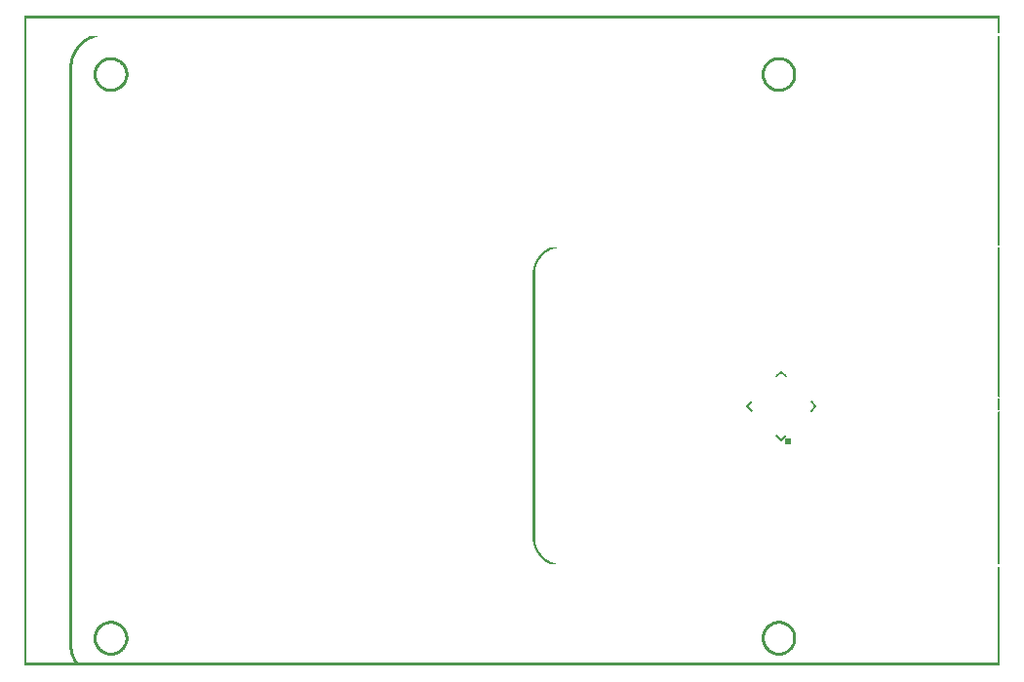
<source format=gto>
G04 MADE WITH FRITZING*
G04 WWW.FRITZING.ORG*
G04 DOUBLE SIDED*
G04 HOLES PLATED*
G04 CONTOUR ON CENTER OF CONTOUR VECTOR*
%ASAXBY*%
%FSLAX23Y23*%
%MOIN*%
%OFA0B0*%
%SFA1.0B1.0*%
%ADD10C,0.023874X-0.00812598*%
%ADD11C,0.005000*%
%ADD12R,0.001000X0.001000*%
%LNSILK1*%
G90*
G70*
G54D10*
X2610Y765D03*
G54D11*
X2571Y787D02*
X2587Y771D01*
D02*
X2587Y771D02*
X2604Y787D01*
D02*
X2487Y871D02*
X2471Y887D01*
D02*
X2471Y887D02*
X2487Y904D01*
D02*
X2688Y904D02*
X2704Y887D01*
D02*
X2704Y887D02*
X2688Y871D01*
D02*
X2604Y988D02*
X2587Y1004D01*
D02*
X2587Y1004D02*
X2571Y988D01*
G54D12*
X0Y2222D02*
X3332Y2222D01*
X0Y2221D02*
X3332Y2221D01*
X0Y2220D02*
X3332Y2220D01*
X0Y2219D02*
X3332Y2219D01*
X0Y2218D02*
X3332Y2218D01*
X0Y2217D02*
X3332Y2217D01*
X0Y2216D02*
X3332Y2216D01*
X0Y2215D02*
X3332Y2215D01*
X0Y2214D02*
X7Y2214D01*
X3325Y2214D02*
X3332Y2214D01*
X0Y2213D02*
X7Y2213D01*
X3325Y2213D02*
X3332Y2213D01*
X0Y2212D02*
X7Y2212D01*
X3325Y2212D02*
X3332Y2212D01*
X0Y2211D02*
X7Y2211D01*
X3325Y2211D02*
X3332Y2211D01*
X0Y2210D02*
X7Y2210D01*
X3325Y2210D02*
X3332Y2210D01*
X0Y2209D02*
X7Y2209D01*
X3325Y2209D02*
X3332Y2209D01*
X0Y2208D02*
X7Y2208D01*
X3325Y2208D02*
X3332Y2208D01*
X0Y2207D02*
X7Y2207D01*
X3325Y2207D02*
X3332Y2207D01*
X0Y2206D02*
X7Y2206D01*
X3325Y2206D02*
X3332Y2206D01*
X0Y2205D02*
X7Y2205D01*
X3325Y2205D02*
X3332Y2205D01*
X0Y2204D02*
X7Y2204D01*
X3325Y2204D02*
X3332Y2204D01*
X0Y2203D02*
X7Y2203D01*
X3325Y2203D02*
X3332Y2203D01*
X0Y2202D02*
X7Y2202D01*
X3325Y2202D02*
X3332Y2202D01*
X0Y2201D02*
X7Y2201D01*
X3325Y2201D02*
X3332Y2201D01*
X0Y2200D02*
X7Y2200D01*
X3325Y2200D02*
X3332Y2200D01*
X0Y2199D02*
X7Y2199D01*
X3325Y2199D02*
X3332Y2199D01*
X0Y2198D02*
X7Y2198D01*
X3325Y2198D02*
X3332Y2198D01*
X0Y2197D02*
X7Y2197D01*
X3325Y2197D02*
X3332Y2197D01*
X0Y2196D02*
X7Y2196D01*
X3325Y2196D02*
X3332Y2196D01*
X0Y2195D02*
X7Y2195D01*
X3325Y2195D02*
X3332Y2195D01*
X0Y2194D02*
X7Y2194D01*
X3325Y2194D02*
X3332Y2194D01*
X0Y2193D02*
X7Y2193D01*
X3325Y2193D02*
X3332Y2193D01*
X0Y2192D02*
X7Y2192D01*
X3325Y2192D02*
X3332Y2192D01*
X0Y2191D02*
X7Y2191D01*
X3325Y2191D02*
X3332Y2191D01*
X0Y2190D02*
X7Y2190D01*
X3325Y2190D02*
X3332Y2190D01*
X0Y2189D02*
X7Y2189D01*
X3325Y2189D02*
X3332Y2189D01*
X0Y2188D02*
X7Y2188D01*
X3325Y2188D02*
X3332Y2188D01*
X0Y2187D02*
X7Y2187D01*
X3325Y2187D02*
X3332Y2187D01*
X0Y2186D02*
X7Y2186D01*
X3325Y2186D02*
X3332Y2186D01*
X0Y2185D02*
X7Y2185D01*
X3325Y2185D02*
X3332Y2185D01*
X0Y2184D02*
X7Y2184D01*
X3325Y2184D02*
X3332Y2184D01*
X0Y2183D02*
X7Y2183D01*
X3325Y2183D02*
X3332Y2183D01*
X0Y2182D02*
X7Y2182D01*
X3325Y2182D02*
X3332Y2182D01*
X0Y2181D02*
X7Y2181D01*
X3325Y2181D02*
X3332Y2181D01*
X0Y2180D02*
X7Y2180D01*
X3325Y2180D02*
X3332Y2180D01*
X0Y2179D02*
X7Y2179D01*
X3325Y2179D02*
X3332Y2179D01*
X0Y2178D02*
X7Y2178D01*
X3325Y2178D02*
X3332Y2178D01*
X0Y2177D02*
X7Y2177D01*
X3325Y2177D02*
X3332Y2177D01*
X0Y2176D02*
X7Y2176D01*
X3325Y2176D02*
X3332Y2176D01*
X0Y2175D02*
X7Y2175D01*
X3325Y2175D02*
X3332Y2175D01*
X0Y2174D02*
X7Y2174D01*
X3325Y2174D02*
X3332Y2174D01*
X0Y2173D02*
X7Y2173D01*
X3325Y2173D02*
X3332Y2173D01*
X0Y2172D02*
X7Y2172D01*
X3325Y2172D02*
X3332Y2172D01*
X0Y2171D02*
X7Y2171D01*
X3325Y2171D02*
X3332Y2171D01*
X0Y2170D02*
X7Y2170D01*
X3325Y2170D02*
X3332Y2170D01*
X0Y2169D02*
X7Y2169D01*
X3325Y2169D02*
X3332Y2169D01*
X0Y2168D02*
X7Y2168D01*
X3325Y2168D02*
X3332Y2168D01*
X0Y2167D02*
X7Y2167D01*
X3325Y2167D02*
X3332Y2167D01*
X0Y2166D02*
X7Y2166D01*
X3325Y2166D02*
X3332Y2166D01*
X0Y2165D02*
X7Y2165D01*
X3325Y2165D02*
X3332Y2165D01*
X0Y2164D02*
X7Y2164D01*
X0Y2163D02*
X7Y2163D01*
X0Y2162D02*
X7Y2162D01*
X0Y2161D02*
X7Y2161D01*
X0Y2160D02*
X7Y2160D01*
X0Y2159D02*
X7Y2159D01*
X0Y2158D02*
X7Y2158D01*
X0Y2157D02*
X7Y2157D01*
X0Y2156D02*
X7Y2156D01*
X0Y2155D02*
X7Y2155D01*
X0Y2154D02*
X7Y2154D01*
X227Y2154D02*
X270Y2154D01*
X3325Y2154D02*
X3332Y2154D01*
X0Y2153D02*
X7Y2153D01*
X225Y2153D02*
X259Y2153D01*
X3325Y2153D02*
X3332Y2153D01*
X0Y2152D02*
X7Y2152D01*
X222Y2152D02*
X253Y2152D01*
X3325Y2152D02*
X3332Y2152D01*
X0Y2151D02*
X7Y2151D01*
X220Y2151D02*
X249Y2151D01*
X3325Y2151D02*
X3332Y2151D01*
X0Y2150D02*
X7Y2150D01*
X218Y2150D02*
X245Y2150D01*
X3325Y2150D02*
X3332Y2150D01*
X0Y2149D02*
X7Y2149D01*
X217Y2149D02*
X241Y2149D01*
X3325Y2149D02*
X3332Y2149D01*
X0Y2148D02*
X7Y2148D01*
X215Y2148D02*
X238Y2148D01*
X3325Y2148D02*
X3332Y2148D01*
X0Y2147D02*
X7Y2147D01*
X213Y2147D02*
X236Y2147D01*
X3325Y2147D02*
X3332Y2147D01*
X0Y2146D02*
X7Y2146D01*
X211Y2146D02*
X233Y2146D01*
X3325Y2146D02*
X3332Y2146D01*
X0Y2145D02*
X7Y2145D01*
X210Y2145D02*
X231Y2145D01*
X3325Y2145D02*
X3332Y2145D01*
X0Y2144D02*
X7Y2144D01*
X208Y2144D02*
X228Y2144D01*
X3325Y2144D02*
X3332Y2144D01*
X0Y2143D02*
X7Y2143D01*
X207Y2143D02*
X226Y2143D01*
X3325Y2143D02*
X3332Y2143D01*
X0Y2142D02*
X7Y2142D01*
X205Y2142D02*
X224Y2142D01*
X3325Y2142D02*
X3332Y2142D01*
X0Y2141D02*
X7Y2141D01*
X204Y2141D02*
X222Y2141D01*
X3325Y2141D02*
X3332Y2141D01*
X0Y2140D02*
X7Y2140D01*
X203Y2140D02*
X221Y2140D01*
X3325Y2140D02*
X3332Y2140D01*
X0Y2139D02*
X7Y2139D01*
X201Y2139D02*
X219Y2139D01*
X3325Y2139D02*
X3332Y2139D01*
X0Y2138D02*
X7Y2138D01*
X200Y2138D02*
X217Y2138D01*
X3325Y2138D02*
X3332Y2138D01*
X0Y2137D02*
X7Y2137D01*
X199Y2137D02*
X215Y2137D01*
X3325Y2137D02*
X3332Y2137D01*
X0Y2136D02*
X7Y2136D01*
X198Y2136D02*
X214Y2136D01*
X3325Y2136D02*
X3332Y2136D01*
X0Y2135D02*
X7Y2135D01*
X196Y2135D02*
X212Y2135D01*
X3325Y2135D02*
X3332Y2135D01*
X0Y2134D02*
X7Y2134D01*
X195Y2134D02*
X211Y2134D01*
X3325Y2134D02*
X3332Y2134D01*
X0Y2133D02*
X7Y2133D01*
X194Y2133D02*
X210Y2133D01*
X3325Y2133D02*
X3332Y2133D01*
X0Y2132D02*
X7Y2132D01*
X193Y2132D02*
X208Y2132D01*
X3325Y2132D02*
X3332Y2132D01*
X0Y2131D02*
X7Y2131D01*
X192Y2131D02*
X207Y2131D01*
X3325Y2131D02*
X3332Y2131D01*
X0Y2130D02*
X7Y2130D01*
X191Y2130D02*
X206Y2130D01*
X3325Y2130D02*
X3332Y2130D01*
X0Y2129D02*
X7Y2129D01*
X190Y2129D02*
X204Y2129D01*
X3325Y2129D02*
X3332Y2129D01*
X0Y2128D02*
X7Y2128D01*
X189Y2128D02*
X203Y2128D01*
X3325Y2128D02*
X3332Y2128D01*
X0Y2127D02*
X7Y2127D01*
X188Y2127D02*
X202Y2127D01*
X3325Y2127D02*
X3332Y2127D01*
X0Y2126D02*
X7Y2126D01*
X187Y2126D02*
X201Y2126D01*
X3325Y2126D02*
X3332Y2126D01*
X0Y2125D02*
X7Y2125D01*
X186Y2125D02*
X200Y2125D01*
X3325Y2125D02*
X3332Y2125D01*
X0Y2124D02*
X7Y2124D01*
X185Y2124D02*
X199Y2124D01*
X3325Y2124D02*
X3332Y2124D01*
X0Y2123D02*
X7Y2123D01*
X184Y2123D02*
X198Y2123D01*
X3325Y2123D02*
X3332Y2123D01*
X0Y2122D02*
X7Y2122D01*
X183Y2122D02*
X197Y2122D01*
X3325Y2122D02*
X3332Y2122D01*
X0Y2121D02*
X7Y2121D01*
X182Y2121D02*
X196Y2121D01*
X3325Y2121D02*
X3332Y2121D01*
X0Y2120D02*
X7Y2120D01*
X181Y2120D02*
X195Y2120D01*
X3325Y2120D02*
X3332Y2120D01*
X0Y2119D02*
X7Y2119D01*
X181Y2119D02*
X194Y2119D01*
X3325Y2119D02*
X3332Y2119D01*
X0Y2118D02*
X7Y2118D01*
X180Y2118D02*
X193Y2118D01*
X3325Y2118D02*
X3332Y2118D01*
X0Y2117D02*
X7Y2117D01*
X179Y2117D02*
X192Y2117D01*
X3325Y2117D02*
X3332Y2117D01*
X0Y2116D02*
X7Y2116D01*
X178Y2116D02*
X191Y2116D01*
X3325Y2116D02*
X3332Y2116D01*
X0Y2115D02*
X7Y2115D01*
X178Y2115D02*
X190Y2115D01*
X3325Y2115D02*
X3332Y2115D01*
X0Y2114D02*
X7Y2114D01*
X177Y2114D02*
X189Y2114D01*
X3325Y2114D02*
X3332Y2114D01*
X0Y2113D02*
X7Y2113D01*
X176Y2113D02*
X188Y2113D01*
X3325Y2113D02*
X3332Y2113D01*
X0Y2112D02*
X7Y2112D01*
X175Y2112D02*
X187Y2112D01*
X3325Y2112D02*
X3332Y2112D01*
X0Y2111D02*
X7Y2111D01*
X175Y2111D02*
X187Y2111D01*
X3325Y2111D02*
X3332Y2111D01*
X0Y2110D02*
X7Y2110D01*
X174Y2110D02*
X186Y2110D01*
X3325Y2110D02*
X3332Y2110D01*
X0Y2109D02*
X7Y2109D01*
X173Y2109D02*
X185Y2109D01*
X3325Y2109D02*
X3332Y2109D01*
X0Y2108D02*
X7Y2108D01*
X173Y2108D02*
X184Y2108D01*
X3325Y2108D02*
X3332Y2108D01*
X0Y2107D02*
X7Y2107D01*
X172Y2107D02*
X184Y2107D01*
X3325Y2107D02*
X3332Y2107D01*
X0Y2106D02*
X7Y2106D01*
X171Y2106D02*
X183Y2106D01*
X3325Y2106D02*
X3332Y2106D01*
X0Y2105D02*
X7Y2105D01*
X171Y2105D02*
X182Y2105D01*
X3325Y2105D02*
X3332Y2105D01*
X0Y2104D02*
X7Y2104D01*
X170Y2104D02*
X181Y2104D01*
X3325Y2104D02*
X3332Y2104D01*
X0Y2103D02*
X7Y2103D01*
X170Y2103D02*
X181Y2103D01*
X3325Y2103D02*
X3332Y2103D01*
X0Y2102D02*
X7Y2102D01*
X169Y2102D02*
X180Y2102D01*
X3325Y2102D02*
X3332Y2102D01*
X0Y2101D02*
X7Y2101D01*
X169Y2101D02*
X179Y2101D01*
X3325Y2101D02*
X3332Y2101D01*
X0Y2100D02*
X7Y2100D01*
X168Y2100D02*
X179Y2100D01*
X3325Y2100D02*
X3332Y2100D01*
X0Y2099D02*
X7Y2099D01*
X167Y2099D02*
X178Y2099D01*
X3325Y2099D02*
X3332Y2099D01*
X0Y2098D02*
X7Y2098D01*
X167Y2098D02*
X178Y2098D01*
X3325Y2098D02*
X3332Y2098D01*
X0Y2097D02*
X7Y2097D01*
X166Y2097D02*
X177Y2097D01*
X3325Y2097D02*
X3332Y2097D01*
X0Y2096D02*
X7Y2096D01*
X166Y2096D02*
X176Y2096D01*
X3325Y2096D02*
X3332Y2096D01*
X0Y2095D02*
X7Y2095D01*
X165Y2095D02*
X176Y2095D01*
X3325Y2095D02*
X3332Y2095D01*
X0Y2094D02*
X7Y2094D01*
X165Y2094D02*
X175Y2094D01*
X3325Y2094D02*
X3332Y2094D01*
X0Y2093D02*
X7Y2093D01*
X164Y2093D02*
X175Y2093D01*
X3325Y2093D02*
X3332Y2093D01*
X0Y2092D02*
X7Y2092D01*
X164Y2092D02*
X174Y2092D01*
X3325Y2092D02*
X3332Y2092D01*
X0Y2091D02*
X7Y2091D01*
X164Y2091D02*
X174Y2091D01*
X3325Y2091D02*
X3332Y2091D01*
X0Y2090D02*
X7Y2090D01*
X163Y2090D02*
X173Y2090D01*
X3325Y2090D02*
X3332Y2090D01*
X0Y2089D02*
X7Y2089D01*
X163Y2089D02*
X173Y2089D01*
X3325Y2089D02*
X3332Y2089D01*
X0Y2088D02*
X7Y2088D01*
X162Y2088D02*
X172Y2088D01*
X3325Y2088D02*
X3332Y2088D01*
X0Y2087D02*
X7Y2087D01*
X162Y2087D02*
X172Y2087D01*
X3325Y2087D02*
X3332Y2087D01*
X0Y2086D02*
X7Y2086D01*
X161Y2086D02*
X171Y2086D01*
X3325Y2086D02*
X3332Y2086D01*
X0Y2085D02*
X7Y2085D01*
X161Y2085D02*
X171Y2085D01*
X3325Y2085D02*
X3332Y2085D01*
X0Y2084D02*
X7Y2084D01*
X161Y2084D02*
X171Y2084D01*
X3325Y2084D02*
X3332Y2084D01*
X0Y2083D02*
X7Y2083D01*
X160Y2083D02*
X170Y2083D01*
X3325Y2083D02*
X3332Y2083D01*
X0Y2082D02*
X7Y2082D01*
X160Y2082D02*
X170Y2082D01*
X3325Y2082D02*
X3332Y2082D01*
X0Y2081D02*
X7Y2081D01*
X160Y2081D02*
X169Y2081D01*
X3325Y2081D02*
X3332Y2081D01*
X0Y2080D02*
X7Y2080D01*
X159Y2080D02*
X169Y2080D01*
X286Y2080D02*
X304Y2080D01*
X2570Y2080D02*
X2588Y2080D01*
X3325Y2080D02*
X3332Y2080D01*
X0Y2079D02*
X7Y2079D01*
X159Y2079D02*
X169Y2079D01*
X282Y2079D02*
X309Y2079D01*
X2565Y2079D02*
X2592Y2079D01*
X3325Y2079D02*
X3332Y2079D01*
X0Y2078D02*
X7Y2078D01*
X159Y2078D02*
X168Y2078D01*
X278Y2078D02*
X313Y2078D01*
X2561Y2078D02*
X2596Y2078D01*
X3325Y2078D02*
X3332Y2078D01*
X0Y2077D02*
X7Y2077D01*
X158Y2077D02*
X168Y2077D01*
X275Y2077D02*
X316Y2077D01*
X2558Y2077D02*
X2599Y2077D01*
X3325Y2077D02*
X3332Y2077D01*
X0Y2076D02*
X7Y2076D01*
X158Y2076D02*
X168Y2076D01*
X273Y2076D02*
X318Y2076D01*
X2556Y2076D02*
X2601Y2076D01*
X3325Y2076D02*
X3332Y2076D01*
X0Y2075D02*
X7Y2075D01*
X158Y2075D02*
X167Y2075D01*
X270Y2075D02*
X320Y2075D01*
X2554Y2075D02*
X2604Y2075D01*
X3325Y2075D02*
X3332Y2075D01*
X0Y2074D02*
X7Y2074D01*
X157Y2074D02*
X167Y2074D01*
X268Y2074D02*
X322Y2074D01*
X2552Y2074D02*
X2606Y2074D01*
X3325Y2074D02*
X3332Y2074D01*
X0Y2073D02*
X7Y2073D01*
X157Y2073D02*
X167Y2073D01*
X267Y2073D02*
X324Y2073D01*
X2550Y2073D02*
X2607Y2073D01*
X3325Y2073D02*
X3332Y2073D01*
X0Y2072D02*
X7Y2072D01*
X157Y2072D02*
X167Y2072D01*
X265Y2072D02*
X326Y2072D01*
X2548Y2072D02*
X2609Y2072D01*
X3325Y2072D02*
X3332Y2072D01*
X0Y2071D02*
X7Y2071D01*
X157Y2071D02*
X166Y2071D01*
X263Y2071D02*
X327Y2071D01*
X2547Y2071D02*
X2611Y2071D01*
X3325Y2071D02*
X3332Y2071D01*
X0Y2070D02*
X7Y2070D01*
X156Y2070D02*
X166Y2070D01*
X262Y2070D02*
X288Y2070D01*
X302Y2070D02*
X329Y2070D01*
X2545Y2070D02*
X2572Y2070D01*
X2586Y2070D02*
X2612Y2070D01*
X3325Y2070D02*
X3332Y2070D01*
X0Y2069D02*
X7Y2069D01*
X156Y2069D02*
X166Y2069D01*
X260Y2069D02*
X283Y2069D01*
X308Y2069D02*
X330Y2069D01*
X2544Y2069D02*
X2566Y2069D01*
X2591Y2069D02*
X2614Y2069D01*
X3325Y2069D02*
X3332Y2069D01*
X0Y2068D02*
X7Y2068D01*
X156Y2068D02*
X165Y2068D01*
X259Y2068D02*
X279Y2068D01*
X311Y2068D02*
X332Y2068D01*
X2542Y2068D02*
X2563Y2068D01*
X2595Y2068D02*
X2615Y2068D01*
X3325Y2068D02*
X3332Y2068D01*
X0Y2067D02*
X7Y2067D01*
X156Y2067D02*
X165Y2067D01*
X258Y2067D02*
X277Y2067D01*
X314Y2067D02*
X333Y2067D01*
X2541Y2067D02*
X2560Y2067D01*
X2597Y2067D02*
X2616Y2067D01*
X3325Y2067D02*
X3332Y2067D01*
X0Y2066D02*
X7Y2066D01*
X155Y2066D02*
X165Y2066D01*
X257Y2066D02*
X274Y2066D01*
X316Y2066D02*
X334Y2066D01*
X2540Y2066D02*
X2558Y2066D01*
X2600Y2066D02*
X2617Y2066D01*
X3325Y2066D02*
X3332Y2066D01*
X0Y2065D02*
X7Y2065D01*
X155Y2065D02*
X165Y2065D01*
X256Y2065D02*
X272Y2065D01*
X318Y2065D02*
X335Y2065D01*
X2539Y2065D02*
X2556Y2065D01*
X2602Y2065D02*
X2618Y2065D01*
X3325Y2065D02*
X3332Y2065D01*
X0Y2064D02*
X7Y2064D01*
X155Y2064D02*
X165Y2064D01*
X254Y2064D02*
X270Y2064D01*
X320Y2064D02*
X336Y2064D01*
X2538Y2064D02*
X2554Y2064D01*
X2603Y2064D02*
X2620Y2064D01*
X3325Y2064D02*
X3332Y2064D01*
X0Y2063D02*
X7Y2063D01*
X155Y2063D02*
X164Y2063D01*
X253Y2063D02*
X269Y2063D01*
X322Y2063D02*
X337Y2063D01*
X2537Y2063D02*
X2552Y2063D01*
X2605Y2063D02*
X2621Y2063D01*
X3325Y2063D02*
X3332Y2063D01*
X0Y2062D02*
X7Y2062D01*
X155Y2062D02*
X164Y2062D01*
X253Y2062D02*
X267Y2062D01*
X323Y2062D02*
X338Y2062D01*
X2536Y2062D02*
X2551Y2062D01*
X2607Y2062D02*
X2621Y2062D01*
X3325Y2062D02*
X3332Y2062D01*
X0Y2061D02*
X7Y2061D01*
X155Y2061D02*
X164Y2061D01*
X252Y2061D02*
X266Y2061D01*
X325Y2061D02*
X339Y2061D01*
X2535Y2061D02*
X2549Y2061D01*
X2608Y2061D02*
X2622Y2061D01*
X3325Y2061D02*
X3332Y2061D01*
X0Y2060D02*
X7Y2060D01*
X154Y2060D02*
X164Y2060D01*
X251Y2060D02*
X265Y2060D01*
X326Y2060D02*
X340Y2060D01*
X2534Y2060D02*
X2548Y2060D01*
X2609Y2060D02*
X2623Y2060D01*
X3325Y2060D02*
X3332Y2060D01*
X0Y2059D02*
X7Y2059D01*
X154Y2059D02*
X164Y2059D01*
X250Y2059D02*
X263Y2059D01*
X327Y2059D02*
X341Y2059D01*
X2533Y2059D02*
X2547Y2059D01*
X2611Y2059D02*
X2624Y2059D01*
X3325Y2059D02*
X3332Y2059D01*
X0Y2058D02*
X7Y2058D01*
X154Y2058D02*
X164Y2058D01*
X249Y2058D02*
X262Y2058D01*
X328Y2058D02*
X342Y2058D01*
X2532Y2058D02*
X2546Y2058D01*
X2612Y2058D02*
X2625Y2058D01*
X3325Y2058D02*
X3332Y2058D01*
X0Y2057D02*
X7Y2057D01*
X154Y2057D02*
X163Y2057D01*
X248Y2057D02*
X261Y2057D01*
X329Y2057D02*
X342Y2057D01*
X2532Y2057D02*
X2545Y2057D01*
X2613Y2057D02*
X2626Y2057D01*
X3325Y2057D02*
X3332Y2057D01*
X0Y2056D02*
X7Y2056D01*
X154Y2056D02*
X163Y2056D01*
X248Y2056D02*
X260Y2056D01*
X331Y2056D02*
X343Y2056D01*
X2531Y2056D02*
X2543Y2056D01*
X2614Y2056D02*
X2626Y2056D01*
X3325Y2056D02*
X3332Y2056D01*
X0Y2055D02*
X7Y2055D01*
X154Y2055D02*
X163Y2055D01*
X247Y2055D02*
X259Y2055D01*
X331Y2055D02*
X344Y2055D01*
X2530Y2055D02*
X2543Y2055D01*
X2615Y2055D02*
X2627Y2055D01*
X3325Y2055D02*
X3332Y2055D01*
X0Y2054D02*
X7Y2054D01*
X154Y2054D02*
X163Y2054D01*
X246Y2054D02*
X258Y2054D01*
X332Y2054D02*
X344Y2054D01*
X2530Y2054D02*
X2542Y2054D01*
X2616Y2054D02*
X2628Y2054D01*
X3325Y2054D02*
X3332Y2054D01*
X0Y2053D02*
X7Y2053D01*
X153Y2053D02*
X163Y2053D01*
X246Y2053D02*
X257Y2053D01*
X333Y2053D02*
X345Y2053D01*
X2529Y2053D02*
X2541Y2053D01*
X2617Y2053D02*
X2628Y2053D01*
X3325Y2053D02*
X3332Y2053D01*
X0Y2052D02*
X7Y2052D01*
X153Y2052D02*
X163Y2052D01*
X245Y2052D02*
X257Y2052D01*
X334Y2052D02*
X346Y2052D01*
X2528Y2052D02*
X2540Y2052D01*
X2617Y2052D02*
X2629Y2052D01*
X3325Y2052D02*
X3332Y2052D01*
X0Y2051D02*
X7Y2051D01*
X153Y2051D02*
X163Y2051D01*
X244Y2051D02*
X256Y2051D01*
X335Y2051D02*
X346Y2051D01*
X2528Y2051D02*
X2539Y2051D01*
X2618Y2051D02*
X2629Y2051D01*
X3325Y2051D02*
X3332Y2051D01*
X0Y2050D02*
X7Y2050D01*
X153Y2050D02*
X163Y2050D01*
X244Y2050D02*
X255Y2050D01*
X336Y2050D02*
X347Y2050D01*
X2527Y2050D02*
X2538Y2050D01*
X2619Y2050D02*
X2630Y2050D01*
X3325Y2050D02*
X3332Y2050D01*
X0Y2049D02*
X7Y2049D01*
X153Y2049D02*
X163Y2049D01*
X243Y2049D02*
X254Y2049D01*
X336Y2049D02*
X347Y2049D01*
X2527Y2049D02*
X2538Y2049D01*
X2620Y2049D02*
X2631Y2049D01*
X3325Y2049D02*
X3332Y2049D01*
X0Y2048D02*
X7Y2048D01*
X153Y2048D02*
X162Y2048D01*
X243Y2048D02*
X254Y2048D01*
X337Y2048D02*
X348Y2048D01*
X2526Y2048D02*
X2537Y2048D01*
X2620Y2048D02*
X2631Y2048D01*
X3325Y2048D02*
X3332Y2048D01*
X0Y2047D02*
X7Y2047D01*
X153Y2047D02*
X162Y2047D01*
X242Y2047D02*
X253Y2047D01*
X338Y2047D02*
X348Y2047D01*
X2526Y2047D02*
X2536Y2047D01*
X2621Y2047D02*
X2632Y2047D01*
X3325Y2047D02*
X3332Y2047D01*
X0Y2046D02*
X7Y2046D01*
X153Y2046D02*
X162Y2046D01*
X242Y2046D02*
X252Y2046D01*
X338Y2046D02*
X349Y2046D01*
X2525Y2046D02*
X2536Y2046D01*
X2622Y2046D02*
X2632Y2046D01*
X3325Y2046D02*
X3332Y2046D01*
X0Y2045D02*
X7Y2045D01*
X153Y2045D02*
X162Y2045D01*
X241Y2045D02*
X252Y2045D01*
X339Y2045D02*
X349Y2045D01*
X2525Y2045D02*
X2535Y2045D01*
X2622Y2045D02*
X2632Y2045D01*
X3325Y2045D02*
X3332Y2045D01*
X0Y2044D02*
X7Y2044D01*
X153Y2044D02*
X162Y2044D01*
X241Y2044D02*
X251Y2044D01*
X339Y2044D02*
X350Y2044D01*
X2524Y2044D02*
X2535Y2044D01*
X2623Y2044D02*
X2633Y2044D01*
X3325Y2044D02*
X3332Y2044D01*
X0Y2043D02*
X7Y2043D01*
X153Y2043D02*
X162Y2043D01*
X241Y2043D02*
X251Y2043D01*
X340Y2043D02*
X350Y2043D01*
X2524Y2043D02*
X2534Y2043D01*
X2623Y2043D02*
X2633Y2043D01*
X3325Y2043D02*
X3332Y2043D01*
X0Y2042D02*
X7Y2042D01*
X153Y2042D02*
X162Y2042D01*
X240Y2042D02*
X250Y2042D01*
X340Y2042D02*
X350Y2042D01*
X2524Y2042D02*
X2534Y2042D01*
X2624Y2042D02*
X2634Y2042D01*
X3325Y2042D02*
X3332Y2042D01*
X0Y2041D02*
X7Y2041D01*
X153Y2041D02*
X162Y2041D01*
X240Y2041D02*
X250Y2041D01*
X341Y2041D02*
X351Y2041D01*
X2523Y2041D02*
X2533Y2041D01*
X2624Y2041D02*
X2634Y2041D01*
X3325Y2041D02*
X3332Y2041D01*
X0Y2040D02*
X7Y2040D01*
X153Y2040D02*
X162Y2040D01*
X240Y2040D02*
X249Y2040D01*
X341Y2040D02*
X351Y2040D01*
X2523Y2040D02*
X2533Y2040D01*
X2624Y2040D02*
X2634Y2040D01*
X3325Y2040D02*
X3332Y2040D01*
X0Y2039D02*
X7Y2039D01*
X153Y2039D02*
X162Y2039D01*
X239Y2039D02*
X249Y2039D01*
X342Y2039D02*
X351Y2039D01*
X2523Y2039D02*
X2532Y2039D01*
X2625Y2039D02*
X2635Y2039D01*
X3325Y2039D02*
X3332Y2039D01*
X0Y2038D02*
X7Y2038D01*
X153Y2038D02*
X162Y2038D01*
X239Y2038D02*
X249Y2038D01*
X342Y2038D02*
X352Y2038D01*
X2522Y2038D02*
X2532Y2038D01*
X2625Y2038D02*
X2635Y2038D01*
X3325Y2038D02*
X3332Y2038D01*
X0Y2037D02*
X7Y2037D01*
X153Y2037D02*
X162Y2037D01*
X239Y2037D02*
X248Y2037D01*
X342Y2037D02*
X352Y2037D01*
X2522Y2037D02*
X2532Y2037D01*
X2626Y2037D02*
X2635Y2037D01*
X3325Y2037D02*
X3332Y2037D01*
X0Y2036D02*
X7Y2036D01*
X153Y2036D02*
X162Y2036D01*
X238Y2036D02*
X248Y2036D01*
X343Y2036D02*
X352Y2036D01*
X2522Y2036D02*
X2531Y2036D01*
X2626Y2036D02*
X2636Y2036D01*
X3325Y2036D02*
X3332Y2036D01*
X0Y2035D02*
X7Y2035D01*
X153Y2035D02*
X162Y2035D01*
X238Y2035D02*
X248Y2035D01*
X343Y2035D02*
X353Y2035D01*
X2521Y2035D02*
X2531Y2035D01*
X2626Y2035D02*
X2636Y2035D01*
X3325Y2035D02*
X3332Y2035D01*
X0Y2034D02*
X7Y2034D01*
X153Y2034D02*
X162Y2034D01*
X238Y2034D02*
X248Y2034D01*
X343Y2034D02*
X353Y2034D01*
X2521Y2034D02*
X2531Y2034D01*
X2626Y2034D02*
X2636Y2034D01*
X3325Y2034D02*
X3332Y2034D01*
X0Y2033D02*
X7Y2033D01*
X153Y2033D02*
X162Y2033D01*
X238Y2033D02*
X247Y2033D01*
X343Y2033D02*
X353Y2033D01*
X2521Y2033D02*
X2531Y2033D01*
X2627Y2033D02*
X2636Y2033D01*
X3325Y2033D02*
X3332Y2033D01*
X0Y2032D02*
X7Y2032D01*
X153Y2032D02*
X162Y2032D01*
X238Y2032D02*
X247Y2032D01*
X344Y2032D02*
X353Y2032D01*
X2521Y2032D02*
X2530Y2032D01*
X2627Y2032D02*
X2636Y2032D01*
X3325Y2032D02*
X3332Y2032D01*
X0Y2031D02*
X7Y2031D01*
X153Y2031D02*
X162Y2031D01*
X237Y2031D02*
X247Y2031D01*
X344Y2031D02*
X353Y2031D01*
X2521Y2031D02*
X2530Y2031D01*
X2627Y2031D02*
X2637Y2031D01*
X3325Y2031D02*
X3332Y2031D01*
X0Y2030D02*
X7Y2030D01*
X153Y2030D02*
X162Y2030D01*
X237Y2030D02*
X247Y2030D01*
X344Y2030D02*
X353Y2030D01*
X2520Y2030D02*
X2530Y2030D01*
X2627Y2030D02*
X2637Y2030D01*
X3325Y2030D02*
X3332Y2030D01*
X0Y2029D02*
X7Y2029D01*
X153Y2029D02*
X162Y2029D01*
X237Y2029D02*
X247Y2029D01*
X344Y2029D02*
X354Y2029D01*
X2520Y2029D02*
X2530Y2029D01*
X2627Y2029D02*
X2637Y2029D01*
X3325Y2029D02*
X3332Y2029D01*
X0Y2028D02*
X7Y2028D01*
X153Y2028D02*
X162Y2028D01*
X237Y2028D02*
X246Y2028D01*
X344Y2028D02*
X354Y2028D01*
X2520Y2028D02*
X2530Y2028D01*
X2628Y2028D02*
X2637Y2028D01*
X3325Y2028D02*
X3332Y2028D01*
X0Y2027D02*
X7Y2027D01*
X153Y2027D02*
X162Y2027D01*
X237Y2027D02*
X246Y2027D01*
X344Y2027D02*
X354Y2027D01*
X2520Y2027D02*
X2530Y2027D01*
X2628Y2027D02*
X2637Y2027D01*
X3325Y2027D02*
X3332Y2027D01*
X0Y2026D02*
X7Y2026D01*
X153Y2026D02*
X162Y2026D01*
X237Y2026D02*
X246Y2026D01*
X345Y2026D02*
X354Y2026D01*
X2520Y2026D02*
X2529Y2026D01*
X2628Y2026D02*
X2637Y2026D01*
X3325Y2026D02*
X3332Y2026D01*
X0Y2025D02*
X7Y2025D01*
X153Y2025D02*
X162Y2025D01*
X237Y2025D02*
X246Y2025D01*
X345Y2025D02*
X354Y2025D01*
X2520Y2025D02*
X2529Y2025D01*
X2628Y2025D02*
X2637Y2025D01*
X3325Y2025D02*
X3332Y2025D01*
X0Y2024D02*
X7Y2024D01*
X153Y2024D02*
X162Y2024D01*
X237Y2024D02*
X246Y2024D01*
X345Y2024D02*
X354Y2024D01*
X2520Y2024D02*
X2529Y2024D01*
X2628Y2024D02*
X2637Y2024D01*
X3325Y2024D02*
X3332Y2024D01*
X0Y2023D02*
X7Y2023D01*
X153Y2023D02*
X162Y2023D01*
X237Y2023D02*
X246Y2023D01*
X345Y2023D02*
X354Y2023D01*
X2520Y2023D02*
X2529Y2023D01*
X2628Y2023D02*
X2637Y2023D01*
X3325Y2023D02*
X3332Y2023D01*
X0Y2022D02*
X7Y2022D01*
X153Y2022D02*
X162Y2022D01*
X237Y2022D02*
X246Y2022D01*
X345Y2022D02*
X354Y2022D01*
X2520Y2022D02*
X2529Y2022D01*
X2628Y2022D02*
X2637Y2022D01*
X3325Y2022D02*
X3332Y2022D01*
X0Y2021D02*
X7Y2021D01*
X153Y2021D02*
X162Y2021D01*
X237Y2021D02*
X246Y2021D01*
X345Y2021D02*
X354Y2021D01*
X2520Y2021D02*
X2529Y2021D01*
X2628Y2021D02*
X2637Y2021D01*
X3325Y2021D02*
X3332Y2021D01*
X0Y2020D02*
X7Y2020D01*
X153Y2020D02*
X162Y2020D01*
X237Y2020D02*
X246Y2020D01*
X345Y2020D02*
X354Y2020D01*
X2520Y2020D02*
X2529Y2020D01*
X2628Y2020D02*
X2637Y2020D01*
X3325Y2020D02*
X3332Y2020D01*
X0Y2019D02*
X7Y2019D01*
X153Y2019D02*
X162Y2019D01*
X237Y2019D02*
X246Y2019D01*
X345Y2019D02*
X354Y2019D01*
X2520Y2019D02*
X2529Y2019D01*
X2628Y2019D02*
X2637Y2019D01*
X3325Y2019D02*
X3332Y2019D01*
X0Y2018D02*
X7Y2018D01*
X153Y2018D02*
X162Y2018D01*
X237Y2018D02*
X246Y2018D01*
X345Y2018D02*
X354Y2018D01*
X2520Y2018D02*
X2529Y2018D01*
X2628Y2018D02*
X2637Y2018D01*
X3325Y2018D02*
X3332Y2018D01*
X0Y2017D02*
X7Y2017D01*
X153Y2017D02*
X162Y2017D01*
X237Y2017D02*
X246Y2017D01*
X345Y2017D02*
X354Y2017D01*
X2520Y2017D02*
X2529Y2017D01*
X2628Y2017D02*
X2637Y2017D01*
X3325Y2017D02*
X3332Y2017D01*
X0Y2016D02*
X7Y2016D01*
X153Y2016D02*
X162Y2016D01*
X237Y2016D02*
X246Y2016D01*
X344Y2016D02*
X354Y2016D01*
X2520Y2016D02*
X2530Y2016D01*
X2628Y2016D02*
X2637Y2016D01*
X3325Y2016D02*
X3332Y2016D01*
X0Y2015D02*
X7Y2015D01*
X153Y2015D02*
X162Y2015D01*
X237Y2015D02*
X246Y2015D01*
X344Y2015D02*
X354Y2015D01*
X2520Y2015D02*
X2530Y2015D01*
X2628Y2015D02*
X2637Y2015D01*
X3325Y2015D02*
X3332Y2015D01*
X0Y2014D02*
X7Y2014D01*
X153Y2014D02*
X162Y2014D01*
X237Y2014D02*
X247Y2014D01*
X344Y2014D02*
X354Y2014D01*
X2520Y2014D02*
X2530Y2014D01*
X2627Y2014D02*
X2637Y2014D01*
X3325Y2014D02*
X3332Y2014D01*
X0Y2013D02*
X7Y2013D01*
X153Y2013D02*
X162Y2013D01*
X237Y2013D02*
X247Y2013D01*
X344Y2013D02*
X353Y2013D01*
X2521Y2013D02*
X2530Y2013D01*
X2627Y2013D02*
X2637Y2013D01*
X3325Y2013D02*
X3332Y2013D01*
X0Y2012D02*
X7Y2012D01*
X153Y2012D02*
X162Y2012D01*
X237Y2012D02*
X247Y2012D01*
X344Y2012D02*
X353Y2012D01*
X2521Y2012D02*
X2530Y2012D01*
X2627Y2012D02*
X2637Y2012D01*
X3325Y2012D02*
X3332Y2012D01*
X0Y2011D02*
X7Y2011D01*
X153Y2011D02*
X162Y2011D01*
X238Y2011D02*
X247Y2011D01*
X344Y2011D02*
X353Y2011D01*
X2521Y2011D02*
X2530Y2011D01*
X2627Y2011D02*
X2636Y2011D01*
X3325Y2011D02*
X3332Y2011D01*
X0Y2010D02*
X7Y2010D01*
X153Y2010D02*
X162Y2010D01*
X238Y2010D02*
X247Y2010D01*
X343Y2010D02*
X353Y2010D01*
X2521Y2010D02*
X2531Y2010D01*
X2627Y2010D02*
X2636Y2010D01*
X3325Y2010D02*
X3332Y2010D01*
X0Y2009D02*
X7Y2009D01*
X153Y2009D02*
X162Y2009D01*
X238Y2009D02*
X248Y2009D01*
X343Y2009D02*
X353Y2009D01*
X2521Y2009D02*
X2531Y2009D01*
X2626Y2009D02*
X2636Y2009D01*
X3325Y2009D02*
X3332Y2009D01*
X0Y2008D02*
X7Y2008D01*
X153Y2008D02*
X162Y2008D01*
X238Y2008D02*
X248Y2008D01*
X343Y2008D02*
X352Y2008D01*
X2521Y2008D02*
X2531Y2008D01*
X2626Y2008D02*
X2636Y2008D01*
X3325Y2008D02*
X3332Y2008D01*
X0Y2007D02*
X7Y2007D01*
X153Y2007D02*
X162Y2007D01*
X238Y2007D02*
X248Y2007D01*
X343Y2007D02*
X352Y2007D01*
X2522Y2007D02*
X2531Y2007D01*
X2626Y2007D02*
X2635Y2007D01*
X3325Y2007D02*
X3332Y2007D01*
X0Y2006D02*
X7Y2006D01*
X153Y2006D02*
X162Y2006D01*
X239Y2006D02*
X248Y2006D01*
X342Y2006D02*
X352Y2006D01*
X2522Y2006D02*
X2532Y2006D01*
X2626Y2006D02*
X2635Y2006D01*
X3325Y2006D02*
X3332Y2006D01*
X0Y2005D02*
X7Y2005D01*
X153Y2005D02*
X162Y2005D01*
X239Y2005D02*
X249Y2005D01*
X342Y2005D02*
X352Y2005D01*
X2522Y2005D02*
X2532Y2005D01*
X2625Y2005D02*
X2635Y2005D01*
X3325Y2005D02*
X3332Y2005D01*
X0Y2004D02*
X7Y2004D01*
X153Y2004D02*
X162Y2004D01*
X239Y2004D02*
X249Y2004D01*
X342Y2004D02*
X351Y2004D01*
X2523Y2004D02*
X2532Y2004D01*
X2625Y2004D02*
X2635Y2004D01*
X3325Y2004D02*
X3332Y2004D01*
X0Y2003D02*
X7Y2003D01*
X153Y2003D02*
X162Y2003D01*
X240Y2003D02*
X249Y2003D01*
X341Y2003D02*
X351Y2003D01*
X2523Y2003D02*
X2533Y2003D01*
X2624Y2003D02*
X2634Y2003D01*
X3325Y2003D02*
X3332Y2003D01*
X0Y2002D02*
X7Y2002D01*
X153Y2002D02*
X162Y2002D01*
X240Y2002D02*
X250Y2002D01*
X341Y2002D02*
X351Y2002D01*
X2523Y2002D02*
X2533Y2002D01*
X2624Y2002D02*
X2634Y2002D01*
X3325Y2002D02*
X3332Y2002D01*
X0Y2001D02*
X7Y2001D01*
X153Y2001D02*
X162Y2001D01*
X240Y2001D02*
X250Y2001D01*
X340Y2001D02*
X350Y2001D01*
X2524Y2001D02*
X2534Y2001D01*
X2624Y2001D02*
X2634Y2001D01*
X3325Y2001D02*
X3332Y2001D01*
X0Y2000D02*
X7Y2000D01*
X153Y2000D02*
X162Y2000D01*
X241Y2000D02*
X251Y2000D01*
X340Y2000D02*
X350Y2000D01*
X2524Y2000D02*
X2534Y2000D01*
X2623Y2000D02*
X2633Y2000D01*
X3325Y2000D02*
X3332Y2000D01*
X0Y1999D02*
X7Y1999D01*
X153Y1999D02*
X162Y1999D01*
X241Y1999D02*
X251Y1999D01*
X339Y1999D02*
X350Y1999D01*
X2524Y1999D02*
X2535Y1999D01*
X2623Y1999D02*
X2633Y1999D01*
X3325Y1999D02*
X3332Y1999D01*
X0Y1998D02*
X7Y1998D01*
X153Y1998D02*
X162Y1998D01*
X242Y1998D02*
X252Y1998D01*
X339Y1998D02*
X349Y1998D01*
X2525Y1998D02*
X2535Y1998D01*
X2622Y1998D02*
X2632Y1998D01*
X3325Y1998D02*
X3332Y1998D01*
X0Y1997D02*
X7Y1997D01*
X153Y1997D02*
X162Y1997D01*
X242Y1997D02*
X252Y1997D01*
X338Y1997D02*
X349Y1997D01*
X2525Y1997D02*
X2536Y1997D01*
X2621Y1997D02*
X2632Y1997D01*
X3325Y1997D02*
X3332Y1997D01*
X0Y1996D02*
X7Y1996D01*
X153Y1996D02*
X162Y1996D01*
X242Y1996D02*
X253Y1996D01*
X338Y1996D02*
X348Y1996D01*
X2526Y1996D02*
X2536Y1996D01*
X2621Y1996D02*
X2631Y1996D01*
X3325Y1996D02*
X3332Y1996D01*
X0Y1995D02*
X7Y1995D01*
X153Y1995D02*
X162Y1995D01*
X243Y1995D02*
X254Y1995D01*
X337Y1995D02*
X348Y1995D01*
X2526Y1995D02*
X2537Y1995D01*
X2620Y1995D02*
X2631Y1995D01*
X3325Y1995D02*
X3332Y1995D01*
X0Y1994D02*
X7Y1994D01*
X153Y1994D02*
X162Y1994D01*
X243Y1994D02*
X254Y1994D01*
X336Y1994D02*
X347Y1994D01*
X2527Y1994D02*
X2538Y1994D01*
X2620Y1994D02*
X2631Y1994D01*
X3325Y1994D02*
X3332Y1994D01*
X0Y1993D02*
X7Y1993D01*
X153Y1993D02*
X162Y1993D01*
X244Y1993D02*
X255Y1993D01*
X336Y1993D02*
X347Y1993D01*
X2527Y1993D02*
X2538Y1993D01*
X2619Y1993D02*
X2630Y1993D01*
X3325Y1993D02*
X3332Y1993D01*
X0Y1992D02*
X7Y1992D01*
X153Y1992D02*
X162Y1992D01*
X245Y1992D02*
X256Y1992D01*
X335Y1992D02*
X346Y1992D01*
X2528Y1992D02*
X2539Y1992D01*
X2618Y1992D02*
X2629Y1992D01*
X3325Y1992D02*
X3332Y1992D01*
X0Y1991D02*
X7Y1991D01*
X153Y1991D02*
X162Y1991D01*
X245Y1991D02*
X257Y1991D01*
X334Y1991D02*
X346Y1991D01*
X2528Y1991D02*
X2540Y1991D01*
X2617Y1991D02*
X2629Y1991D01*
X3325Y1991D02*
X3332Y1991D01*
X0Y1990D02*
X7Y1990D01*
X153Y1990D02*
X162Y1990D01*
X246Y1990D02*
X257Y1990D01*
X333Y1990D02*
X345Y1990D01*
X2529Y1990D02*
X2541Y1990D01*
X2616Y1990D02*
X2628Y1990D01*
X3325Y1990D02*
X3332Y1990D01*
X0Y1989D02*
X7Y1989D01*
X153Y1989D02*
X162Y1989D01*
X246Y1989D02*
X258Y1989D01*
X332Y1989D02*
X344Y1989D01*
X2530Y1989D02*
X2542Y1989D01*
X2616Y1989D02*
X2628Y1989D01*
X3325Y1989D02*
X3332Y1989D01*
X0Y1988D02*
X7Y1988D01*
X153Y1988D02*
X162Y1988D01*
X247Y1988D02*
X259Y1988D01*
X331Y1988D02*
X344Y1988D01*
X2530Y1988D02*
X2543Y1988D01*
X2615Y1988D02*
X2627Y1988D01*
X3325Y1988D02*
X3332Y1988D01*
X0Y1987D02*
X7Y1987D01*
X153Y1987D02*
X162Y1987D01*
X248Y1987D02*
X260Y1987D01*
X330Y1987D02*
X343Y1987D01*
X2531Y1987D02*
X2544Y1987D01*
X2614Y1987D02*
X2626Y1987D01*
X3325Y1987D02*
X3332Y1987D01*
X0Y1986D02*
X7Y1986D01*
X153Y1986D02*
X162Y1986D01*
X248Y1986D02*
X261Y1986D01*
X329Y1986D02*
X342Y1986D01*
X2532Y1986D02*
X2545Y1986D01*
X2613Y1986D02*
X2625Y1986D01*
X3325Y1986D02*
X3332Y1986D01*
X0Y1985D02*
X7Y1985D01*
X153Y1985D02*
X162Y1985D01*
X249Y1985D02*
X262Y1985D01*
X328Y1985D02*
X341Y1985D01*
X2532Y1985D02*
X2546Y1985D01*
X2612Y1985D02*
X2625Y1985D01*
X3325Y1985D02*
X3332Y1985D01*
X0Y1984D02*
X7Y1984D01*
X153Y1984D02*
X162Y1984D01*
X250Y1984D02*
X264Y1984D01*
X327Y1984D02*
X341Y1984D01*
X2533Y1984D02*
X2547Y1984D01*
X2610Y1984D02*
X2624Y1984D01*
X3325Y1984D02*
X3332Y1984D01*
X0Y1983D02*
X7Y1983D01*
X153Y1983D02*
X162Y1983D01*
X251Y1983D02*
X265Y1983D01*
X326Y1983D02*
X340Y1983D01*
X2534Y1983D02*
X2548Y1983D01*
X2609Y1983D02*
X2623Y1983D01*
X3325Y1983D02*
X3332Y1983D01*
X0Y1982D02*
X7Y1982D01*
X153Y1982D02*
X162Y1982D01*
X252Y1982D02*
X266Y1982D01*
X325Y1982D02*
X339Y1982D01*
X2535Y1982D02*
X2549Y1982D01*
X2608Y1982D02*
X2622Y1982D01*
X3325Y1982D02*
X3332Y1982D01*
X0Y1981D02*
X7Y1981D01*
X153Y1981D02*
X162Y1981D01*
X253Y1981D02*
X267Y1981D01*
X323Y1981D02*
X338Y1981D01*
X2536Y1981D02*
X2551Y1981D01*
X2607Y1981D02*
X2621Y1981D01*
X3325Y1981D02*
X3332Y1981D01*
X0Y1980D02*
X7Y1980D01*
X153Y1980D02*
X162Y1980D01*
X254Y1980D02*
X269Y1980D01*
X322Y1980D02*
X337Y1980D01*
X2537Y1980D02*
X2552Y1980D01*
X2605Y1980D02*
X2620Y1980D01*
X3325Y1980D02*
X3332Y1980D01*
X0Y1979D02*
X7Y1979D01*
X153Y1979D02*
X162Y1979D01*
X255Y1979D02*
X271Y1979D01*
X320Y1979D02*
X336Y1979D01*
X2538Y1979D02*
X2554Y1979D01*
X2603Y1979D02*
X2619Y1979D01*
X3325Y1979D02*
X3332Y1979D01*
X0Y1978D02*
X7Y1978D01*
X153Y1978D02*
X162Y1978D01*
X256Y1978D02*
X272Y1978D01*
X318Y1978D02*
X335Y1978D01*
X2539Y1978D02*
X2556Y1978D01*
X2602Y1978D02*
X2618Y1978D01*
X3325Y1978D02*
X3332Y1978D01*
X0Y1977D02*
X7Y1977D01*
X153Y1977D02*
X162Y1977D01*
X257Y1977D02*
X275Y1977D01*
X316Y1977D02*
X334Y1977D01*
X2540Y1977D02*
X2558Y1977D01*
X2599Y1977D02*
X2617Y1977D01*
X3325Y1977D02*
X3332Y1977D01*
X0Y1976D02*
X7Y1976D01*
X153Y1976D02*
X162Y1976D01*
X258Y1976D02*
X277Y1976D01*
X314Y1976D02*
X333Y1976D01*
X2541Y1976D02*
X2560Y1976D01*
X2597Y1976D02*
X2616Y1976D01*
X3325Y1976D02*
X3332Y1976D01*
X0Y1975D02*
X7Y1975D01*
X153Y1975D02*
X162Y1975D01*
X259Y1975D02*
X280Y1975D01*
X311Y1975D02*
X332Y1975D01*
X2542Y1975D02*
X2563Y1975D01*
X2594Y1975D02*
X2615Y1975D01*
X3325Y1975D02*
X3332Y1975D01*
X0Y1974D02*
X7Y1974D01*
X153Y1974D02*
X162Y1974D01*
X261Y1974D02*
X283Y1974D01*
X307Y1974D02*
X330Y1974D01*
X2544Y1974D02*
X2567Y1974D01*
X2591Y1974D02*
X2613Y1974D01*
X3325Y1974D02*
X3332Y1974D01*
X0Y1973D02*
X7Y1973D01*
X153Y1973D02*
X162Y1973D01*
X262Y1973D02*
X289Y1973D01*
X302Y1973D02*
X329Y1973D01*
X2545Y1973D02*
X2572Y1973D01*
X2585Y1973D02*
X2612Y1973D01*
X3325Y1973D02*
X3332Y1973D01*
X0Y1972D02*
X7Y1972D01*
X153Y1972D02*
X162Y1972D01*
X263Y1972D02*
X327Y1972D01*
X2547Y1972D02*
X2611Y1972D01*
X3325Y1972D02*
X3332Y1972D01*
X0Y1971D02*
X7Y1971D01*
X153Y1971D02*
X162Y1971D01*
X265Y1971D02*
X326Y1971D01*
X2548Y1971D02*
X2609Y1971D01*
X3325Y1971D02*
X3332Y1971D01*
X0Y1970D02*
X7Y1970D01*
X153Y1970D02*
X162Y1970D01*
X267Y1970D02*
X324Y1970D01*
X2550Y1970D02*
X2607Y1970D01*
X3325Y1970D02*
X3332Y1970D01*
X0Y1969D02*
X7Y1969D01*
X153Y1969D02*
X162Y1969D01*
X269Y1969D02*
X322Y1969D01*
X2552Y1969D02*
X2605Y1969D01*
X3325Y1969D02*
X3332Y1969D01*
X0Y1968D02*
X7Y1968D01*
X153Y1968D02*
X162Y1968D01*
X271Y1968D02*
X320Y1968D01*
X2554Y1968D02*
X2603Y1968D01*
X3325Y1968D02*
X3332Y1968D01*
X0Y1967D02*
X7Y1967D01*
X153Y1967D02*
X162Y1967D01*
X273Y1967D02*
X318Y1967D01*
X2556Y1967D02*
X2601Y1967D01*
X3325Y1967D02*
X3332Y1967D01*
X0Y1966D02*
X7Y1966D01*
X153Y1966D02*
X162Y1966D01*
X275Y1966D02*
X315Y1966D01*
X2559Y1966D02*
X2599Y1966D01*
X3325Y1966D02*
X3332Y1966D01*
X0Y1965D02*
X7Y1965D01*
X153Y1965D02*
X162Y1965D01*
X278Y1965D02*
X313Y1965D01*
X2561Y1965D02*
X2596Y1965D01*
X3325Y1965D02*
X3332Y1965D01*
X0Y1964D02*
X7Y1964D01*
X153Y1964D02*
X162Y1964D01*
X282Y1964D02*
X309Y1964D01*
X2565Y1964D02*
X2592Y1964D01*
X3325Y1964D02*
X3332Y1964D01*
X0Y1963D02*
X7Y1963D01*
X153Y1963D02*
X162Y1963D01*
X287Y1963D02*
X304Y1963D01*
X2570Y1963D02*
X2587Y1963D01*
X3325Y1963D02*
X3332Y1963D01*
X0Y1962D02*
X7Y1962D01*
X153Y1962D02*
X162Y1962D01*
X3325Y1962D02*
X3332Y1962D01*
X0Y1961D02*
X7Y1961D01*
X153Y1961D02*
X162Y1961D01*
X3325Y1961D02*
X3332Y1961D01*
X0Y1960D02*
X7Y1960D01*
X153Y1960D02*
X162Y1960D01*
X3325Y1960D02*
X3332Y1960D01*
X0Y1959D02*
X7Y1959D01*
X153Y1959D02*
X162Y1959D01*
X3325Y1959D02*
X3332Y1959D01*
X0Y1958D02*
X7Y1958D01*
X153Y1958D02*
X162Y1958D01*
X3325Y1958D02*
X3332Y1958D01*
X0Y1957D02*
X7Y1957D01*
X153Y1957D02*
X162Y1957D01*
X3325Y1957D02*
X3332Y1957D01*
X0Y1956D02*
X7Y1956D01*
X153Y1956D02*
X162Y1956D01*
X3325Y1956D02*
X3332Y1956D01*
X0Y1955D02*
X7Y1955D01*
X153Y1955D02*
X162Y1955D01*
X3325Y1955D02*
X3332Y1955D01*
X0Y1954D02*
X7Y1954D01*
X153Y1954D02*
X162Y1954D01*
X3325Y1954D02*
X3332Y1954D01*
X0Y1953D02*
X7Y1953D01*
X153Y1953D02*
X162Y1953D01*
X3325Y1953D02*
X3332Y1953D01*
X0Y1952D02*
X7Y1952D01*
X153Y1952D02*
X162Y1952D01*
X3325Y1952D02*
X3332Y1952D01*
X0Y1951D02*
X7Y1951D01*
X153Y1951D02*
X162Y1951D01*
X3325Y1951D02*
X3332Y1951D01*
X0Y1950D02*
X7Y1950D01*
X153Y1950D02*
X162Y1950D01*
X3325Y1950D02*
X3332Y1950D01*
X0Y1949D02*
X7Y1949D01*
X153Y1949D02*
X162Y1949D01*
X3325Y1949D02*
X3332Y1949D01*
X0Y1948D02*
X7Y1948D01*
X153Y1948D02*
X162Y1948D01*
X3325Y1948D02*
X3332Y1948D01*
X0Y1947D02*
X7Y1947D01*
X153Y1947D02*
X162Y1947D01*
X3325Y1947D02*
X3332Y1947D01*
X0Y1946D02*
X7Y1946D01*
X153Y1946D02*
X162Y1946D01*
X3325Y1946D02*
X3332Y1946D01*
X0Y1945D02*
X7Y1945D01*
X153Y1945D02*
X162Y1945D01*
X3325Y1945D02*
X3332Y1945D01*
X0Y1944D02*
X7Y1944D01*
X153Y1944D02*
X162Y1944D01*
X3325Y1944D02*
X3332Y1944D01*
X0Y1943D02*
X7Y1943D01*
X153Y1943D02*
X162Y1943D01*
X3325Y1943D02*
X3332Y1943D01*
X0Y1942D02*
X7Y1942D01*
X153Y1942D02*
X162Y1942D01*
X3325Y1942D02*
X3332Y1942D01*
X0Y1941D02*
X7Y1941D01*
X153Y1941D02*
X162Y1941D01*
X3325Y1941D02*
X3332Y1941D01*
X0Y1940D02*
X7Y1940D01*
X153Y1940D02*
X162Y1940D01*
X3325Y1940D02*
X3332Y1940D01*
X0Y1939D02*
X7Y1939D01*
X153Y1939D02*
X162Y1939D01*
X3325Y1939D02*
X3332Y1939D01*
X0Y1938D02*
X7Y1938D01*
X153Y1938D02*
X162Y1938D01*
X3325Y1938D02*
X3332Y1938D01*
X0Y1937D02*
X7Y1937D01*
X153Y1937D02*
X162Y1937D01*
X3325Y1937D02*
X3332Y1937D01*
X0Y1936D02*
X7Y1936D01*
X153Y1936D02*
X162Y1936D01*
X3325Y1936D02*
X3332Y1936D01*
X0Y1935D02*
X7Y1935D01*
X153Y1935D02*
X162Y1935D01*
X3325Y1935D02*
X3332Y1935D01*
X0Y1934D02*
X7Y1934D01*
X153Y1934D02*
X162Y1934D01*
X3325Y1934D02*
X3332Y1934D01*
X0Y1933D02*
X7Y1933D01*
X153Y1933D02*
X162Y1933D01*
X3325Y1933D02*
X3332Y1933D01*
X0Y1932D02*
X7Y1932D01*
X153Y1932D02*
X162Y1932D01*
X3325Y1932D02*
X3332Y1932D01*
X0Y1931D02*
X7Y1931D01*
X153Y1931D02*
X162Y1931D01*
X3325Y1931D02*
X3332Y1931D01*
X0Y1930D02*
X7Y1930D01*
X153Y1930D02*
X162Y1930D01*
X3325Y1930D02*
X3332Y1930D01*
X0Y1929D02*
X7Y1929D01*
X153Y1929D02*
X162Y1929D01*
X3325Y1929D02*
X3332Y1929D01*
X0Y1928D02*
X7Y1928D01*
X153Y1928D02*
X162Y1928D01*
X3325Y1928D02*
X3332Y1928D01*
X0Y1927D02*
X7Y1927D01*
X153Y1927D02*
X162Y1927D01*
X3325Y1927D02*
X3332Y1927D01*
X0Y1926D02*
X7Y1926D01*
X153Y1926D02*
X162Y1926D01*
X3325Y1926D02*
X3332Y1926D01*
X0Y1925D02*
X7Y1925D01*
X153Y1925D02*
X162Y1925D01*
X3325Y1925D02*
X3332Y1925D01*
X0Y1924D02*
X7Y1924D01*
X153Y1924D02*
X162Y1924D01*
X3325Y1924D02*
X3332Y1924D01*
X0Y1923D02*
X7Y1923D01*
X153Y1923D02*
X162Y1923D01*
X3325Y1923D02*
X3332Y1923D01*
X0Y1922D02*
X7Y1922D01*
X153Y1922D02*
X162Y1922D01*
X3325Y1922D02*
X3332Y1922D01*
X0Y1921D02*
X7Y1921D01*
X153Y1921D02*
X162Y1921D01*
X3325Y1921D02*
X3332Y1921D01*
X0Y1920D02*
X7Y1920D01*
X153Y1920D02*
X162Y1920D01*
X3325Y1920D02*
X3332Y1920D01*
X0Y1919D02*
X7Y1919D01*
X153Y1919D02*
X162Y1919D01*
X3325Y1919D02*
X3332Y1919D01*
X0Y1918D02*
X7Y1918D01*
X153Y1918D02*
X162Y1918D01*
X3325Y1918D02*
X3332Y1918D01*
X0Y1917D02*
X7Y1917D01*
X153Y1917D02*
X162Y1917D01*
X3325Y1917D02*
X3332Y1917D01*
X0Y1916D02*
X7Y1916D01*
X153Y1916D02*
X162Y1916D01*
X3325Y1916D02*
X3332Y1916D01*
X0Y1915D02*
X7Y1915D01*
X153Y1915D02*
X162Y1915D01*
X3325Y1915D02*
X3332Y1915D01*
X0Y1914D02*
X7Y1914D01*
X153Y1914D02*
X162Y1914D01*
X3325Y1914D02*
X3332Y1914D01*
X0Y1913D02*
X7Y1913D01*
X153Y1913D02*
X162Y1913D01*
X3325Y1913D02*
X3332Y1913D01*
X0Y1912D02*
X7Y1912D01*
X153Y1912D02*
X162Y1912D01*
X3325Y1912D02*
X3332Y1912D01*
X0Y1911D02*
X7Y1911D01*
X153Y1911D02*
X162Y1911D01*
X3325Y1911D02*
X3332Y1911D01*
X0Y1910D02*
X7Y1910D01*
X153Y1910D02*
X162Y1910D01*
X3325Y1910D02*
X3332Y1910D01*
X0Y1909D02*
X7Y1909D01*
X153Y1909D02*
X162Y1909D01*
X3325Y1909D02*
X3332Y1909D01*
X0Y1908D02*
X7Y1908D01*
X153Y1908D02*
X162Y1908D01*
X3325Y1908D02*
X3332Y1908D01*
X0Y1907D02*
X7Y1907D01*
X153Y1907D02*
X162Y1907D01*
X3325Y1907D02*
X3332Y1907D01*
X0Y1906D02*
X7Y1906D01*
X153Y1906D02*
X162Y1906D01*
X3325Y1906D02*
X3332Y1906D01*
X0Y1905D02*
X7Y1905D01*
X153Y1905D02*
X162Y1905D01*
X3325Y1905D02*
X3332Y1905D01*
X0Y1904D02*
X7Y1904D01*
X153Y1904D02*
X162Y1904D01*
X3325Y1904D02*
X3332Y1904D01*
X0Y1903D02*
X7Y1903D01*
X153Y1903D02*
X162Y1903D01*
X3325Y1903D02*
X3332Y1903D01*
X0Y1902D02*
X7Y1902D01*
X153Y1902D02*
X162Y1902D01*
X3325Y1902D02*
X3332Y1902D01*
X0Y1901D02*
X7Y1901D01*
X153Y1901D02*
X162Y1901D01*
X3325Y1901D02*
X3332Y1901D01*
X0Y1900D02*
X7Y1900D01*
X153Y1900D02*
X162Y1900D01*
X3325Y1900D02*
X3332Y1900D01*
X0Y1899D02*
X7Y1899D01*
X153Y1899D02*
X162Y1899D01*
X3325Y1899D02*
X3332Y1899D01*
X0Y1898D02*
X7Y1898D01*
X153Y1898D02*
X162Y1898D01*
X3325Y1898D02*
X3332Y1898D01*
X0Y1897D02*
X7Y1897D01*
X153Y1897D02*
X162Y1897D01*
X3325Y1897D02*
X3332Y1897D01*
X0Y1896D02*
X7Y1896D01*
X153Y1896D02*
X162Y1896D01*
X3325Y1896D02*
X3332Y1896D01*
X0Y1895D02*
X7Y1895D01*
X153Y1895D02*
X162Y1895D01*
X3325Y1895D02*
X3332Y1895D01*
X0Y1894D02*
X7Y1894D01*
X153Y1894D02*
X162Y1894D01*
X3325Y1894D02*
X3332Y1894D01*
X0Y1893D02*
X7Y1893D01*
X153Y1893D02*
X162Y1893D01*
X3325Y1893D02*
X3332Y1893D01*
X0Y1892D02*
X7Y1892D01*
X153Y1892D02*
X162Y1892D01*
X3325Y1892D02*
X3332Y1892D01*
X0Y1891D02*
X7Y1891D01*
X153Y1891D02*
X162Y1891D01*
X3325Y1891D02*
X3332Y1891D01*
X0Y1890D02*
X7Y1890D01*
X153Y1890D02*
X162Y1890D01*
X3325Y1890D02*
X3332Y1890D01*
X0Y1889D02*
X7Y1889D01*
X153Y1889D02*
X162Y1889D01*
X3325Y1889D02*
X3332Y1889D01*
X0Y1888D02*
X7Y1888D01*
X153Y1888D02*
X162Y1888D01*
X3325Y1888D02*
X3332Y1888D01*
X0Y1887D02*
X7Y1887D01*
X153Y1887D02*
X162Y1887D01*
X3325Y1887D02*
X3332Y1887D01*
X0Y1886D02*
X7Y1886D01*
X153Y1886D02*
X162Y1886D01*
X3325Y1886D02*
X3332Y1886D01*
X0Y1885D02*
X7Y1885D01*
X153Y1885D02*
X162Y1885D01*
X3325Y1885D02*
X3332Y1885D01*
X0Y1884D02*
X7Y1884D01*
X153Y1884D02*
X162Y1884D01*
X3325Y1884D02*
X3332Y1884D01*
X0Y1883D02*
X7Y1883D01*
X153Y1883D02*
X162Y1883D01*
X3325Y1883D02*
X3332Y1883D01*
X0Y1882D02*
X7Y1882D01*
X153Y1882D02*
X162Y1882D01*
X3325Y1882D02*
X3332Y1882D01*
X0Y1881D02*
X7Y1881D01*
X153Y1881D02*
X162Y1881D01*
X3325Y1881D02*
X3332Y1881D01*
X0Y1880D02*
X7Y1880D01*
X153Y1880D02*
X162Y1880D01*
X3325Y1880D02*
X3332Y1880D01*
X0Y1879D02*
X7Y1879D01*
X153Y1879D02*
X162Y1879D01*
X3325Y1879D02*
X3332Y1879D01*
X0Y1878D02*
X7Y1878D01*
X153Y1878D02*
X162Y1878D01*
X3325Y1878D02*
X3332Y1878D01*
X0Y1877D02*
X7Y1877D01*
X153Y1877D02*
X162Y1877D01*
X3325Y1877D02*
X3332Y1877D01*
X0Y1876D02*
X7Y1876D01*
X153Y1876D02*
X162Y1876D01*
X3325Y1876D02*
X3332Y1876D01*
X0Y1875D02*
X7Y1875D01*
X153Y1875D02*
X162Y1875D01*
X3325Y1875D02*
X3332Y1875D01*
X0Y1874D02*
X7Y1874D01*
X153Y1874D02*
X162Y1874D01*
X3325Y1874D02*
X3332Y1874D01*
X0Y1873D02*
X7Y1873D01*
X153Y1873D02*
X162Y1873D01*
X3325Y1873D02*
X3332Y1873D01*
X0Y1872D02*
X7Y1872D01*
X153Y1872D02*
X162Y1872D01*
X3325Y1872D02*
X3332Y1872D01*
X0Y1871D02*
X7Y1871D01*
X153Y1871D02*
X162Y1871D01*
X3325Y1871D02*
X3332Y1871D01*
X0Y1870D02*
X7Y1870D01*
X153Y1870D02*
X162Y1870D01*
X3325Y1870D02*
X3332Y1870D01*
X0Y1869D02*
X7Y1869D01*
X153Y1869D02*
X162Y1869D01*
X3325Y1869D02*
X3332Y1869D01*
X0Y1868D02*
X7Y1868D01*
X153Y1868D02*
X162Y1868D01*
X3325Y1868D02*
X3332Y1868D01*
X0Y1867D02*
X7Y1867D01*
X153Y1867D02*
X162Y1867D01*
X3325Y1867D02*
X3332Y1867D01*
X0Y1866D02*
X7Y1866D01*
X153Y1866D02*
X162Y1866D01*
X3325Y1866D02*
X3332Y1866D01*
X0Y1865D02*
X7Y1865D01*
X153Y1865D02*
X162Y1865D01*
X3325Y1865D02*
X3332Y1865D01*
X0Y1864D02*
X7Y1864D01*
X153Y1864D02*
X162Y1864D01*
X3325Y1864D02*
X3332Y1864D01*
X0Y1863D02*
X7Y1863D01*
X153Y1863D02*
X162Y1863D01*
X3325Y1863D02*
X3332Y1863D01*
X0Y1862D02*
X7Y1862D01*
X153Y1862D02*
X162Y1862D01*
X3325Y1862D02*
X3332Y1862D01*
X0Y1861D02*
X7Y1861D01*
X153Y1861D02*
X162Y1861D01*
X3325Y1861D02*
X3332Y1861D01*
X0Y1860D02*
X7Y1860D01*
X153Y1860D02*
X162Y1860D01*
X3325Y1860D02*
X3332Y1860D01*
X0Y1859D02*
X7Y1859D01*
X153Y1859D02*
X162Y1859D01*
X3325Y1859D02*
X3332Y1859D01*
X0Y1858D02*
X7Y1858D01*
X153Y1858D02*
X162Y1858D01*
X3325Y1858D02*
X3332Y1858D01*
X0Y1857D02*
X7Y1857D01*
X153Y1857D02*
X162Y1857D01*
X3325Y1857D02*
X3332Y1857D01*
X0Y1856D02*
X7Y1856D01*
X153Y1856D02*
X162Y1856D01*
X3325Y1856D02*
X3332Y1856D01*
X0Y1855D02*
X7Y1855D01*
X153Y1855D02*
X162Y1855D01*
X3325Y1855D02*
X3332Y1855D01*
X0Y1854D02*
X7Y1854D01*
X153Y1854D02*
X162Y1854D01*
X3325Y1854D02*
X3332Y1854D01*
X0Y1853D02*
X7Y1853D01*
X153Y1853D02*
X162Y1853D01*
X3325Y1853D02*
X3332Y1853D01*
X0Y1852D02*
X7Y1852D01*
X153Y1852D02*
X162Y1852D01*
X3325Y1852D02*
X3332Y1852D01*
X0Y1851D02*
X7Y1851D01*
X153Y1851D02*
X162Y1851D01*
X3325Y1851D02*
X3332Y1851D01*
X0Y1850D02*
X7Y1850D01*
X153Y1850D02*
X162Y1850D01*
X3325Y1850D02*
X3332Y1850D01*
X0Y1849D02*
X7Y1849D01*
X153Y1849D02*
X162Y1849D01*
X3325Y1849D02*
X3332Y1849D01*
X0Y1848D02*
X7Y1848D01*
X153Y1848D02*
X162Y1848D01*
X3325Y1848D02*
X3332Y1848D01*
X0Y1847D02*
X7Y1847D01*
X153Y1847D02*
X162Y1847D01*
X3325Y1847D02*
X3332Y1847D01*
X0Y1846D02*
X7Y1846D01*
X153Y1846D02*
X162Y1846D01*
X3325Y1846D02*
X3332Y1846D01*
X0Y1845D02*
X7Y1845D01*
X153Y1845D02*
X162Y1845D01*
X3325Y1845D02*
X3332Y1845D01*
X0Y1844D02*
X7Y1844D01*
X153Y1844D02*
X162Y1844D01*
X3325Y1844D02*
X3332Y1844D01*
X0Y1843D02*
X7Y1843D01*
X153Y1843D02*
X162Y1843D01*
X3325Y1843D02*
X3332Y1843D01*
X0Y1842D02*
X7Y1842D01*
X153Y1842D02*
X162Y1842D01*
X3325Y1842D02*
X3332Y1842D01*
X0Y1841D02*
X7Y1841D01*
X153Y1841D02*
X162Y1841D01*
X3325Y1841D02*
X3332Y1841D01*
X0Y1840D02*
X7Y1840D01*
X153Y1840D02*
X162Y1840D01*
X3325Y1840D02*
X3332Y1840D01*
X0Y1839D02*
X7Y1839D01*
X153Y1839D02*
X162Y1839D01*
X3325Y1839D02*
X3332Y1839D01*
X0Y1838D02*
X7Y1838D01*
X153Y1838D02*
X162Y1838D01*
X3325Y1838D02*
X3332Y1838D01*
X0Y1837D02*
X7Y1837D01*
X153Y1837D02*
X162Y1837D01*
X3325Y1837D02*
X3332Y1837D01*
X0Y1836D02*
X7Y1836D01*
X153Y1836D02*
X162Y1836D01*
X3325Y1836D02*
X3332Y1836D01*
X0Y1835D02*
X7Y1835D01*
X153Y1835D02*
X162Y1835D01*
X3325Y1835D02*
X3332Y1835D01*
X0Y1834D02*
X7Y1834D01*
X153Y1834D02*
X162Y1834D01*
X3325Y1834D02*
X3332Y1834D01*
X0Y1833D02*
X7Y1833D01*
X153Y1833D02*
X162Y1833D01*
X3325Y1833D02*
X3332Y1833D01*
X0Y1832D02*
X7Y1832D01*
X153Y1832D02*
X162Y1832D01*
X3325Y1832D02*
X3332Y1832D01*
X0Y1831D02*
X7Y1831D01*
X153Y1831D02*
X162Y1831D01*
X3325Y1831D02*
X3332Y1831D01*
X0Y1830D02*
X7Y1830D01*
X153Y1830D02*
X162Y1830D01*
X3325Y1830D02*
X3332Y1830D01*
X0Y1829D02*
X7Y1829D01*
X153Y1829D02*
X162Y1829D01*
X3325Y1829D02*
X3332Y1829D01*
X0Y1828D02*
X7Y1828D01*
X153Y1828D02*
X162Y1828D01*
X3325Y1828D02*
X3332Y1828D01*
X0Y1827D02*
X7Y1827D01*
X153Y1827D02*
X162Y1827D01*
X3325Y1827D02*
X3332Y1827D01*
X0Y1826D02*
X7Y1826D01*
X153Y1826D02*
X162Y1826D01*
X3325Y1826D02*
X3332Y1826D01*
X0Y1825D02*
X7Y1825D01*
X153Y1825D02*
X162Y1825D01*
X3325Y1825D02*
X3332Y1825D01*
X0Y1824D02*
X7Y1824D01*
X153Y1824D02*
X162Y1824D01*
X3325Y1824D02*
X3332Y1824D01*
X0Y1823D02*
X7Y1823D01*
X153Y1823D02*
X162Y1823D01*
X3325Y1823D02*
X3332Y1823D01*
X0Y1822D02*
X7Y1822D01*
X153Y1822D02*
X162Y1822D01*
X3325Y1822D02*
X3332Y1822D01*
X0Y1821D02*
X7Y1821D01*
X153Y1821D02*
X162Y1821D01*
X3325Y1821D02*
X3332Y1821D01*
X0Y1820D02*
X7Y1820D01*
X153Y1820D02*
X162Y1820D01*
X3325Y1820D02*
X3332Y1820D01*
X0Y1819D02*
X7Y1819D01*
X153Y1819D02*
X162Y1819D01*
X3325Y1819D02*
X3332Y1819D01*
X0Y1818D02*
X7Y1818D01*
X153Y1818D02*
X162Y1818D01*
X3325Y1818D02*
X3332Y1818D01*
X0Y1817D02*
X7Y1817D01*
X153Y1817D02*
X162Y1817D01*
X3325Y1817D02*
X3332Y1817D01*
X0Y1816D02*
X7Y1816D01*
X153Y1816D02*
X162Y1816D01*
X3325Y1816D02*
X3332Y1816D01*
X0Y1815D02*
X7Y1815D01*
X153Y1815D02*
X162Y1815D01*
X3325Y1815D02*
X3332Y1815D01*
X0Y1814D02*
X7Y1814D01*
X153Y1814D02*
X162Y1814D01*
X3325Y1814D02*
X3332Y1814D01*
X0Y1813D02*
X7Y1813D01*
X153Y1813D02*
X162Y1813D01*
X3325Y1813D02*
X3332Y1813D01*
X0Y1812D02*
X7Y1812D01*
X153Y1812D02*
X162Y1812D01*
X3325Y1812D02*
X3332Y1812D01*
X0Y1811D02*
X7Y1811D01*
X153Y1811D02*
X162Y1811D01*
X3325Y1811D02*
X3332Y1811D01*
X0Y1810D02*
X7Y1810D01*
X153Y1810D02*
X162Y1810D01*
X3325Y1810D02*
X3332Y1810D01*
X0Y1809D02*
X7Y1809D01*
X153Y1809D02*
X162Y1809D01*
X3325Y1809D02*
X3332Y1809D01*
X0Y1808D02*
X7Y1808D01*
X153Y1808D02*
X162Y1808D01*
X3325Y1808D02*
X3332Y1808D01*
X0Y1807D02*
X7Y1807D01*
X153Y1807D02*
X162Y1807D01*
X3325Y1807D02*
X3332Y1807D01*
X0Y1806D02*
X7Y1806D01*
X153Y1806D02*
X162Y1806D01*
X3325Y1806D02*
X3332Y1806D01*
X0Y1805D02*
X7Y1805D01*
X153Y1805D02*
X162Y1805D01*
X3325Y1805D02*
X3332Y1805D01*
X0Y1804D02*
X7Y1804D01*
X153Y1804D02*
X162Y1804D01*
X3325Y1804D02*
X3332Y1804D01*
X0Y1803D02*
X7Y1803D01*
X153Y1803D02*
X162Y1803D01*
X3325Y1803D02*
X3332Y1803D01*
X0Y1802D02*
X7Y1802D01*
X153Y1802D02*
X162Y1802D01*
X3325Y1802D02*
X3332Y1802D01*
X0Y1801D02*
X7Y1801D01*
X153Y1801D02*
X162Y1801D01*
X3325Y1801D02*
X3332Y1801D01*
X0Y1800D02*
X7Y1800D01*
X153Y1800D02*
X162Y1800D01*
X3325Y1800D02*
X3332Y1800D01*
X0Y1799D02*
X7Y1799D01*
X153Y1799D02*
X162Y1799D01*
X3325Y1799D02*
X3332Y1799D01*
X0Y1798D02*
X7Y1798D01*
X153Y1798D02*
X162Y1798D01*
X3325Y1798D02*
X3332Y1798D01*
X0Y1797D02*
X7Y1797D01*
X153Y1797D02*
X162Y1797D01*
X3325Y1797D02*
X3332Y1797D01*
X0Y1796D02*
X7Y1796D01*
X153Y1796D02*
X162Y1796D01*
X3325Y1796D02*
X3332Y1796D01*
X0Y1795D02*
X7Y1795D01*
X153Y1795D02*
X162Y1795D01*
X3325Y1795D02*
X3332Y1795D01*
X0Y1794D02*
X7Y1794D01*
X153Y1794D02*
X162Y1794D01*
X3325Y1794D02*
X3332Y1794D01*
X0Y1793D02*
X7Y1793D01*
X153Y1793D02*
X162Y1793D01*
X3325Y1793D02*
X3332Y1793D01*
X0Y1792D02*
X7Y1792D01*
X153Y1792D02*
X162Y1792D01*
X3325Y1792D02*
X3332Y1792D01*
X0Y1791D02*
X7Y1791D01*
X153Y1791D02*
X162Y1791D01*
X3325Y1791D02*
X3332Y1791D01*
X0Y1790D02*
X7Y1790D01*
X153Y1790D02*
X162Y1790D01*
X3325Y1790D02*
X3332Y1790D01*
X0Y1789D02*
X7Y1789D01*
X153Y1789D02*
X162Y1789D01*
X3325Y1789D02*
X3332Y1789D01*
X0Y1788D02*
X7Y1788D01*
X153Y1788D02*
X162Y1788D01*
X3325Y1788D02*
X3332Y1788D01*
X0Y1787D02*
X7Y1787D01*
X153Y1787D02*
X162Y1787D01*
X3325Y1787D02*
X3332Y1787D01*
X0Y1786D02*
X7Y1786D01*
X153Y1786D02*
X162Y1786D01*
X3325Y1786D02*
X3332Y1786D01*
X0Y1785D02*
X7Y1785D01*
X153Y1785D02*
X162Y1785D01*
X3325Y1785D02*
X3332Y1785D01*
X0Y1784D02*
X7Y1784D01*
X153Y1784D02*
X162Y1784D01*
X3325Y1784D02*
X3332Y1784D01*
X0Y1783D02*
X7Y1783D01*
X153Y1783D02*
X162Y1783D01*
X3325Y1783D02*
X3332Y1783D01*
X0Y1782D02*
X7Y1782D01*
X153Y1782D02*
X162Y1782D01*
X3325Y1782D02*
X3332Y1782D01*
X0Y1781D02*
X7Y1781D01*
X153Y1781D02*
X162Y1781D01*
X3325Y1781D02*
X3332Y1781D01*
X0Y1780D02*
X7Y1780D01*
X153Y1780D02*
X162Y1780D01*
X3325Y1780D02*
X3332Y1780D01*
X0Y1779D02*
X7Y1779D01*
X153Y1779D02*
X162Y1779D01*
X3325Y1779D02*
X3332Y1779D01*
X0Y1778D02*
X7Y1778D01*
X153Y1778D02*
X162Y1778D01*
X3325Y1778D02*
X3332Y1778D01*
X0Y1777D02*
X7Y1777D01*
X153Y1777D02*
X162Y1777D01*
X3325Y1777D02*
X3332Y1777D01*
X0Y1776D02*
X7Y1776D01*
X153Y1776D02*
X162Y1776D01*
X3325Y1776D02*
X3332Y1776D01*
X0Y1775D02*
X7Y1775D01*
X153Y1775D02*
X162Y1775D01*
X3325Y1775D02*
X3332Y1775D01*
X0Y1774D02*
X7Y1774D01*
X153Y1774D02*
X162Y1774D01*
X3325Y1774D02*
X3332Y1774D01*
X0Y1773D02*
X7Y1773D01*
X153Y1773D02*
X162Y1773D01*
X3325Y1773D02*
X3332Y1773D01*
X0Y1772D02*
X7Y1772D01*
X153Y1772D02*
X162Y1772D01*
X3325Y1772D02*
X3332Y1772D01*
X0Y1771D02*
X7Y1771D01*
X153Y1771D02*
X162Y1771D01*
X3325Y1771D02*
X3332Y1771D01*
X0Y1770D02*
X7Y1770D01*
X153Y1770D02*
X162Y1770D01*
X3325Y1770D02*
X3332Y1770D01*
X0Y1769D02*
X7Y1769D01*
X153Y1769D02*
X162Y1769D01*
X3325Y1769D02*
X3332Y1769D01*
X0Y1768D02*
X7Y1768D01*
X153Y1768D02*
X162Y1768D01*
X3325Y1768D02*
X3332Y1768D01*
X0Y1767D02*
X7Y1767D01*
X153Y1767D02*
X162Y1767D01*
X3325Y1767D02*
X3332Y1767D01*
X0Y1766D02*
X7Y1766D01*
X153Y1766D02*
X162Y1766D01*
X3325Y1766D02*
X3332Y1766D01*
X0Y1765D02*
X7Y1765D01*
X153Y1765D02*
X162Y1765D01*
X3325Y1765D02*
X3332Y1765D01*
X0Y1764D02*
X7Y1764D01*
X153Y1764D02*
X162Y1764D01*
X3325Y1764D02*
X3332Y1764D01*
X0Y1763D02*
X7Y1763D01*
X153Y1763D02*
X162Y1763D01*
X3325Y1763D02*
X3332Y1763D01*
X0Y1762D02*
X7Y1762D01*
X153Y1762D02*
X162Y1762D01*
X3325Y1762D02*
X3332Y1762D01*
X0Y1761D02*
X7Y1761D01*
X153Y1761D02*
X162Y1761D01*
X3325Y1761D02*
X3332Y1761D01*
X0Y1760D02*
X7Y1760D01*
X153Y1760D02*
X162Y1760D01*
X3325Y1760D02*
X3332Y1760D01*
X0Y1759D02*
X7Y1759D01*
X153Y1759D02*
X162Y1759D01*
X3325Y1759D02*
X3332Y1759D01*
X0Y1758D02*
X7Y1758D01*
X153Y1758D02*
X162Y1758D01*
X3325Y1758D02*
X3332Y1758D01*
X0Y1757D02*
X7Y1757D01*
X153Y1757D02*
X162Y1757D01*
X3325Y1757D02*
X3332Y1757D01*
X0Y1756D02*
X7Y1756D01*
X153Y1756D02*
X162Y1756D01*
X3325Y1756D02*
X3332Y1756D01*
X0Y1755D02*
X7Y1755D01*
X153Y1755D02*
X162Y1755D01*
X3325Y1755D02*
X3332Y1755D01*
X0Y1754D02*
X7Y1754D01*
X153Y1754D02*
X162Y1754D01*
X3325Y1754D02*
X3332Y1754D01*
X0Y1753D02*
X7Y1753D01*
X153Y1753D02*
X162Y1753D01*
X3325Y1753D02*
X3332Y1753D01*
X0Y1752D02*
X7Y1752D01*
X153Y1752D02*
X162Y1752D01*
X3325Y1752D02*
X3332Y1752D01*
X0Y1751D02*
X7Y1751D01*
X153Y1751D02*
X162Y1751D01*
X3325Y1751D02*
X3332Y1751D01*
X0Y1750D02*
X7Y1750D01*
X153Y1750D02*
X162Y1750D01*
X3325Y1750D02*
X3332Y1750D01*
X0Y1749D02*
X7Y1749D01*
X153Y1749D02*
X162Y1749D01*
X3325Y1749D02*
X3332Y1749D01*
X0Y1748D02*
X7Y1748D01*
X153Y1748D02*
X162Y1748D01*
X3325Y1748D02*
X3332Y1748D01*
X0Y1747D02*
X7Y1747D01*
X153Y1747D02*
X162Y1747D01*
X3325Y1747D02*
X3332Y1747D01*
X0Y1746D02*
X7Y1746D01*
X153Y1746D02*
X162Y1746D01*
X3325Y1746D02*
X3332Y1746D01*
X0Y1745D02*
X7Y1745D01*
X153Y1745D02*
X162Y1745D01*
X3325Y1745D02*
X3332Y1745D01*
X0Y1744D02*
X7Y1744D01*
X153Y1744D02*
X162Y1744D01*
X3325Y1744D02*
X3332Y1744D01*
X0Y1743D02*
X7Y1743D01*
X153Y1743D02*
X162Y1743D01*
X3325Y1743D02*
X3332Y1743D01*
X0Y1742D02*
X7Y1742D01*
X153Y1742D02*
X162Y1742D01*
X3325Y1742D02*
X3332Y1742D01*
X0Y1741D02*
X7Y1741D01*
X153Y1741D02*
X162Y1741D01*
X3325Y1741D02*
X3332Y1741D01*
X0Y1740D02*
X7Y1740D01*
X153Y1740D02*
X162Y1740D01*
X3325Y1740D02*
X3332Y1740D01*
X0Y1739D02*
X7Y1739D01*
X153Y1739D02*
X162Y1739D01*
X3325Y1739D02*
X3332Y1739D01*
X0Y1738D02*
X7Y1738D01*
X153Y1738D02*
X162Y1738D01*
X3325Y1738D02*
X3332Y1738D01*
X0Y1737D02*
X7Y1737D01*
X153Y1737D02*
X162Y1737D01*
X3325Y1737D02*
X3332Y1737D01*
X0Y1736D02*
X7Y1736D01*
X153Y1736D02*
X162Y1736D01*
X3325Y1736D02*
X3332Y1736D01*
X0Y1735D02*
X7Y1735D01*
X153Y1735D02*
X162Y1735D01*
X3325Y1735D02*
X3332Y1735D01*
X0Y1734D02*
X7Y1734D01*
X153Y1734D02*
X162Y1734D01*
X3325Y1734D02*
X3332Y1734D01*
X0Y1733D02*
X7Y1733D01*
X153Y1733D02*
X162Y1733D01*
X3325Y1733D02*
X3332Y1733D01*
X0Y1732D02*
X7Y1732D01*
X153Y1732D02*
X162Y1732D01*
X3325Y1732D02*
X3332Y1732D01*
X0Y1731D02*
X7Y1731D01*
X153Y1731D02*
X162Y1731D01*
X3325Y1731D02*
X3332Y1731D01*
X0Y1730D02*
X7Y1730D01*
X153Y1730D02*
X162Y1730D01*
X3325Y1730D02*
X3332Y1730D01*
X0Y1729D02*
X7Y1729D01*
X153Y1729D02*
X162Y1729D01*
X3325Y1729D02*
X3332Y1729D01*
X0Y1728D02*
X7Y1728D01*
X153Y1728D02*
X162Y1728D01*
X3325Y1728D02*
X3332Y1728D01*
X0Y1727D02*
X7Y1727D01*
X153Y1727D02*
X162Y1727D01*
X3325Y1727D02*
X3332Y1727D01*
X0Y1726D02*
X7Y1726D01*
X153Y1726D02*
X162Y1726D01*
X3325Y1726D02*
X3332Y1726D01*
X0Y1725D02*
X7Y1725D01*
X153Y1725D02*
X162Y1725D01*
X3325Y1725D02*
X3332Y1725D01*
X0Y1724D02*
X7Y1724D01*
X153Y1724D02*
X162Y1724D01*
X3325Y1724D02*
X3332Y1724D01*
X0Y1723D02*
X7Y1723D01*
X153Y1723D02*
X162Y1723D01*
X3325Y1723D02*
X3332Y1723D01*
X0Y1722D02*
X7Y1722D01*
X153Y1722D02*
X162Y1722D01*
X3325Y1722D02*
X3332Y1722D01*
X0Y1721D02*
X7Y1721D01*
X153Y1721D02*
X162Y1721D01*
X3325Y1721D02*
X3332Y1721D01*
X0Y1720D02*
X7Y1720D01*
X153Y1720D02*
X162Y1720D01*
X3325Y1720D02*
X3332Y1720D01*
X0Y1719D02*
X7Y1719D01*
X153Y1719D02*
X162Y1719D01*
X3325Y1719D02*
X3332Y1719D01*
X0Y1718D02*
X7Y1718D01*
X153Y1718D02*
X162Y1718D01*
X3325Y1718D02*
X3332Y1718D01*
X0Y1717D02*
X7Y1717D01*
X153Y1717D02*
X162Y1717D01*
X3325Y1717D02*
X3332Y1717D01*
X0Y1716D02*
X7Y1716D01*
X153Y1716D02*
X162Y1716D01*
X3325Y1716D02*
X3332Y1716D01*
X0Y1715D02*
X7Y1715D01*
X153Y1715D02*
X162Y1715D01*
X3325Y1715D02*
X3332Y1715D01*
X0Y1714D02*
X7Y1714D01*
X153Y1714D02*
X162Y1714D01*
X3325Y1714D02*
X3332Y1714D01*
X0Y1713D02*
X7Y1713D01*
X153Y1713D02*
X162Y1713D01*
X3325Y1713D02*
X3332Y1713D01*
X0Y1712D02*
X7Y1712D01*
X153Y1712D02*
X162Y1712D01*
X3325Y1712D02*
X3332Y1712D01*
X0Y1711D02*
X7Y1711D01*
X153Y1711D02*
X162Y1711D01*
X3325Y1711D02*
X3332Y1711D01*
X0Y1710D02*
X7Y1710D01*
X153Y1710D02*
X162Y1710D01*
X3325Y1710D02*
X3332Y1710D01*
X0Y1709D02*
X7Y1709D01*
X153Y1709D02*
X162Y1709D01*
X3325Y1709D02*
X3332Y1709D01*
X0Y1708D02*
X7Y1708D01*
X153Y1708D02*
X162Y1708D01*
X3325Y1708D02*
X3332Y1708D01*
X0Y1707D02*
X7Y1707D01*
X153Y1707D02*
X162Y1707D01*
X3325Y1707D02*
X3332Y1707D01*
X0Y1706D02*
X7Y1706D01*
X153Y1706D02*
X162Y1706D01*
X3325Y1706D02*
X3332Y1706D01*
X0Y1705D02*
X7Y1705D01*
X153Y1705D02*
X162Y1705D01*
X3325Y1705D02*
X3332Y1705D01*
X0Y1704D02*
X7Y1704D01*
X153Y1704D02*
X162Y1704D01*
X3325Y1704D02*
X3332Y1704D01*
X0Y1703D02*
X7Y1703D01*
X153Y1703D02*
X162Y1703D01*
X3325Y1703D02*
X3332Y1703D01*
X0Y1702D02*
X7Y1702D01*
X153Y1702D02*
X162Y1702D01*
X3325Y1702D02*
X3332Y1702D01*
X0Y1701D02*
X7Y1701D01*
X153Y1701D02*
X162Y1701D01*
X3325Y1701D02*
X3332Y1701D01*
X0Y1700D02*
X7Y1700D01*
X153Y1700D02*
X162Y1700D01*
X3325Y1700D02*
X3332Y1700D01*
X0Y1699D02*
X7Y1699D01*
X153Y1699D02*
X162Y1699D01*
X3325Y1699D02*
X3332Y1699D01*
X0Y1698D02*
X7Y1698D01*
X153Y1698D02*
X162Y1698D01*
X3325Y1698D02*
X3332Y1698D01*
X0Y1697D02*
X7Y1697D01*
X153Y1697D02*
X162Y1697D01*
X3325Y1697D02*
X3332Y1697D01*
X0Y1696D02*
X7Y1696D01*
X153Y1696D02*
X162Y1696D01*
X3325Y1696D02*
X3332Y1696D01*
X0Y1695D02*
X7Y1695D01*
X153Y1695D02*
X162Y1695D01*
X3325Y1695D02*
X3332Y1695D01*
X0Y1694D02*
X7Y1694D01*
X153Y1694D02*
X162Y1694D01*
X3325Y1694D02*
X3332Y1694D01*
X0Y1693D02*
X7Y1693D01*
X153Y1693D02*
X162Y1693D01*
X3325Y1693D02*
X3332Y1693D01*
X0Y1692D02*
X7Y1692D01*
X153Y1692D02*
X162Y1692D01*
X3325Y1692D02*
X3332Y1692D01*
X0Y1691D02*
X7Y1691D01*
X153Y1691D02*
X162Y1691D01*
X3325Y1691D02*
X3332Y1691D01*
X0Y1690D02*
X7Y1690D01*
X153Y1690D02*
X162Y1690D01*
X3325Y1690D02*
X3332Y1690D01*
X0Y1689D02*
X7Y1689D01*
X153Y1689D02*
X162Y1689D01*
X3325Y1689D02*
X3332Y1689D01*
X0Y1688D02*
X7Y1688D01*
X153Y1688D02*
X162Y1688D01*
X3325Y1688D02*
X3332Y1688D01*
X0Y1687D02*
X7Y1687D01*
X153Y1687D02*
X162Y1687D01*
X3325Y1687D02*
X3332Y1687D01*
X0Y1686D02*
X7Y1686D01*
X153Y1686D02*
X162Y1686D01*
X3325Y1686D02*
X3332Y1686D01*
X0Y1685D02*
X7Y1685D01*
X153Y1685D02*
X162Y1685D01*
X3325Y1685D02*
X3332Y1685D01*
X0Y1684D02*
X7Y1684D01*
X153Y1684D02*
X162Y1684D01*
X3325Y1684D02*
X3332Y1684D01*
X0Y1683D02*
X7Y1683D01*
X153Y1683D02*
X162Y1683D01*
X3325Y1683D02*
X3332Y1683D01*
X0Y1682D02*
X7Y1682D01*
X153Y1682D02*
X162Y1682D01*
X3325Y1682D02*
X3332Y1682D01*
X0Y1681D02*
X7Y1681D01*
X153Y1681D02*
X162Y1681D01*
X3325Y1681D02*
X3332Y1681D01*
X0Y1680D02*
X7Y1680D01*
X153Y1680D02*
X162Y1680D01*
X3325Y1680D02*
X3332Y1680D01*
X0Y1679D02*
X7Y1679D01*
X153Y1679D02*
X162Y1679D01*
X3325Y1679D02*
X3332Y1679D01*
X0Y1678D02*
X7Y1678D01*
X153Y1678D02*
X162Y1678D01*
X3325Y1678D02*
X3332Y1678D01*
X0Y1677D02*
X7Y1677D01*
X153Y1677D02*
X162Y1677D01*
X3325Y1677D02*
X3332Y1677D01*
X0Y1676D02*
X7Y1676D01*
X153Y1676D02*
X162Y1676D01*
X3325Y1676D02*
X3332Y1676D01*
X0Y1675D02*
X7Y1675D01*
X153Y1675D02*
X162Y1675D01*
X3325Y1675D02*
X3332Y1675D01*
X0Y1674D02*
X7Y1674D01*
X153Y1674D02*
X162Y1674D01*
X3325Y1674D02*
X3332Y1674D01*
X0Y1673D02*
X7Y1673D01*
X153Y1673D02*
X162Y1673D01*
X3325Y1673D02*
X3332Y1673D01*
X0Y1672D02*
X7Y1672D01*
X153Y1672D02*
X162Y1672D01*
X3325Y1672D02*
X3332Y1672D01*
X0Y1671D02*
X7Y1671D01*
X153Y1671D02*
X162Y1671D01*
X3325Y1671D02*
X3332Y1671D01*
X0Y1670D02*
X7Y1670D01*
X153Y1670D02*
X162Y1670D01*
X3325Y1670D02*
X3332Y1670D01*
X0Y1669D02*
X7Y1669D01*
X153Y1669D02*
X162Y1669D01*
X3325Y1669D02*
X3332Y1669D01*
X0Y1668D02*
X7Y1668D01*
X153Y1668D02*
X162Y1668D01*
X3325Y1668D02*
X3332Y1668D01*
X0Y1667D02*
X7Y1667D01*
X153Y1667D02*
X162Y1667D01*
X3325Y1667D02*
X3332Y1667D01*
X0Y1666D02*
X7Y1666D01*
X153Y1666D02*
X162Y1666D01*
X3325Y1666D02*
X3332Y1666D01*
X0Y1665D02*
X7Y1665D01*
X153Y1665D02*
X162Y1665D01*
X3325Y1665D02*
X3332Y1665D01*
X0Y1664D02*
X7Y1664D01*
X153Y1664D02*
X162Y1664D01*
X3325Y1664D02*
X3332Y1664D01*
X0Y1663D02*
X7Y1663D01*
X153Y1663D02*
X162Y1663D01*
X3325Y1663D02*
X3332Y1663D01*
X0Y1662D02*
X7Y1662D01*
X153Y1662D02*
X162Y1662D01*
X3325Y1662D02*
X3332Y1662D01*
X0Y1661D02*
X7Y1661D01*
X153Y1661D02*
X162Y1661D01*
X3325Y1661D02*
X3332Y1661D01*
X0Y1660D02*
X7Y1660D01*
X153Y1660D02*
X162Y1660D01*
X3325Y1660D02*
X3332Y1660D01*
X0Y1659D02*
X7Y1659D01*
X153Y1659D02*
X162Y1659D01*
X3325Y1659D02*
X3332Y1659D01*
X0Y1658D02*
X7Y1658D01*
X153Y1658D02*
X162Y1658D01*
X3325Y1658D02*
X3332Y1658D01*
X0Y1657D02*
X7Y1657D01*
X153Y1657D02*
X162Y1657D01*
X3325Y1657D02*
X3332Y1657D01*
X0Y1656D02*
X7Y1656D01*
X153Y1656D02*
X162Y1656D01*
X3325Y1656D02*
X3332Y1656D01*
X0Y1655D02*
X7Y1655D01*
X153Y1655D02*
X162Y1655D01*
X3325Y1655D02*
X3332Y1655D01*
X0Y1654D02*
X7Y1654D01*
X153Y1654D02*
X162Y1654D01*
X3325Y1654D02*
X3332Y1654D01*
X0Y1653D02*
X7Y1653D01*
X153Y1653D02*
X162Y1653D01*
X3325Y1653D02*
X3332Y1653D01*
X0Y1652D02*
X7Y1652D01*
X153Y1652D02*
X162Y1652D01*
X3325Y1652D02*
X3332Y1652D01*
X0Y1651D02*
X7Y1651D01*
X153Y1651D02*
X162Y1651D01*
X3325Y1651D02*
X3332Y1651D01*
X0Y1650D02*
X7Y1650D01*
X153Y1650D02*
X162Y1650D01*
X3325Y1650D02*
X3332Y1650D01*
X0Y1649D02*
X7Y1649D01*
X153Y1649D02*
X162Y1649D01*
X3325Y1649D02*
X3332Y1649D01*
X0Y1648D02*
X7Y1648D01*
X153Y1648D02*
X162Y1648D01*
X3325Y1648D02*
X3332Y1648D01*
X0Y1647D02*
X7Y1647D01*
X153Y1647D02*
X162Y1647D01*
X3325Y1647D02*
X3332Y1647D01*
X0Y1646D02*
X7Y1646D01*
X153Y1646D02*
X162Y1646D01*
X3325Y1646D02*
X3332Y1646D01*
X0Y1645D02*
X7Y1645D01*
X153Y1645D02*
X162Y1645D01*
X3325Y1645D02*
X3332Y1645D01*
X0Y1644D02*
X7Y1644D01*
X153Y1644D02*
X162Y1644D01*
X3325Y1644D02*
X3332Y1644D01*
X0Y1643D02*
X7Y1643D01*
X153Y1643D02*
X162Y1643D01*
X3325Y1643D02*
X3332Y1643D01*
X0Y1642D02*
X7Y1642D01*
X153Y1642D02*
X162Y1642D01*
X3325Y1642D02*
X3332Y1642D01*
X0Y1641D02*
X7Y1641D01*
X153Y1641D02*
X162Y1641D01*
X3325Y1641D02*
X3332Y1641D01*
X0Y1640D02*
X7Y1640D01*
X153Y1640D02*
X162Y1640D01*
X3325Y1640D02*
X3332Y1640D01*
X0Y1639D02*
X7Y1639D01*
X153Y1639D02*
X162Y1639D01*
X3325Y1639D02*
X3332Y1639D01*
X0Y1638D02*
X7Y1638D01*
X153Y1638D02*
X162Y1638D01*
X3325Y1638D02*
X3332Y1638D01*
X0Y1637D02*
X7Y1637D01*
X153Y1637D02*
X162Y1637D01*
X3325Y1637D02*
X3332Y1637D01*
X0Y1636D02*
X7Y1636D01*
X153Y1636D02*
X162Y1636D01*
X3325Y1636D02*
X3332Y1636D01*
X0Y1635D02*
X7Y1635D01*
X153Y1635D02*
X162Y1635D01*
X3325Y1635D02*
X3332Y1635D01*
X0Y1634D02*
X7Y1634D01*
X153Y1634D02*
X162Y1634D01*
X3325Y1634D02*
X3332Y1634D01*
X0Y1633D02*
X7Y1633D01*
X153Y1633D02*
X162Y1633D01*
X3325Y1633D02*
X3332Y1633D01*
X0Y1632D02*
X7Y1632D01*
X153Y1632D02*
X162Y1632D01*
X3325Y1632D02*
X3332Y1632D01*
X0Y1631D02*
X7Y1631D01*
X153Y1631D02*
X162Y1631D01*
X3325Y1631D02*
X3332Y1631D01*
X0Y1630D02*
X7Y1630D01*
X153Y1630D02*
X162Y1630D01*
X3325Y1630D02*
X3332Y1630D01*
X0Y1629D02*
X7Y1629D01*
X153Y1629D02*
X162Y1629D01*
X3325Y1629D02*
X3332Y1629D01*
X0Y1628D02*
X7Y1628D01*
X153Y1628D02*
X162Y1628D01*
X3325Y1628D02*
X3332Y1628D01*
X0Y1627D02*
X7Y1627D01*
X153Y1627D02*
X162Y1627D01*
X3325Y1627D02*
X3332Y1627D01*
X0Y1626D02*
X7Y1626D01*
X153Y1626D02*
X162Y1626D01*
X3325Y1626D02*
X3332Y1626D01*
X0Y1625D02*
X7Y1625D01*
X153Y1625D02*
X162Y1625D01*
X3325Y1625D02*
X3332Y1625D01*
X0Y1624D02*
X7Y1624D01*
X153Y1624D02*
X162Y1624D01*
X3325Y1624D02*
X3332Y1624D01*
X0Y1623D02*
X7Y1623D01*
X153Y1623D02*
X162Y1623D01*
X3325Y1623D02*
X3332Y1623D01*
X0Y1622D02*
X7Y1622D01*
X153Y1622D02*
X162Y1622D01*
X3325Y1622D02*
X3332Y1622D01*
X0Y1621D02*
X7Y1621D01*
X153Y1621D02*
X162Y1621D01*
X3325Y1621D02*
X3332Y1621D01*
X0Y1620D02*
X7Y1620D01*
X153Y1620D02*
X162Y1620D01*
X3325Y1620D02*
X3332Y1620D01*
X0Y1619D02*
X7Y1619D01*
X153Y1619D02*
X162Y1619D01*
X3325Y1619D02*
X3332Y1619D01*
X0Y1618D02*
X7Y1618D01*
X153Y1618D02*
X162Y1618D01*
X3325Y1618D02*
X3332Y1618D01*
X0Y1617D02*
X7Y1617D01*
X153Y1617D02*
X162Y1617D01*
X3325Y1617D02*
X3332Y1617D01*
X0Y1616D02*
X7Y1616D01*
X153Y1616D02*
X162Y1616D01*
X3325Y1616D02*
X3332Y1616D01*
X0Y1615D02*
X7Y1615D01*
X153Y1615D02*
X162Y1615D01*
X3325Y1615D02*
X3332Y1615D01*
X0Y1614D02*
X7Y1614D01*
X153Y1614D02*
X162Y1614D01*
X3325Y1614D02*
X3332Y1614D01*
X0Y1613D02*
X7Y1613D01*
X153Y1613D02*
X162Y1613D01*
X3325Y1613D02*
X3332Y1613D01*
X0Y1612D02*
X7Y1612D01*
X153Y1612D02*
X162Y1612D01*
X3325Y1612D02*
X3332Y1612D01*
X0Y1611D02*
X7Y1611D01*
X153Y1611D02*
X162Y1611D01*
X3325Y1611D02*
X3332Y1611D01*
X0Y1610D02*
X7Y1610D01*
X153Y1610D02*
X162Y1610D01*
X3325Y1610D02*
X3332Y1610D01*
X0Y1609D02*
X7Y1609D01*
X153Y1609D02*
X162Y1609D01*
X3325Y1609D02*
X3332Y1609D01*
X0Y1608D02*
X7Y1608D01*
X153Y1608D02*
X162Y1608D01*
X3325Y1608D02*
X3332Y1608D01*
X0Y1607D02*
X7Y1607D01*
X153Y1607D02*
X162Y1607D01*
X3325Y1607D02*
X3332Y1607D01*
X0Y1606D02*
X7Y1606D01*
X153Y1606D02*
X162Y1606D01*
X3325Y1606D02*
X3332Y1606D01*
X0Y1605D02*
X7Y1605D01*
X153Y1605D02*
X162Y1605D01*
X3325Y1605D02*
X3332Y1605D01*
X0Y1604D02*
X7Y1604D01*
X153Y1604D02*
X162Y1604D01*
X3325Y1604D02*
X3332Y1604D01*
X0Y1603D02*
X7Y1603D01*
X153Y1603D02*
X162Y1603D01*
X3325Y1603D02*
X3332Y1603D01*
X0Y1602D02*
X7Y1602D01*
X153Y1602D02*
X162Y1602D01*
X3325Y1602D02*
X3332Y1602D01*
X0Y1601D02*
X7Y1601D01*
X153Y1601D02*
X162Y1601D01*
X3325Y1601D02*
X3332Y1601D01*
X0Y1600D02*
X7Y1600D01*
X153Y1600D02*
X162Y1600D01*
X3325Y1600D02*
X3332Y1600D01*
X0Y1599D02*
X7Y1599D01*
X153Y1599D02*
X162Y1599D01*
X3325Y1599D02*
X3332Y1599D01*
X0Y1598D02*
X7Y1598D01*
X153Y1598D02*
X162Y1598D01*
X3325Y1598D02*
X3332Y1598D01*
X0Y1597D02*
X7Y1597D01*
X153Y1597D02*
X162Y1597D01*
X3325Y1597D02*
X3332Y1597D01*
X0Y1596D02*
X7Y1596D01*
X153Y1596D02*
X162Y1596D01*
X3325Y1596D02*
X3332Y1596D01*
X0Y1595D02*
X7Y1595D01*
X153Y1595D02*
X162Y1595D01*
X3325Y1595D02*
X3332Y1595D01*
X0Y1594D02*
X7Y1594D01*
X153Y1594D02*
X162Y1594D01*
X3325Y1594D02*
X3332Y1594D01*
X0Y1593D02*
X7Y1593D01*
X153Y1593D02*
X162Y1593D01*
X3325Y1593D02*
X3332Y1593D01*
X0Y1592D02*
X7Y1592D01*
X153Y1592D02*
X162Y1592D01*
X3325Y1592D02*
X3332Y1592D01*
X0Y1591D02*
X7Y1591D01*
X153Y1591D02*
X162Y1591D01*
X3325Y1591D02*
X3332Y1591D01*
X0Y1590D02*
X7Y1590D01*
X153Y1590D02*
X162Y1590D01*
X3325Y1590D02*
X3332Y1590D01*
X0Y1589D02*
X7Y1589D01*
X153Y1589D02*
X162Y1589D01*
X3325Y1589D02*
X3332Y1589D01*
X0Y1588D02*
X7Y1588D01*
X153Y1588D02*
X162Y1588D01*
X3325Y1588D02*
X3332Y1588D01*
X0Y1587D02*
X7Y1587D01*
X153Y1587D02*
X162Y1587D01*
X3325Y1587D02*
X3332Y1587D01*
X0Y1586D02*
X7Y1586D01*
X153Y1586D02*
X162Y1586D01*
X3325Y1586D02*
X3332Y1586D01*
X0Y1585D02*
X7Y1585D01*
X153Y1585D02*
X162Y1585D01*
X3325Y1585D02*
X3332Y1585D01*
X0Y1584D02*
X7Y1584D01*
X153Y1584D02*
X162Y1584D01*
X3325Y1584D02*
X3332Y1584D01*
X0Y1583D02*
X7Y1583D01*
X153Y1583D02*
X162Y1583D01*
X3325Y1583D02*
X3332Y1583D01*
X0Y1582D02*
X7Y1582D01*
X153Y1582D02*
X162Y1582D01*
X3325Y1582D02*
X3332Y1582D01*
X0Y1581D02*
X7Y1581D01*
X153Y1581D02*
X162Y1581D01*
X3325Y1581D02*
X3332Y1581D01*
X0Y1580D02*
X7Y1580D01*
X153Y1580D02*
X162Y1580D01*
X3325Y1580D02*
X3332Y1580D01*
X0Y1579D02*
X7Y1579D01*
X153Y1579D02*
X162Y1579D01*
X3325Y1579D02*
X3332Y1579D01*
X0Y1578D02*
X7Y1578D01*
X153Y1578D02*
X162Y1578D01*
X3325Y1578D02*
X3332Y1578D01*
X0Y1577D02*
X7Y1577D01*
X153Y1577D02*
X162Y1577D01*
X3325Y1577D02*
X3332Y1577D01*
X0Y1576D02*
X7Y1576D01*
X153Y1576D02*
X162Y1576D01*
X3325Y1576D02*
X3332Y1576D01*
X0Y1575D02*
X7Y1575D01*
X153Y1575D02*
X162Y1575D01*
X3325Y1575D02*
X3332Y1575D01*
X0Y1574D02*
X7Y1574D01*
X153Y1574D02*
X162Y1574D01*
X3325Y1574D02*
X3332Y1574D01*
X0Y1573D02*
X7Y1573D01*
X153Y1573D02*
X162Y1573D01*
X3325Y1573D02*
X3332Y1573D01*
X0Y1572D02*
X7Y1572D01*
X153Y1572D02*
X162Y1572D01*
X3325Y1572D02*
X3332Y1572D01*
X0Y1571D02*
X7Y1571D01*
X153Y1571D02*
X162Y1571D01*
X3325Y1571D02*
X3332Y1571D01*
X0Y1570D02*
X7Y1570D01*
X153Y1570D02*
X162Y1570D01*
X3325Y1570D02*
X3332Y1570D01*
X0Y1569D02*
X7Y1569D01*
X153Y1569D02*
X162Y1569D01*
X3325Y1569D02*
X3332Y1569D01*
X0Y1568D02*
X7Y1568D01*
X153Y1568D02*
X162Y1568D01*
X3325Y1568D02*
X3332Y1568D01*
X0Y1567D02*
X7Y1567D01*
X153Y1567D02*
X162Y1567D01*
X3325Y1567D02*
X3332Y1567D01*
X0Y1566D02*
X7Y1566D01*
X153Y1566D02*
X162Y1566D01*
X3325Y1566D02*
X3332Y1566D01*
X0Y1565D02*
X7Y1565D01*
X153Y1565D02*
X162Y1565D01*
X3325Y1565D02*
X3332Y1565D01*
X0Y1564D02*
X7Y1564D01*
X153Y1564D02*
X162Y1564D01*
X3325Y1564D02*
X3332Y1564D01*
X0Y1563D02*
X7Y1563D01*
X153Y1563D02*
X162Y1563D01*
X3325Y1563D02*
X3332Y1563D01*
X0Y1562D02*
X7Y1562D01*
X153Y1562D02*
X162Y1562D01*
X3325Y1562D02*
X3332Y1562D01*
X0Y1561D02*
X7Y1561D01*
X153Y1561D02*
X162Y1561D01*
X3325Y1561D02*
X3332Y1561D01*
X0Y1560D02*
X7Y1560D01*
X153Y1560D02*
X162Y1560D01*
X3325Y1560D02*
X3332Y1560D01*
X0Y1559D02*
X7Y1559D01*
X153Y1559D02*
X162Y1559D01*
X3325Y1559D02*
X3332Y1559D01*
X0Y1558D02*
X7Y1558D01*
X153Y1558D02*
X162Y1558D01*
X3325Y1558D02*
X3332Y1558D01*
X0Y1557D02*
X7Y1557D01*
X153Y1557D02*
X162Y1557D01*
X3325Y1557D02*
X3332Y1557D01*
X0Y1556D02*
X7Y1556D01*
X153Y1556D02*
X162Y1556D01*
X3325Y1556D02*
X3332Y1556D01*
X0Y1555D02*
X7Y1555D01*
X153Y1555D02*
X162Y1555D01*
X3325Y1555D02*
X3332Y1555D01*
X0Y1554D02*
X7Y1554D01*
X153Y1554D02*
X162Y1554D01*
X3325Y1554D02*
X3332Y1554D01*
X0Y1553D02*
X7Y1553D01*
X153Y1553D02*
X162Y1553D01*
X3325Y1553D02*
X3332Y1553D01*
X0Y1552D02*
X7Y1552D01*
X153Y1552D02*
X162Y1552D01*
X3325Y1552D02*
X3332Y1552D01*
X0Y1551D02*
X7Y1551D01*
X153Y1551D02*
X162Y1551D01*
X3325Y1551D02*
X3332Y1551D01*
X0Y1550D02*
X7Y1550D01*
X153Y1550D02*
X162Y1550D01*
X3325Y1550D02*
X3332Y1550D01*
X0Y1549D02*
X7Y1549D01*
X153Y1549D02*
X162Y1549D01*
X3325Y1549D02*
X3332Y1549D01*
X0Y1548D02*
X7Y1548D01*
X153Y1548D02*
X162Y1548D01*
X3325Y1548D02*
X3332Y1548D01*
X0Y1547D02*
X7Y1547D01*
X153Y1547D02*
X162Y1547D01*
X3325Y1547D02*
X3332Y1547D01*
X0Y1546D02*
X7Y1546D01*
X153Y1546D02*
X162Y1546D01*
X3325Y1546D02*
X3332Y1546D01*
X0Y1545D02*
X7Y1545D01*
X153Y1545D02*
X162Y1545D01*
X3325Y1545D02*
X3332Y1545D01*
X0Y1544D02*
X7Y1544D01*
X153Y1544D02*
X162Y1544D01*
X3325Y1544D02*
X3332Y1544D01*
X0Y1543D02*
X7Y1543D01*
X153Y1543D02*
X162Y1543D01*
X3325Y1543D02*
X3332Y1543D01*
X0Y1542D02*
X7Y1542D01*
X153Y1542D02*
X162Y1542D01*
X3325Y1542D02*
X3332Y1542D01*
X0Y1541D02*
X7Y1541D01*
X153Y1541D02*
X162Y1541D01*
X3325Y1541D02*
X3332Y1541D01*
X0Y1540D02*
X7Y1540D01*
X153Y1540D02*
X162Y1540D01*
X3325Y1540D02*
X3332Y1540D01*
X0Y1539D02*
X7Y1539D01*
X153Y1539D02*
X162Y1539D01*
X3325Y1539D02*
X3332Y1539D01*
X0Y1538D02*
X7Y1538D01*
X153Y1538D02*
X162Y1538D01*
X3325Y1538D02*
X3332Y1538D01*
X0Y1537D02*
X7Y1537D01*
X153Y1537D02*
X162Y1537D01*
X3325Y1537D02*
X3332Y1537D01*
X0Y1536D02*
X7Y1536D01*
X153Y1536D02*
X162Y1536D01*
X3325Y1536D02*
X3332Y1536D01*
X0Y1535D02*
X7Y1535D01*
X153Y1535D02*
X162Y1535D01*
X3325Y1535D02*
X3332Y1535D01*
X0Y1534D02*
X7Y1534D01*
X153Y1534D02*
X162Y1534D01*
X3325Y1534D02*
X3332Y1534D01*
X0Y1533D02*
X7Y1533D01*
X153Y1533D02*
X162Y1533D01*
X3325Y1533D02*
X3332Y1533D01*
X0Y1532D02*
X7Y1532D01*
X153Y1532D02*
X162Y1532D01*
X3325Y1532D02*
X3332Y1532D01*
X0Y1531D02*
X7Y1531D01*
X153Y1531D02*
X162Y1531D01*
X3325Y1531D02*
X3332Y1531D01*
X0Y1530D02*
X7Y1530D01*
X153Y1530D02*
X162Y1530D01*
X3325Y1530D02*
X3332Y1530D01*
X0Y1529D02*
X7Y1529D01*
X153Y1529D02*
X162Y1529D01*
X3325Y1529D02*
X3332Y1529D01*
X0Y1528D02*
X7Y1528D01*
X153Y1528D02*
X162Y1528D01*
X3325Y1528D02*
X3332Y1528D01*
X0Y1527D02*
X7Y1527D01*
X153Y1527D02*
X162Y1527D01*
X3325Y1527D02*
X3332Y1527D01*
X0Y1526D02*
X7Y1526D01*
X153Y1526D02*
X162Y1526D01*
X3325Y1526D02*
X3332Y1526D01*
X0Y1525D02*
X7Y1525D01*
X153Y1525D02*
X162Y1525D01*
X3325Y1525D02*
X3332Y1525D01*
X0Y1524D02*
X7Y1524D01*
X153Y1524D02*
X162Y1524D01*
X3325Y1524D02*
X3332Y1524D01*
X0Y1523D02*
X7Y1523D01*
X153Y1523D02*
X162Y1523D01*
X3325Y1523D02*
X3332Y1523D01*
X0Y1522D02*
X7Y1522D01*
X153Y1522D02*
X162Y1522D01*
X3325Y1522D02*
X3332Y1522D01*
X0Y1521D02*
X7Y1521D01*
X153Y1521D02*
X162Y1521D01*
X3325Y1521D02*
X3332Y1521D01*
X0Y1520D02*
X7Y1520D01*
X153Y1520D02*
X162Y1520D01*
X3325Y1520D02*
X3332Y1520D01*
X0Y1519D02*
X7Y1519D01*
X153Y1519D02*
X162Y1519D01*
X3325Y1519D02*
X3332Y1519D01*
X0Y1518D02*
X7Y1518D01*
X153Y1518D02*
X162Y1518D01*
X3325Y1518D02*
X3332Y1518D01*
X0Y1517D02*
X7Y1517D01*
X153Y1517D02*
X162Y1517D01*
X3325Y1517D02*
X3332Y1517D01*
X0Y1516D02*
X7Y1516D01*
X153Y1516D02*
X162Y1516D01*
X3325Y1516D02*
X3332Y1516D01*
X0Y1515D02*
X7Y1515D01*
X153Y1515D02*
X162Y1515D01*
X3325Y1515D02*
X3332Y1515D01*
X0Y1514D02*
X7Y1514D01*
X153Y1514D02*
X162Y1514D01*
X3325Y1514D02*
X3332Y1514D01*
X0Y1513D02*
X7Y1513D01*
X153Y1513D02*
X162Y1513D01*
X3325Y1513D02*
X3332Y1513D01*
X0Y1512D02*
X7Y1512D01*
X153Y1512D02*
X162Y1512D01*
X3325Y1512D02*
X3332Y1512D01*
X0Y1511D02*
X7Y1511D01*
X153Y1511D02*
X162Y1511D01*
X3325Y1511D02*
X3332Y1511D01*
X0Y1510D02*
X7Y1510D01*
X153Y1510D02*
X162Y1510D01*
X3325Y1510D02*
X3332Y1510D01*
X0Y1509D02*
X7Y1509D01*
X153Y1509D02*
X162Y1509D01*
X3325Y1509D02*
X3332Y1509D01*
X0Y1508D02*
X7Y1508D01*
X153Y1508D02*
X162Y1508D01*
X3325Y1508D02*
X3332Y1508D01*
X0Y1507D02*
X7Y1507D01*
X153Y1507D02*
X162Y1507D01*
X3325Y1507D02*
X3332Y1507D01*
X0Y1506D02*
X7Y1506D01*
X153Y1506D02*
X162Y1506D01*
X3325Y1506D02*
X3332Y1506D01*
X0Y1505D02*
X7Y1505D01*
X153Y1505D02*
X162Y1505D01*
X3325Y1505D02*
X3332Y1505D01*
X0Y1504D02*
X7Y1504D01*
X153Y1504D02*
X162Y1504D01*
X3325Y1504D02*
X3332Y1504D01*
X0Y1503D02*
X7Y1503D01*
X153Y1503D02*
X162Y1503D01*
X3325Y1503D02*
X3332Y1503D01*
X0Y1502D02*
X7Y1502D01*
X153Y1502D02*
X162Y1502D01*
X3325Y1502D02*
X3332Y1502D01*
X0Y1501D02*
X7Y1501D01*
X153Y1501D02*
X162Y1501D01*
X3325Y1501D02*
X3332Y1501D01*
X0Y1500D02*
X7Y1500D01*
X153Y1500D02*
X162Y1500D01*
X3325Y1500D02*
X3332Y1500D01*
X0Y1499D02*
X7Y1499D01*
X153Y1499D02*
X162Y1499D01*
X3325Y1499D02*
X3332Y1499D01*
X0Y1498D02*
X7Y1498D01*
X153Y1498D02*
X162Y1498D01*
X3325Y1498D02*
X3332Y1498D01*
X0Y1497D02*
X7Y1497D01*
X153Y1497D02*
X162Y1497D01*
X3325Y1497D02*
X3332Y1497D01*
X0Y1496D02*
X7Y1496D01*
X153Y1496D02*
X162Y1496D01*
X3325Y1496D02*
X3332Y1496D01*
X0Y1495D02*
X7Y1495D01*
X153Y1495D02*
X162Y1495D01*
X3325Y1495D02*
X3332Y1495D01*
X0Y1494D02*
X7Y1494D01*
X153Y1494D02*
X162Y1494D01*
X3325Y1494D02*
X3332Y1494D01*
X0Y1493D02*
X7Y1493D01*
X153Y1493D02*
X162Y1493D01*
X3325Y1493D02*
X3332Y1493D01*
X0Y1492D02*
X7Y1492D01*
X153Y1492D02*
X162Y1492D01*
X3325Y1492D02*
X3332Y1492D01*
X0Y1491D02*
X7Y1491D01*
X153Y1491D02*
X162Y1491D01*
X3325Y1491D02*
X3332Y1491D01*
X0Y1490D02*
X7Y1490D01*
X153Y1490D02*
X162Y1490D01*
X3325Y1490D02*
X3332Y1490D01*
X0Y1489D02*
X7Y1489D01*
X153Y1489D02*
X162Y1489D01*
X3325Y1489D02*
X3332Y1489D01*
X0Y1488D02*
X7Y1488D01*
X153Y1488D02*
X162Y1488D01*
X3325Y1488D02*
X3332Y1488D01*
X0Y1487D02*
X7Y1487D01*
X153Y1487D02*
X162Y1487D01*
X3325Y1487D02*
X3332Y1487D01*
X0Y1486D02*
X7Y1486D01*
X153Y1486D02*
X162Y1486D01*
X3325Y1486D02*
X3332Y1486D01*
X0Y1485D02*
X7Y1485D01*
X153Y1485D02*
X162Y1485D01*
X3325Y1485D02*
X3332Y1485D01*
X0Y1484D02*
X7Y1484D01*
X153Y1484D02*
X162Y1484D01*
X3325Y1484D02*
X3332Y1484D01*
X0Y1483D02*
X7Y1483D01*
X153Y1483D02*
X162Y1483D01*
X3325Y1483D02*
X3332Y1483D01*
X0Y1482D02*
X7Y1482D01*
X153Y1482D02*
X162Y1482D01*
X3325Y1482D02*
X3332Y1482D01*
X0Y1481D02*
X7Y1481D01*
X153Y1481D02*
X162Y1481D01*
X3325Y1481D02*
X3332Y1481D01*
X0Y1480D02*
X7Y1480D01*
X153Y1480D02*
X162Y1480D01*
X3325Y1480D02*
X3332Y1480D01*
X0Y1479D02*
X7Y1479D01*
X153Y1479D02*
X162Y1479D01*
X3325Y1479D02*
X3332Y1479D01*
X0Y1478D02*
X7Y1478D01*
X153Y1478D02*
X162Y1478D01*
X3325Y1478D02*
X3332Y1478D01*
X0Y1477D02*
X7Y1477D01*
X153Y1477D02*
X162Y1477D01*
X3325Y1477D02*
X3332Y1477D01*
X0Y1476D02*
X7Y1476D01*
X153Y1476D02*
X162Y1476D01*
X3325Y1476D02*
X3332Y1476D01*
X0Y1475D02*
X7Y1475D01*
X153Y1475D02*
X162Y1475D01*
X3325Y1475D02*
X3332Y1475D01*
X0Y1474D02*
X7Y1474D01*
X153Y1474D02*
X162Y1474D01*
X3325Y1474D02*
X3332Y1474D01*
X0Y1473D02*
X7Y1473D01*
X153Y1473D02*
X162Y1473D01*
X3325Y1473D02*
X3332Y1473D01*
X0Y1472D02*
X7Y1472D01*
X153Y1472D02*
X162Y1472D01*
X3325Y1472D02*
X3332Y1472D01*
X0Y1471D02*
X7Y1471D01*
X153Y1471D02*
X162Y1471D01*
X3325Y1471D02*
X3332Y1471D01*
X0Y1470D02*
X7Y1470D01*
X153Y1470D02*
X162Y1470D01*
X3325Y1470D02*
X3332Y1470D01*
X0Y1469D02*
X7Y1469D01*
X153Y1469D02*
X162Y1469D01*
X3325Y1469D02*
X3332Y1469D01*
X0Y1468D02*
X7Y1468D01*
X153Y1468D02*
X162Y1468D01*
X3325Y1468D02*
X3332Y1468D01*
X0Y1467D02*
X7Y1467D01*
X153Y1467D02*
X162Y1467D01*
X3325Y1467D02*
X3332Y1467D01*
X0Y1466D02*
X7Y1466D01*
X153Y1466D02*
X162Y1466D01*
X3325Y1466D02*
X3332Y1466D01*
X0Y1465D02*
X7Y1465D01*
X153Y1465D02*
X162Y1465D01*
X3325Y1465D02*
X3332Y1465D01*
X0Y1464D02*
X7Y1464D01*
X153Y1464D02*
X162Y1464D01*
X3325Y1464D02*
X3332Y1464D01*
X0Y1463D02*
X7Y1463D01*
X153Y1463D02*
X162Y1463D01*
X3325Y1463D02*
X3332Y1463D01*
X0Y1462D02*
X7Y1462D01*
X153Y1462D02*
X162Y1462D01*
X3325Y1462D02*
X3332Y1462D01*
X0Y1461D02*
X7Y1461D01*
X153Y1461D02*
X162Y1461D01*
X3325Y1461D02*
X3332Y1461D01*
X0Y1460D02*
X7Y1460D01*
X153Y1460D02*
X162Y1460D01*
X3325Y1460D02*
X3332Y1460D01*
X0Y1459D02*
X7Y1459D01*
X153Y1459D02*
X162Y1459D01*
X3325Y1459D02*
X3332Y1459D01*
X0Y1458D02*
X7Y1458D01*
X153Y1458D02*
X162Y1458D01*
X3325Y1458D02*
X3332Y1458D01*
X0Y1457D02*
X7Y1457D01*
X153Y1457D02*
X162Y1457D01*
X3325Y1457D02*
X3332Y1457D01*
X0Y1456D02*
X7Y1456D01*
X153Y1456D02*
X162Y1456D01*
X3325Y1456D02*
X3332Y1456D01*
X0Y1455D02*
X7Y1455D01*
X153Y1455D02*
X162Y1455D01*
X3325Y1455D02*
X3332Y1455D01*
X0Y1454D02*
X7Y1454D01*
X153Y1454D02*
X162Y1454D01*
X3325Y1454D02*
X3332Y1454D01*
X0Y1453D02*
X7Y1453D01*
X153Y1453D02*
X162Y1453D01*
X3325Y1453D02*
X3332Y1453D01*
X0Y1452D02*
X7Y1452D01*
X153Y1452D02*
X162Y1452D01*
X3325Y1452D02*
X3332Y1452D01*
X0Y1451D02*
X7Y1451D01*
X153Y1451D02*
X162Y1451D01*
X3325Y1451D02*
X3332Y1451D01*
X0Y1450D02*
X7Y1450D01*
X153Y1450D02*
X162Y1450D01*
X3325Y1450D02*
X3332Y1450D01*
X0Y1449D02*
X7Y1449D01*
X153Y1449D02*
X162Y1449D01*
X3325Y1449D02*
X3332Y1449D01*
X0Y1448D02*
X7Y1448D01*
X153Y1448D02*
X162Y1448D01*
X3325Y1448D02*
X3332Y1448D01*
X0Y1447D02*
X7Y1447D01*
X153Y1447D02*
X162Y1447D01*
X3325Y1447D02*
X3332Y1447D01*
X0Y1446D02*
X7Y1446D01*
X153Y1446D02*
X162Y1446D01*
X3325Y1446D02*
X3332Y1446D01*
X0Y1445D02*
X7Y1445D01*
X153Y1445D02*
X162Y1445D01*
X3325Y1445D02*
X3332Y1445D01*
X0Y1444D02*
X7Y1444D01*
X153Y1444D02*
X162Y1444D01*
X3325Y1444D02*
X3332Y1444D01*
X0Y1443D02*
X7Y1443D01*
X153Y1443D02*
X162Y1443D01*
X3325Y1443D02*
X3332Y1443D01*
X0Y1442D02*
X7Y1442D01*
X153Y1442D02*
X162Y1442D01*
X3325Y1442D02*
X3332Y1442D01*
X0Y1441D02*
X7Y1441D01*
X153Y1441D02*
X162Y1441D01*
X3325Y1441D02*
X3332Y1441D01*
X0Y1440D02*
X7Y1440D01*
X153Y1440D02*
X162Y1440D01*
X3325Y1440D02*
X3332Y1440D01*
X0Y1439D02*
X7Y1439D01*
X153Y1439D02*
X162Y1439D01*
X3325Y1439D02*
X3332Y1439D01*
X0Y1438D02*
X7Y1438D01*
X153Y1438D02*
X162Y1438D01*
X3325Y1438D02*
X3332Y1438D01*
X0Y1437D02*
X7Y1437D01*
X153Y1437D02*
X162Y1437D01*
X0Y1436D02*
X7Y1436D01*
X153Y1436D02*
X162Y1436D01*
X0Y1435D02*
X7Y1435D01*
X153Y1435D02*
X162Y1435D01*
X0Y1434D02*
X7Y1434D01*
X153Y1434D02*
X162Y1434D01*
X0Y1433D02*
X7Y1433D01*
X153Y1433D02*
X162Y1433D01*
X0Y1432D02*
X7Y1432D01*
X153Y1432D02*
X162Y1432D01*
X0Y1431D02*
X7Y1431D01*
X153Y1431D02*
X162Y1431D01*
X0Y1430D02*
X7Y1430D01*
X153Y1430D02*
X162Y1430D01*
X0Y1429D02*
X7Y1429D01*
X153Y1429D02*
X162Y1429D01*
X1796Y1429D02*
X1823Y1429D01*
X3325Y1429D02*
X3332Y1429D01*
X0Y1428D02*
X7Y1428D01*
X153Y1428D02*
X162Y1428D01*
X1794Y1428D02*
X1818Y1428D01*
X3325Y1428D02*
X3332Y1428D01*
X0Y1427D02*
X7Y1427D01*
X153Y1427D02*
X162Y1427D01*
X1792Y1427D02*
X1813Y1427D01*
X3325Y1427D02*
X3332Y1427D01*
X0Y1426D02*
X7Y1426D01*
X153Y1426D02*
X162Y1426D01*
X1790Y1426D02*
X1810Y1426D01*
X3325Y1426D02*
X3332Y1426D01*
X0Y1425D02*
X7Y1425D01*
X153Y1425D02*
X162Y1425D01*
X1788Y1425D02*
X1806Y1425D01*
X3325Y1425D02*
X3332Y1425D01*
X0Y1424D02*
X7Y1424D01*
X153Y1424D02*
X162Y1424D01*
X1787Y1424D02*
X1804Y1424D01*
X3325Y1424D02*
X3332Y1424D01*
X0Y1423D02*
X7Y1423D01*
X153Y1423D02*
X162Y1423D01*
X1785Y1423D02*
X1801Y1423D01*
X3325Y1423D02*
X3332Y1423D01*
X0Y1422D02*
X7Y1422D01*
X153Y1422D02*
X162Y1422D01*
X1783Y1422D02*
X1799Y1422D01*
X3325Y1422D02*
X3332Y1422D01*
X0Y1421D02*
X7Y1421D01*
X153Y1421D02*
X162Y1421D01*
X1782Y1421D02*
X1797Y1421D01*
X3325Y1421D02*
X3332Y1421D01*
X0Y1420D02*
X7Y1420D01*
X153Y1420D02*
X162Y1420D01*
X1780Y1420D02*
X1795Y1420D01*
X3325Y1420D02*
X3332Y1420D01*
X0Y1419D02*
X7Y1419D01*
X153Y1419D02*
X162Y1419D01*
X1779Y1419D02*
X1793Y1419D01*
X3325Y1419D02*
X3332Y1419D01*
X0Y1418D02*
X7Y1418D01*
X153Y1418D02*
X162Y1418D01*
X1777Y1418D02*
X1791Y1418D01*
X3325Y1418D02*
X3332Y1418D01*
X0Y1417D02*
X7Y1417D01*
X153Y1417D02*
X162Y1417D01*
X1776Y1417D02*
X1789Y1417D01*
X3325Y1417D02*
X3332Y1417D01*
X0Y1416D02*
X7Y1416D01*
X153Y1416D02*
X162Y1416D01*
X1775Y1416D02*
X1788Y1416D01*
X3325Y1416D02*
X3332Y1416D01*
X0Y1415D02*
X7Y1415D01*
X153Y1415D02*
X162Y1415D01*
X1774Y1415D02*
X1786Y1415D01*
X3325Y1415D02*
X3332Y1415D01*
X0Y1414D02*
X7Y1414D01*
X153Y1414D02*
X162Y1414D01*
X1772Y1414D02*
X1785Y1414D01*
X3325Y1414D02*
X3332Y1414D01*
X0Y1413D02*
X7Y1413D01*
X153Y1413D02*
X162Y1413D01*
X1771Y1413D02*
X1783Y1413D01*
X3325Y1413D02*
X3332Y1413D01*
X0Y1412D02*
X7Y1412D01*
X153Y1412D02*
X162Y1412D01*
X1770Y1412D02*
X1782Y1412D01*
X3325Y1412D02*
X3332Y1412D01*
X0Y1411D02*
X7Y1411D01*
X153Y1411D02*
X162Y1411D01*
X1769Y1411D02*
X1780Y1411D01*
X3325Y1411D02*
X3332Y1411D01*
X0Y1410D02*
X7Y1410D01*
X153Y1410D02*
X162Y1410D01*
X1768Y1410D02*
X1779Y1410D01*
X3325Y1410D02*
X3332Y1410D01*
X0Y1409D02*
X7Y1409D01*
X153Y1409D02*
X162Y1409D01*
X1767Y1409D02*
X1778Y1409D01*
X3325Y1409D02*
X3332Y1409D01*
X0Y1408D02*
X7Y1408D01*
X153Y1408D02*
X162Y1408D01*
X1766Y1408D02*
X1777Y1408D01*
X3325Y1408D02*
X3332Y1408D01*
X0Y1407D02*
X7Y1407D01*
X153Y1407D02*
X162Y1407D01*
X1765Y1407D02*
X1776Y1407D01*
X3325Y1407D02*
X3332Y1407D01*
X0Y1406D02*
X7Y1406D01*
X153Y1406D02*
X162Y1406D01*
X1764Y1406D02*
X1775Y1406D01*
X3325Y1406D02*
X3332Y1406D01*
X0Y1405D02*
X7Y1405D01*
X153Y1405D02*
X162Y1405D01*
X1763Y1405D02*
X1773Y1405D01*
X3325Y1405D02*
X3332Y1405D01*
X0Y1404D02*
X7Y1404D01*
X153Y1404D02*
X162Y1404D01*
X1762Y1404D02*
X1772Y1404D01*
X3325Y1404D02*
X3332Y1404D01*
X0Y1403D02*
X7Y1403D01*
X153Y1403D02*
X162Y1403D01*
X1761Y1403D02*
X1771Y1403D01*
X3325Y1403D02*
X3332Y1403D01*
X0Y1402D02*
X7Y1402D01*
X153Y1402D02*
X162Y1402D01*
X1761Y1402D02*
X1770Y1402D01*
X3325Y1402D02*
X3332Y1402D01*
X0Y1401D02*
X7Y1401D01*
X153Y1401D02*
X162Y1401D01*
X1760Y1401D02*
X1769Y1401D01*
X3325Y1401D02*
X3332Y1401D01*
X0Y1400D02*
X7Y1400D01*
X153Y1400D02*
X162Y1400D01*
X1759Y1400D02*
X1769Y1400D01*
X3325Y1400D02*
X3332Y1400D01*
X0Y1399D02*
X7Y1399D01*
X153Y1399D02*
X162Y1399D01*
X1758Y1399D02*
X1768Y1399D01*
X3325Y1399D02*
X3332Y1399D01*
X0Y1398D02*
X7Y1398D01*
X153Y1398D02*
X162Y1398D01*
X1757Y1398D02*
X1767Y1398D01*
X3325Y1398D02*
X3332Y1398D01*
X0Y1397D02*
X7Y1397D01*
X153Y1397D02*
X162Y1397D01*
X1757Y1397D02*
X1766Y1397D01*
X3325Y1397D02*
X3332Y1397D01*
X0Y1396D02*
X7Y1396D01*
X153Y1396D02*
X162Y1396D01*
X1756Y1396D02*
X1765Y1396D01*
X3325Y1396D02*
X3332Y1396D01*
X0Y1395D02*
X7Y1395D01*
X153Y1395D02*
X162Y1395D01*
X1755Y1395D02*
X1764Y1395D01*
X3325Y1395D02*
X3332Y1395D01*
X0Y1394D02*
X7Y1394D01*
X153Y1394D02*
X162Y1394D01*
X1755Y1394D02*
X1763Y1394D01*
X3325Y1394D02*
X3332Y1394D01*
X0Y1393D02*
X7Y1393D01*
X153Y1393D02*
X162Y1393D01*
X1754Y1393D02*
X1763Y1393D01*
X3325Y1393D02*
X3332Y1393D01*
X0Y1392D02*
X7Y1392D01*
X153Y1392D02*
X162Y1392D01*
X1753Y1392D02*
X1762Y1392D01*
X3325Y1392D02*
X3332Y1392D01*
X0Y1391D02*
X7Y1391D01*
X153Y1391D02*
X162Y1391D01*
X1753Y1391D02*
X1761Y1391D01*
X3325Y1391D02*
X3332Y1391D01*
X0Y1390D02*
X7Y1390D01*
X153Y1390D02*
X162Y1390D01*
X1752Y1390D02*
X1760Y1390D01*
X3325Y1390D02*
X3332Y1390D01*
X0Y1389D02*
X7Y1389D01*
X153Y1389D02*
X162Y1389D01*
X1751Y1389D02*
X1760Y1389D01*
X3325Y1389D02*
X3332Y1389D01*
X0Y1388D02*
X7Y1388D01*
X153Y1388D02*
X162Y1388D01*
X1751Y1388D02*
X1759Y1388D01*
X3325Y1388D02*
X3332Y1388D01*
X0Y1387D02*
X7Y1387D01*
X153Y1387D02*
X162Y1387D01*
X1750Y1387D02*
X1758Y1387D01*
X3325Y1387D02*
X3332Y1387D01*
X0Y1386D02*
X7Y1386D01*
X153Y1386D02*
X162Y1386D01*
X1750Y1386D02*
X1758Y1386D01*
X3325Y1386D02*
X3332Y1386D01*
X0Y1385D02*
X7Y1385D01*
X153Y1385D02*
X162Y1385D01*
X1749Y1385D02*
X1757Y1385D01*
X3325Y1385D02*
X3332Y1385D01*
X0Y1384D02*
X7Y1384D01*
X153Y1384D02*
X162Y1384D01*
X1749Y1384D02*
X1757Y1384D01*
X3325Y1384D02*
X3332Y1384D01*
X0Y1383D02*
X7Y1383D01*
X153Y1383D02*
X162Y1383D01*
X1748Y1383D02*
X1756Y1383D01*
X3325Y1383D02*
X3332Y1383D01*
X0Y1382D02*
X7Y1382D01*
X153Y1382D02*
X162Y1382D01*
X1748Y1382D02*
X1756Y1382D01*
X3325Y1382D02*
X3332Y1382D01*
X0Y1381D02*
X7Y1381D01*
X153Y1381D02*
X162Y1381D01*
X1747Y1381D02*
X1755Y1381D01*
X3325Y1381D02*
X3332Y1381D01*
X0Y1380D02*
X7Y1380D01*
X153Y1380D02*
X162Y1380D01*
X1747Y1380D02*
X1754Y1380D01*
X3325Y1380D02*
X3332Y1380D01*
X0Y1379D02*
X7Y1379D01*
X153Y1379D02*
X162Y1379D01*
X1746Y1379D02*
X1754Y1379D01*
X3325Y1379D02*
X3332Y1379D01*
X0Y1378D02*
X7Y1378D01*
X153Y1378D02*
X162Y1378D01*
X1746Y1378D02*
X1753Y1378D01*
X3325Y1378D02*
X3332Y1378D01*
X0Y1377D02*
X7Y1377D01*
X153Y1377D02*
X162Y1377D01*
X1745Y1377D02*
X1753Y1377D01*
X3325Y1377D02*
X3332Y1377D01*
X0Y1376D02*
X7Y1376D01*
X153Y1376D02*
X162Y1376D01*
X1745Y1376D02*
X1753Y1376D01*
X3325Y1376D02*
X3332Y1376D01*
X0Y1375D02*
X7Y1375D01*
X153Y1375D02*
X162Y1375D01*
X1744Y1375D02*
X1752Y1375D01*
X3325Y1375D02*
X3332Y1375D01*
X0Y1374D02*
X7Y1374D01*
X153Y1374D02*
X162Y1374D01*
X1744Y1374D02*
X1752Y1374D01*
X3325Y1374D02*
X3332Y1374D01*
X0Y1373D02*
X7Y1373D01*
X153Y1373D02*
X162Y1373D01*
X1744Y1373D02*
X1751Y1373D01*
X3325Y1373D02*
X3332Y1373D01*
X0Y1372D02*
X7Y1372D01*
X153Y1372D02*
X162Y1372D01*
X1743Y1372D02*
X1751Y1372D01*
X3325Y1372D02*
X3332Y1372D01*
X0Y1371D02*
X7Y1371D01*
X153Y1371D02*
X162Y1371D01*
X1743Y1371D02*
X1750Y1371D01*
X3325Y1371D02*
X3332Y1371D01*
X0Y1370D02*
X7Y1370D01*
X153Y1370D02*
X162Y1370D01*
X1743Y1370D02*
X1750Y1370D01*
X3325Y1370D02*
X3332Y1370D01*
X0Y1369D02*
X7Y1369D01*
X153Y1369D02*
X162Y1369D01*
X1742Y1369D02*
X1750Y1369D01*
X3325Y1369D02*
X3332Y1369D01*
X0Y1368D02*
X7Y1368D01*
X153Y1368D02*
X162Y1368D01*
X1742Y1368D02*
X1749Y1368D01*
X3325Y1368D02*
X3332Y1368D01*
X0Y1367D02*
X7Y1367D01*
X153Y1367D02*
X162Y1367D01*
X1742Y1367D02*
X1749Y1367D01*
X3325Y1367D02*
X3332Y1367D01*
X0Y1366D02*
X7Y1366D01*
X153Y1366D02*
X162Y1366D01*
X1741Y1366D02*
X1749Y1366D01*
X3325Y1366D02*
X3332Y1366D01*
X0Y1365D02*
X7Y1365D01*
X153Y1365D02*
X162Y1365D01*
X1741Y1365D02*
X1748Y1365D01*
X3325Y1365D02*
X3332Y1365D01*
X0Y1364D02*
X7Y1364D01*
X153Y1364D02*
X162Y1364D01*
X1741Y1364D02*
X1748Y1364D01*
X3325Y1364D02*
X3332Y1364D01*
X0Y1363D02*
X7Y1363D01*
X153Y1363D02*
X162Y1363D01*
X1741Y1363D02*
X1748Y1363D01*
X3325Y1363D02*
X3332Y1363D01*
X0Y1362D02*
X7Y1362D01*
X153Y1362D02*
X162Y1362D01*
X1740Y1362D02*
X1747Y1362D01*
X3325Y1362D02*
X3332Y1362D01*
X0Y1361D02*
X7Y1361D01*
X153Y1361D02*
X162Y1361D01*
X1740Y1361D02*
X1747Y1361D01*
X3325Y1361D02*
X3332Y1361D01*
X0Y1360D02*
X7Y1360D01*
X153Y1360D02*
X162Y1360D01*
X1740Y1360D02*
X1747Y1360D01*
X3325Y1360D02*
X3332Y1360D01*
X0Y1359D02*
X7Y1359D01*
X153Y1359D02*
X162Y1359D01*
X1740Y1359D02*
X1747Y1359D01*
X3325Y1359D02*
X3332Y1359D01*
X0Y1358D02*
X7Y1358D01*
X153Y1358D02*
X162Y1358D01*
X1739Y1358D02*
X1746Y1358D01*
X3325Y1358D02*
X3332Y1358D01*
X0Y1357D02*
X7Y1357D01*
X153Y1357D02*
X162Y1357D01*
X1739Y1357D02*
X1746Y1357D01*
X3325Y1357D02*
X3332Y1357D01*
X0Y1356D02*
X7Y1356D01*
X153Y1356D02*
X162Y1356D01*
X1739Y1356D02*
X1746Y1356D01*
X3325Y1356D02*
X3332Y1356D01*
X0Y1355D02*
X7Y1355D01*
X153Y1355D02*
X162Y1355D01*
X1739Y1355D02*
X1746Y1355D01*
X3325Y1355D02*
X3332Y1355D01*
X0Y1354D02*
X7Y1354D01*
X153Y1354D02*
X162Y1354D01*
X1739Y1354D02*
X1746Y1354D01*
X3325Y1354D02*
X3332Y1354D01*
X0Y1353D02*
X7Y1353D01*
X153Y1353D02*
X162Y1353D01*
X1738Y1353D02*
X1745Y1353D01*
X3325Y1353D02*
X3332Y1353D01*
X0Y1352D02*
X7Y1352D01*
X153Y1352D02*
X162Y1352D01*
X1738Y1352D02*
X1745Y1352D01*
X3325Y1352D02*
X3332Y1352D01*
X0Y1351D02*
X7Y1351D01*
X153Y1351D02*
X162Y1351D01*
X1738Y1351D02*
X1745Y1351D01*
X3325Y1351D02*
X3332Y1351D01*
X0Y1350D02*
X7Y1350D01*
X153Y1350D02*
X162Y1350D01*
X1738Y1350D02*
X1745Y1350D01*
X3325Y1350D02*
X3332Y1350D01*
X0Y1349D02*
X7Y1349D01*
X153Y1349D02*
X162Y1349D01*
X1738Y1349D02*
X1745Y1349D01*
X3325Y1349D02*
X3332Y1349D01*
X0Y1348D02*
X7Y1348D01*
X153Y1348D02*
X162Y1348D01*
X1738Y1348D02*
X1745Y1348D01*
X3325Y1348D02*
X3332Y1348D01*
X0Y1347D02*
X7Y1347D01*
X153Y1347D02*
X162Y1347D01*
X1738Y1347D02*
X1745Y1347D01*
X3325Y1347D02*
X3332Y1347D01*
X0Y1346D02*
X7Y1346D01*
X153Y1346D02*
X162Y1346D01*
X1738Y1346D02*
X1745Y1346D01*
X3325Y1346D02*
X3332Y1346D01*
X0Y1345D02*
X7Y1345D01*
X153Y1345D02*
X162Y1345D01*
X1737Y1345D02*
X1744Y1345D01*
X3325Y1345D02*
X3332Y1345D01*
X0Y1344D02*
X7Y1344D01*
X153Y1344D02*
X162Y1344D01*
X1737Y1344D02*
X1744Y1344D01*
X3325Y1344D02*
X3332Y1344D01*
X0Y1343D02*
X7Y1343D01*
X153Y1343D02*
X162Y1343D01*
X1737Y1343D02*
X1744Y1343D01*
X3325Y1343D02*
X3332Y1343D01*
X0Y1342D02*
X7Y1342D01*
X153Y1342D02*
X162Y1342D01*
X1737Y1342D02*
X1744Y1342D01*
X3325Y1342D02*
X3332Y1342D01*
X0Y1341D02*
X7Y1341D01*
X153Y1341D02*
X162Y1341D01*
X1737Y1341D02*
X1744Y1341D01*
X3325Y1341D02*
X3332Y1341D01*
X0Y1340D02*
X7Y1340D01*
X153Y1340D02*
X162Y1340D01*
X1737Y1340D02*
X1744Y1340D01*
X3325Y1340D02*
X3332Y1340D01*
X0Y1339D02*
X7Y1339D01*
X153Y1339D02*
X162Y1339D01*
X1737Y1339D02*
X1744Y1339D01*
X3325Y1339D02*
X3332Y1339D01*
X0Y1338D02*
X7Y1338D01*
X153Y1338D02*
X162Y1338D01*
X1737Y1338D02*
X1744Y1338D01*
X3325Y1338D02*
X3332Y1338D01*
X0Y1337D02*
X7Y1337D01*
X153Y1337D02*
X162Y1337D01*
X1737Y1337D02*
X1744Y1337D01*
X3325Y1337D02*
X3332Y1337D01*
X0Y1336D02*
X7Y1336D01*
X153Y1336D02*
X162Y1336D01*
X1737Y1336D02*
X1744Y1336D01*
X3325Y1336D02*
X3332Y1336D01*
X0Y1335D02*
X7Y1335D01*
X153Y1335D02*
X162Y1335D01*
X1737Y1335D02*
X1744Y1335D01*
X3325Y1335D02*
X3332Y1335D01*
X0Y1334D02*
X7Y1334D01*
X153Y1334D02*
X162Y1334D01*
X1737Y1334D02*
X1744Y1334D01*
X3325Y1334D02*
X3332Y1334D01*
X0Y1333D02*
X7Y1333D01*
X153Y1333D02*
X162Y1333D01*
X1737Y1333D02*
X1744Y1333D01*
X3325Y1333D02*
X3332Y1333D01*
X0Y1332D02*
X7Y1332D01*
X153Y1332D02*
X162Y1332D01*
X1737Y1332D02*
X1744Y1332D01*
X3325Y1332D02*
X3332Y1332D01*
X0Y1331D02*
X7Y1331D01*
X153Y1331D02*
X162Y1331D01*
X1737Y1331D02*
X1744Y1331D01*
X3325Y1331D02*
X3332Y1331D01*
X0Y1330D02*
X7Y1330D01*
X153Y1330D02*
X162Y1330D01*
X1737Y1330D02*
X1744Y1330D01*
X3325Y1330D02*
X3332Y1330D01*
X0Y1329D02*
X7Y1329D01*
X153Y1329D02*
X162Y1329D01*
X1737Y1329D02*
X1744Y1329D01*
X3325Y1329D02*
X3332Y1329D01*
X0Y1328D02*
X7Y1328D01*
X153Y1328D02*
X162Y1328D01*
X1737Y1328D02*
X1744Y1328D01*
X3325Y1328D02*
X3332Y1328D01*
X0Y1327D02*
X7Y1327D01*
X153Y1327D02*
X162Y1327D01*
X1737Y1327D02*
X1744Y1327D01*
X3325Y1327D02*
X3332Y1327D01*
X0Y1326D02*
X7Y1326D01*
X153Y1326D02*
X162Y1326D01*
X1737Y1326D02*
X1744Y1326D01*
X3325Y1326D02*
X3332Y1326D01*
X0Y1325D02*
X7Y1325D01*
X153Y1325D02*
X162Y1325D01*
X1737Y1325D02*
X1744Y1325D01*
X3325Y1325D02*
X3332Y1325D01*
X0Y1324D02*
X7Y1324D01*
X153Y1324D02*
X162Y1324D01*
X1737Y1324D02*
X1744Y1324D01*
X3325Y1324D02*
X3332Y1324D01*
X0Y1323D02*
X7Y1323D01*
X153Y1323D02*
X162Y1323D01*
X1737Y1323D02*
X1744Y1323D01*
X3325Y1323D02*
X3332Y1323D01*
X0Y1322D02*
X7Y1322D01*
X153Y1322D02*
X162Y1322D01*
X1737Y1322D02*
X1744Y1322D01*
X3325Y1322D02*
X3332Y1322D01*
X0Y1321D02*
X7Y1321D01*
X153Y1321D02*
X162Y1321D01*
X1737Y1321D02*
X1744Y1321D01*
X3325Y1321D02*
X3332Y1321D01*
X0Y1320D02*
X7Y1320D01*
X153Y1320D02*
X162Y1320D01*
X1737Y1320D02*
X1744Y1320D01*
X3325Y1320D02*
X3332Y1320D01*
X0Y1319D02*
X7Y1319D01*
X153Y1319D02*
X162Y1319D01*
X1737Y1319D02*
X1744Y1319D01*
X3325Y1319D02*
X3332Y1319D01*
X0Y1318D02*
X7Y1318D01*
X153Y1318D02*
X162Y1318D01*
X1737Y1318D02*
X1744Y1318D01*
X3325Y1318D02*
X3332Y1318D01*
X0Y1317D02*
X7Y1317D01*
X153Y1317D02*
X162Y1317D01*
X1737Y1317D02*
X1744Y1317D01*
X3325Y1317D02*
X3332Y1317D01*
X0Y1316D02*
X7Y1316D01*
X153Y1316D02*
X162Y1316D01*
X1737Y1316D02*
X1744Y1316D01*
X3325Y1316D02*
X3332Y1316D01*
X0Y1315D02*
X7Y1315D01*
X153Y1315D02*
X162Y1315D01*
X1737Y1315D02*
X1744Y1315D01*
X3325Y1315D02*
X3332Y1315D01*
X0Y1314D02*
X7Y1314D01*
X153Y1314D02*
X162Y1314D01*
X1737Y1314D02*
X1744Y1314D01*
X3325Y1314D02*
X3332Y1314D01*
X0Y1313D02*
X7Y1313D01*
X153Y1313D02*
X162Y1313D01*
X1737Y1313D02*
X1744Y1313D01*
X3325Y1313D02*
X3332Y1313D01*
X0Y1312D02*
X7Y1312D01*
X153Y1312D02*
X162Y1312D01*
X1737Y1312D02*
X1744Y1312D01*
X3325Y1312D02*
X3332Y1312D01*
X0Y1311D02*
X7Y1311D01*
X153Y1311D02*
X162Y1311D01*
X1737Y1311D02*
X1744Y1311D01*
X3325Y1311D02*
X3332Y1311D01*
X0Y1310D02*
X7Y1310D01*
X153Y1310D02*
X162Y1310D01*
X1737Y1310D02*
X1744Y1310D01*
X3325Y1310D02*
X3332Y1310D01*
X0Y1309D02*
X7Y1309D01*
X153Y1309D02*
X162Y1309D01*
X1737Y1309D02*
X1744Y1309D01*
X3325Y1309D02*
X3332Y1309D01*
X0Y1308D02*
X7Y1308D01*
X153Y1308D02*
X162Y1308D01*
X1737Y1308D02*
X1744Y1308D01*
X3325Y1308D02*
X3332Y1308D01*
X0Y1307D02*
X7Y1307D01*
X153Y1307D02*
X162Y1307D01*
X1737Y1307D02*
X1744Y1307D01*
X3325Y1307D02*
X3332Y1307D01*
X0Y1306D02*
X7Y1306D01*
X153Y1306D02*
X162Y1306D01*
X1737Y1306D02*
X1744Y1306D01*
X3325Y1306D02*
X3332Y1306D01*
X0Y1305D02*
X7Y1305D01*
X153Y1305D02*
X162Y1305D01*
X1737Y1305D02*
X1744Y1305D01*
X3325Y1305D02*
X3332Y1305D01*
X0Y1304D02*
X7Y1304D01*
X153Y1304D02*
X162Y1304D01*
X1737Y1304D02*
X1744Y1304D01*
X3325Y1304D02*
X3332Y1304D01*
X0Y1303D02*
X7Y1303D01*
X153Y1303D02*
X162Y1303D01*
X1737Y1303D02*
X1744Y1303D01*
X3325Y1303D02*
X3332Y1303D01*
X0Y1302D02*
X7Y1302D01*
X153Y1302D02*
X162Y1302D01*
X1737Y1302D02*
X1744Y1302D01*
X3325Y1302D02*
X3332Y1302D01*
X0Y1301D02*
X7Y1301D01*
X153Y1301D02*
X162Y1301D01*
X1737Y1301D02*
X1744Y1301D01*
X3325Y1301D02*
X3332Y1301D01*
X0Y1300D02*
X7Y1300D01*
X153Y1300D02*
X162Y1300D01*
X1737Y1300D02*
X1744Y1300D01*
X3325Y1300D02*
X3332Y1300D01*
X0Y1299D02*
X7Y1299D01*
X153Y1299D02*
X162Y1299D01*
X1737Y1299D02*
X1744Y1299D01*
X3325Y1299D02*
X3332Y1299D01*
X0Y1298D02*
X7Y1298D01*
X153Y1298D02*
X162Y1298D01*
X1737Y1298D02*
X1744Y1298D01*
X3325Y1298D02*
X3332Y1298D01*
X0Y1297D02*
X7Y1297D01*
X153Y1297D02*
X162Y1297D01*
X1737Y1297D02*
X1744Y1297D01*
X3325Y1297D02*
X3332Y1297D01*
X0Y1296D02*
X7Y1296D01*
X153Y1296D02*
X162Y1296D01*
X1737Y1296D02*
X1744Y1296D01*
X3325Y1296D02*
X3332Y1296D01*
X0Y1295D02*
X7Y1295D01*
X153Y1295D02*
X162Y1295D01*
X1737Y1295D02*
X1744Y1295D01*
X3325Y1295D02*
X3332Y1295D01*
X0Y1294D02*
X7Y1294D01*
X153Y1294D02*
X162Y1294D01*
X1737Y1294D02*
X1744Y1294D01*
X3325Y1294D02*
X3332Y1294D01*
X0Y1293D02*
X7Y1293D01*
X153Y1293D02*
X162Y1293D01*
X1737Y1293D02*
X1744Y1293D01*
X3325Y1293D02*
X3332Y1293D01*
X0Y1292D02*
X7Y1292D01*
X153Y1292D02*
X162Y1292D01*
X1737Y1292D02*
X1744Y1292D01*
X3325Y1292D02*
X3332Y1292D01*
X0Y1291D02*
X7Y1291D01*
X153Y1291D02*
X162Y1291D01*
X1737Y1291D02*
X1744Y1291D01*
X3325Y1291D02*
X3332Y1291D01*
X0Y1290D02*
X7Y1290D01*
X153Y1290D02*
X162Y1290D01*
X1737Y1290D02*
X1744Y1290D01*
X3325Y1290D02*
X3332Y1290D01*
X0Y1289D02*
X7Y1289D01*
X153Y1289D02*
X162Y1289D01*
X1737Y1289D02*
X1744Y1289D01*
X3325Y1289D02*
X3332Y1289D01*
X0Y1288D02*
X7Y1288D01*
X153Y1288D02*
X162Y1288D01*
X1737Y1288D02*
X1744Y1288D01*
X3325Y1288D02*
X3332Y1288D01*
X0Y1287D02*
X7Y1287D01*
X153Y1287D02*
X162Y1287D01*
X1737Y1287D02*
X1744Y1287D01*
X3325Y1287D02*
X3332Y1287D01*
X0Y1286D02*
X7Y1286D01*
X153Y1286D02*
X162Y1286D01*
X1737Y1286D02*
X1744Y1286D01*
X3325Y1286D02*
X3332Y1286D01*
X0Y1285D02*
X7Y1285D01*
X153Y1285D02*
X162Y1285D01*
X1737Y1285D02*
X1744Y1285D01*
X3325Y1285D02*
X3332Y1285D01*
X0Y1284D02*
X7Y1284D01*
X153Y1284D02*
X162Y1284D01*
X1737Y1284D02*
X1744Y1284D01*
X3325Y1284D02*
X3332Y1284D01*
X0Y1283D02*
X7Y1283D01*
X153Y1283D02*
X162Y1283D01*
X1737Y1283D02*
X1744Y1283D01*
X3325Y1283D02*
X3332Y1283D01*
X0Y1282D02*
X7Y1282D01*
X153Y1282D02*
X162Y1282D01*
X1737Y1282D02*
X1744Y1282D01*
X3325Y1282D02*
X3332Y1282D01*
X0Y1281D02*
X7Y1281D01*
X153Y1281D02*
X162Y1281D01*
X1737Y1281D02*
X1744Y1281D01*
X3325Y1281D02*
X3332Y1281D01*
X0Y1280D02*
X7Y1280D01*
X153Y1280D02*
X162Y1280D01*
X1737Y1280D02*
X1744Y1280D01*
X3325Y1280D02*
X3332Y1280D01*
X0Y1279D02*
X7Y1279D01*
X153Y1279D02*
X162Y1279D01*
X1737Y1279D02*
X1744Y1279D01*
X3325Y1279D02*
X3332Y1279D01*
X0Y1278D02*
X7Y1278D01*
X153Y1278D02*
X162Y1278D01*
X1737Y1278D02*
X1744Y1278D01*
X3325Y1278D02*
X3332Y1278D01*
X0Y1277D02*
X7Y1277D01*
X153Y1277D02*
X162Y1277D01*
X1737Y1277D02*
X1744Y1277D01*
X3325Y1277D02*
X3332Y1277D01*
X0Y1276D02*
X7Y1276D01*
X153Y1276D02*
X162Y1276D01*
X1737Y1276D02*
X1744Y1276D01*
X3325Y1276D02*
X3332Y1276D01*
X0Y1275D02*
X7Y1275D01*
X153Y1275D02*
X162Y1275D01*
X1737Y1275D02*
X1744Y1275D01*
X3325Y1275D02*
X3332Y1275D01*
X0Y1274D02*
X7Y1274D01*
X153Y1274D02*
X162Y1274D01*
X1737Y1274D02*
X1744Y1274D01*
X3325Y1274D02*
X3332Y1274D01*
X0Y1273D02*
X7Y1273D01*
X153Y1273D02*
X162Y1273D01*
X1737Y1273D02*
X1744Y1273D01*
X3325Y1273D02*
X3332Y1273D01*
X0Y1272D02*
X7Y1272D01*
X153Y1272D02*
X162Y1272D01*
X1737Y1272D02*
X1744Y1272D01*
X3325Y1272D02*
X3332Y1272D01*
X0Y1271D02*
X7Y1271D01*
X153Y1271D02*
X162Y1271D01*
X1737Y1271D02*
X1744Y1271D01*
X3325Y1271D02*
X3332Y1271D01*
X0Y1270D02*
X7Y1270D01*
X153Y1270D02*
X162Y1270D01*
X1737Y1270D02*
X1744Y1270D01*
X3325Y1270D02*
X3332Y1270D01*
X0Y1269D02*
X7Y1269D01*
X153Y1269D02*
X162Y1269D01*
X1737Y1269D02*
X1744Y1269D01*
X3325Y1269D02*
X3332Y1269D01*
X0Y1268D02*
X7Y1268D01*
X153Y1268D02*
X162Y1268D01*
X1737Y1268D02*
X1744Y1268D01*
X3325Y1268D02*
X3332Y1268D01*
X0Y1267D02*
X7Y1267D01*
X153Y1267D02*
X162Y1267D01*
X1737Y1267D02*
X1744Y1267D01*
X3325Y1267D02*
X3332Y1267D01*
X0Y1266D02*
X7Y1266D01*
X153Y1266D02*
X162Y1266D01*
X1737Y1266D02*
X1744Y1266D01*
X3325Y1266D02*
X3332Y1266D01*
X0Y1265D02*
X7Y1265D01*
X153Y1265D02*
X162Y1265D01*
X1737Y1265D02*
X1744Y1265D01*
X3325Y1265D02*
X3332Y1265D01*
X0Y1264D02*
X7Y1264D01*
X153Y1264D02*
X162Y1264D01*
X1737Y1264D02*
X1744Y1264D01*
X3325Y1264D02*
X3332Y1264D01*
X0Y1263D02*
X7Y1263D01*
X153Y1263D02*
X162Y1263D01*
X1737Y1263D02*
X1744Y1263D01*
X3325Y1263D02*
X3332Y1263D01*
X0Y1262D02*
X7Y1262D01*
X153Y1262D02*
X162Y1262D01*
X1737Y1262D02*
X1744Y1262D01*
X3325Y1262D02*
X3332Y1262D01*
X0Y1261D02*
X7Y1261D01*
X153Y1261D02*
X162Y1261D01*
X1737Y1261D02*
X1744Y1261D01*
X3325Y1261D02*
X3332Y1261D01*
X0Y1260D02*
X7Y1260D01*
X153Y1260D02*
X162Y1260D01*
X1737Y1260D02*
X1744Y1260D01*
X3325Y1260D02*
X3332Y1260D01*
X0Y1259D02*
X7Y1259D01*
X153Y1259D02*
X162Y1259D01*
X1737Y1259D02*
X1744Y1259D01*
X3325Y1259D02*
X3332Y1259D01*
X0Y1258D02*
X7Y1258D01*
X153Y1258D02*
X162Y1258D01*
X1737Y1258D02*
X1744Y1258D01*
X3325Y1258D02*
X3332Y1258D01*
X0Y1257D02*
X7Y1257D01*
X153Y1257D02*
X162Y1257D01*
X1737Y1257D02*
X1744Y1257D01*
X3325Y1257D02*
X3332Y1257D01*
X0Y1256D02*
X7Y1256D01*
X153Y1256D02*
X162Y1256D01*
X1737Y1256D02*
X1744Y1256D01*
X3325Y1256D02*
X3332Y1256D01*
X0Y1255D02*
X7Y1255D01*
X153Y1255D02*
X162Y1255D01*
X1737Y1255D02*
X1744Y1255D01*
X3325Y1255D02*
X3332Y1255D01*
X0Y1254D02*
X7Y1254D01*
X153Y1254D02*
X162Y1254D01*
X1737Y1254D02*
X1744Y1254D01*
X3325Y1254D02*
X3332Y1254D01*
X0Y1253D02*
X7Y1253D01*
X153Y1253D02*
X162Y1253D01*
X1737Y1253D02*
X1744Y1253D01*
X3325Y1253D02*
X3332Y1253D01*
X0Y1252D02*
X7Y1252D01*
X153Y1252D02*
X162Y1252D01*
X1737Y1252D02*
X1744Y1252D01*
X3325Y1252D02*
X3332Y1252D01*
X0Y1251D02*
X7Y1251D01*
X153Y1251D02*
X162Y1251D01*
X1737Y1251D02*
X1744Y1251D01*
X3325Y1251D02*
X3332Y1251D01*
X0Y1250D02*
X7Y1250D01*
X153Y1250D02*
X162Y1250D01*
X1737Y1250D02*
X1744Y1250D01*
X3325Y1250D02*
X3332Y1250D01*
X0Y1249D02*
X7Y1249D01*
X153Y1249D02*
X162Y1249D01*
X1737Y1249D02*
X1744Y1249D01*
X3325Y1249D02*
X3332Y1249D01*
X0Y1248D02*
X7Y1248D01*
X153Y1248D02*
X162Y1248D01*
X1737Y1248D02*
X1744Y1248D01*
X3325Y1248D02*
X3332Y1248D01*
X0Y1247D02*
X7Y1247D01*
X153Y1247D02*
X162Y1247D01*
X1737Y1247D02*
X1744Y1247D01*
X3325Y1247D02*
X3332Y1247D01*
X0Y1246D02*
X7Y1246D01*
X153Y1246D02*
X162Y1246D01*
X1737Y1246D02*
X1744Y1246D01*
X3325Y1246D02*
X3332Y1246D01*
X0Y1245D02*
X7Y1245D01*
X153Y1245D02*
X162Y1245D01*
X1737Y1245D02*
X1744Y1245D01*
X3325Y1245D02*
X3332Y1245D01*
X0Y1244D02*
X7Y1244D01*
X153Y1244D02*
X162Y1244D01*
X1737Y1244D02*
X1744Y1244D01*
X3325Y1244D02*
X3332Y1244D01*
X0Y1243D02*
X7Y1243D01*
X153Y1243D02*
X162Y1243D01*
X1737Y1243D02*
X1744Y1243D01*
X3325Y1243D02*
X3332Y1243D01*
X0Y1242D02*
X7Y1242D01*
X153Y1242D02*
X162Y1242D01*
X1737Y1242D02*
X1744Y1242D01*
X3325Y1242D02*
X3332Y1242D01*
X0Y1241D02*
X7Y1241D01*
X153Y1241D02*
X162Y1241D01*
X1737Y1241D02*
X1744Y1241D01*
X3325Y1241D02*
X3332Y1241D01*
X0Y1240D02*
X7Y1240D01*
X153Y1240D02*
X162Y1240D01*
X1737Y1240D02*
X1744Y1240D01*
X3325Y1240D02*
X3332Y1240D01*
X0Y1239D02*
X7Y1239D01*
X153Y1239D02*
X162Y1239D01*
X1737Y1239D02*
X1744Y1239D01*
X3325Y1239D02*
X3332Y1239D01*
X0Y1238D02*
X7Y1238D01*
X153Y1238D02*
X162Y1238D01*
X1737Y1238D02*
X1744Y1238D01*
X3325Y1238D02*
X3332Y1238D01*
X0Y1237D02*
X7Y1237D01*
X153Y1237D02*
X162Y1237D01*
X1737Y1237D02*
X1744Y1237D01*
X3325Y1237D02*
X3332Y1237D01*
X0Y1236D02*
X7Y1236D01*
X153Y1236D02*
X162Y1236D01*
X1737Y1236D02*
X1744Y1236D01*
X3325Y1236D02*
X3332Y1236D01*
X0Y1235D02*
X7Y1235D01*
X153Y1235D02*
X162Y1235D01*
X1737Y1235D02*
X1744Y1235D01*
X3325Y1235D02*
X3332Y1235D01*
X0Y1234D02*
X7Y1234D01*
X153Y1234D02*
X162Y1234D01*
X1737Y1234D02*
X1744Y1234D01*
X3325Y1234D02*
X3332Y1234D01*
X0Y1233D02*
X7Y1233D01*
X153Y1233D02*
X162Y1233D01*
X1737Y1233D02*
X1744Y1233D01*
X3325Y1233D02*
X3332Y1233D01*
X0Y1232D02*
X7Y1232D01*
X153Y1232D02*
X162Y1232D01*
X1737Y1232D02*
X1744Y1232D01*
X3325Y1232D02*
X3332Y1232D01*
X0Y1231D02*
X7Y1231D01*
X153Y1231D02*
X162Y1231D01*
X1737Y1231D02*
X1744Y1231D01*
X3325Y1231D02*
X3332Y1231D01*
X0Y1230D02*
X7Y1230D01*
X153Y1230D02*
X162Y1230D01*
X1737Y1230D02*
X1744Y1230D01*
X3325Y1230D02*
X3332Y1230D01*
X0Y1229D02*
X7Y1229D01*
X153Y1229D02*
X162Y1229D01*
X1737Y1229D02*
X1744Y1229D01*
X3325Y1229D02*
X3332Y1229D01*
X0Y1228D02*
X7Y1228D01*
X153Y1228D02*
X162Y1228D01*
X1737Y1228D02*
X1744Y1228D01*
X3325Y1228D02*
X3332Y1228D01*
X0Y1227D02*
X7Y1227D01*
X153Y1227D02*
X162Y1227D01*
X1737Y1227D02*
X1744Y1227D01*
X3325Y1227D02*
X3332Y1227D01*
X0Y1226D02*
X7Y1226D01*
X153Y1226D02*
X162Y1226D01*
X1737Y1226D02*
X1744Y1226D01*
X3325Y1226D02*
X3332Y1226D01*
X0Y1225D02*
X7Y1225D01*
X153Y1225D02*
X162Y1225D01*
X1737Y1225D02*
X1744Y1225D01*
X3325Y1225D02*
X3332Y1225D01*
X0Y1224D02*
X7Y1224D01*
X153Y1224D02*
X162Y1224D01*
X1737Y1224D02*
X1744Y1224D01*
X3325Y1224D02*
X3332Y1224D01*
X0Y1223D02*
X7Y1223D01*
X153Y1223D02*
X162Y1223D01*
X1737Y1223D02*
X1744Y1223D01*
X3325Y1223D02*
X3332Y1223D01*
X0Y1222D02*
X7Y1222D01*
X153Y1222D02*
X162Y1222D01*
X1737Y1222D02*
X1744Y1222D01*
X3325Y1222D02*
X3332Y1222D01*
X0Y1221D02*
X7Y1221D01*
X153Y1221D02*
X162Y1221D01*
X1737Y1221D02*
X1744Y1221D01*
X3325Y1221D02*
X3332Y1221D01*
X0Y1220D02*
X7Y1220D01*
X153Y1220D02*
X162Y1220D01*
X1737Y1220D02*
X1744Y1220D01*
X3325Y1220D02*
X3332Y1220D01*
X0Y1219D02*
X7Y1219D01*
X153Y1219D02*
X162Y1219D01*
X1737Y1219D02*
X1744Y1219D01*
X3325Y1219D02*
X3332Y1219D01*
X0Y1218D02*
X7Y1218D01*
X153Y1218D02*
X162Y1218D01*
X1737Y1218D02*
X1744Y1218D01*
X3325Y1218D02*
X3332Y1218D01*
X0Y1217D02*
X7Y1217D01*
X153Y1217D02*
X162Y1217D01*
X1737Y1217D02*
X1744Y1217D01*
X3325Y1217D02*
X3332Y1217D01*
X0Y1216D02*
X7Y1216D01*
X153Y1216D02*
X162Y1216D01*
X1737Y1216D02*
X1744Y1216D01*
X3325Y1216D02*
X3332Y1216D01*
X0Y1215D02*
X7Y1215D01*
X153Y1215D02*
X162Y1215D01*
X1737Y1215D02*
X1744Y1215D01*
X3325Y1215D02*
X3332Y1215D01*
X0Y1214D02*
X7Y1214D01*
X153Y1214D02*
X162Y1214D01*
X1737Y1214D02*
X1744Y1214D01*
X3325Y1214D02*
X3332Y1214D01*
X0Y1213D02*
X7Y1213D01*
X153Y1213D02*
X162Y1213D01*
X1737Y1213D02*
X1744Y1213D01*
X3325Y1213D02*
X3332Y1213D01*
X0Y1212D02*
X7Y1212D01*
X153Y1212D02*
X162Y1212D01*
X1737Y1212D02*
X1744Y1212D01*
X3325Y1212D02*
X3332Y1212D01*
X0Y1211D02*
X7Y1211D01*
X153Y1211D02*
X162Y1211D01*
X1737Y1211D02*
X1744Y1211D01*
X3325Y1211D02*
X3332Y1211D01*
X0Y1210D02*
X7Y1210D01*
X153Y1210D02*
X162Y1210D01*
X1737Y1210D02*
X1744Y1210D01*
X3325Y1210D02*
X3332Y1210D01*
X0Y1209D02*
X7Y1209D01*
X153Y1209D02*
X162Y1209D01*
X1737Y1209D02*
X1744Y1209D01*
X3325Y1209D02*
X3332Y1209D01*
X0Y1208D02*
X7Y1208D01*
X153Y1208D02*
X162Y1208D01*
X1737Y1208D02*
X1744Y1208D01*
X3325Y1208D02*
X3332Y1208D01*
X0Y1207D02*
X7Y1207D01*
X153Y1207D02*
X162Y1207D01*
X1737Y1207D02*
X1744Y1207D01*
X3325Y1207D02*
X3332Y1207D01*
X0Y1206D02*
X7Y1206D01*
X153Y1206D02*
X162Y1206D01*
X1737Y1206D02*
X1744Y1206D01*
X3325Y1206D02*
X3332Y1206D01*
X0Y1205D02*
X7Y1205D01*
X153Y1205D02*
X162Y1205D01*
X1737Y1205D02*
X1744Y1205D01*
X3325Y1205D02*
X3332Y1205D01*
X0Y1204D02*
X7Y1204D01*
X153Y1204D02*
X162Y1204D01*
X1737Y1204D02*
X1744Y1204D01*
X3325Y1204D02*
X3332Y1204D01*
X0Y1203D02*
X7Y1203D01*
X153Y1203D02*
X162Y1203D01*
X1737Y1203D02*
X1744Y1203D01*
X3325Y1203D02*
X3332Y1203D01*
X0Y1202D02*
X7Y1202D01*
X153Y1202D02*
X162Y1202D01*
X1737Y1202D02*
X1744Y1202D01*
X3325Y1202D02*
X3332Y1202D01*
X0Y1201D02*
X7Y1201D01*
X153Y1201D02*
X162Y1201D01*
X1737Y1201D02*
X1744Y1201D01*
X3325Y1201D02*
X3332Y1201D01*
X0Y1200D02*
X7Y1200D01*
X153Y1200D02*
X162Y1200D01*
X1737Y1200D02*
X1744Y1200D01*
X3325Y1200D02*
X3332Y1200D01*
X0Y1199D02*
X7Y1199D01*
X153Y1199D02*
X162Y1199D01*
X1737Y1199D02*
X1744Y1199D01*
X3325Y1199D02*
X3332Y1199D01*
X0Y1198D02*
X7Y1198D01*
X153Y1198D02*
X162Y1198D01*
X1737Y1198D02*
X1744Y1198D01*
X3325Y1198D02*
X3332Y1198D01*
X0Y1197D02*
X7Y1197D01*
X153Y1197D02*
X162Y1197D01*
X1737Y1197D02*
X1744Y1197D01*
X3325Y1197D02*
X3332Y1197D01*
X0Y1196D02*
X7Y1196D01*
X153Y1196D02*
X162Y1196D01*
X1737Y1196D02*
X1744Y1196D01*
X3325Y1196D02*
X3332Y1196D01*
X0Y1195D02*
X7Y1195D01*
X153Y1195D02*
X162Y1195D01*
X1737Y1195D02*
X1744Y1195D01*
X3325Y1195D02*
X3332Y1195D01*
X0Y1194D02*
X7Y1194D01*
X153Y1194D02*
X162Y1194D01*
X1737Y1194D02*
X1744Y1194D01*
X3325Y1194D02*
X3332Y1194D01*
X0Y1193D02*
X7Y1193D01*
X153Y1193D02*
X162Y1193D01*
X1737Y1193D02*
X1744Y1193D01*
X3325Y1193D02*
X3332Y1193D01*
X0Y1192D02*
X7Y1192D01*
X153Y1192D02*
X162Y1192D01*
X1737Y1192D02*
X1744Y1192D01*
X3325Y1192D02*
X3332Y1192D01*
X0Y1191D02*
X7Y1191D01*
X153Y1191D02*
X162Y1191D01*
X1737Y1191D02*
X1744Y1191D01*
X3325Y1191D02*
X3332Y1191D01*
X0Y1190D02*
X7Y1190D01*
X153Y1190D02*
X162Y1190D01*
X1737Y1190D02*
X1744Y1190D01*
X3325Y1190D02*
X3332Y1190D01*
X0Y1189D02*
X7Y1189D01*
X153Y1189D02*
X162Y1189D01*
X1737Y1189D02*
X1744Y1189D01*
X3325Y1189D02*
X3332Y1189D01*
X0Y1188D02*
X7Y1188D01*
X153Y1188D02*
X162Y1188D01*
X1737Y1188D02*
X1744Y1188D01*
X3325Y1188D02*
X3332Y1188D01*
X0Y1187D02*
X7Y1187D01*
X153Y1187D02*
X162Y1187D01*
X1737Y1187D02*
X1744Y1187D01*
X3325Y1187D02*
X3332Y1187D01*
X0Y1186D02*
X7Y1186D01*
X153Y1186D02*
X162Y1186D01*
X1737Y1186D02*
X1744Y1186D01*
X3325Y1186D02*
X3332Y1186D01*
X0Y1185D02*
X7Y1185D01*
X153Y1185D02*
X162Y1185D01*
X1737Y1185D02*
X1744Y1185D01*
X3325Y1185D02*
X3332Y1185D01*
X0Y1184D02*
X7Y1184D01*
X153Y1184D02*
X162Y1184D01*
X1737Y1184D02*
X1744Y1184D01*
X3325Y1184D02*
X3332Y1184D01*
X0Y1183D02*
X7Y1183D01*
X153Y1183D02*
X162Y1183D01*
X1737Y1183D02*
X1744Y1183D01*
X3325Y1183D02*
X3332Y1183D01*
X0Y1182D02*
X7Y1182D01*
X153Y1182D02*
X162Y1182D01*
X1737Y1182D02*
X1744Y1182D01*
X3325Y1182D02*
X3332Y1182D01*
X0Y1181D02*
X7Y1181D01*
X153Y1181D02*
X162Y1181D01*
X1737Y1181D02*
X1744Y1181D01*
X3325Y1181D02*
X3332Y1181D01*
X0Y1180D02*
X7Y1180D01*
X153Y1180D02*
X162Y1180D01*
X1737Y1180D02*
X1744Y1180D01*
X3325Y1180D02*
X3332Y1180D01*
X0Y1179D02*
X7Y1179D01*
X153Y1179D02*
X162Y1179D01*
X1737Y1179D02*
X1744Y1179D01*
X3325Y1179D02*
X3332Y1179D01*
X0Y1178D02*
X7Y1178D01*
X153Y1178D02*
X162Y1178D01*
X1737Y1178D02*
X1744Y1178D01*
X3325Y1178D02*
X3332Y1178D01*
X0Y1177D02*
X7Y1177D01*
X153Y1177D02*
X162Y1177D01*
X1737Y1177D02*
X1744Y1177D01*
X3325Y1177D02*
X3332Y1177D01*
X0Y1176D02*
X7Y1176D01*
X153Y1176D02*
X162Y1176D01*
X1737Y1176D02*
X1744Y1176D01*
X3325Y1176D02*
X3332Y1176D01*
X0Y1175D02*
X7Y1175D01*
X153Y1175D02*
X162Y1175D01*
X1737Y1175D02*
X1744Y1175D01*
X3325Y1175D02*
X3332Y1175D01*
X0Y1174D02*
X7Y1174D01*
X153Y1174D02*
X162Y1174D01*
X1737Y1174D02*
X1744Y1174D01*
X3325Y1174D02*
X3332Y1174D01*
X0Y1173D02*
X7Y1173D01*
X153Y1173D02*
X162Y1173D01*
X1737Y1173D02*
X1744Y1173D01*
X3325Y1173D02*
X3332Y1173D01*
X0Y1172D02*
X7Y1172D01*
X153Y1172D02*
X162Y1172D01*
X1737Y1172D02*
X1744Y1172D01*
X3325Y1172D02*
X3332Y1172D01*
X0Y1171D02*
X7Y1171D01*
X153Y1171D02*
X162Y1171D01*
X1737Y1171D02*
X1744Y1171D01*
X3325Y1171D02*
X3332Y1171D01*
X0Y1170D02*
X7Y1170D01*
X153Y1170D02*
X162Y1170D01*
X1737Y1170D02*
X1744Y1170D01*
X3325Y1170D02*
X3332Y1170D01*
X0Y1169D02*
X7Y1169D01*
X153Y1169D02*
X162Y1169D01*
X1737Y1169D02*
X1744Y1169D01*
X3325Y1169D02*
X3332Y1169D01*
X0Y1168D02*
X7Y1168D01*
X153Y1168D02*
X162Y1168D01*
X1737Y1168D02*
X1744Y1168D01*
X3325Y1168D02*
X3332Y1168D01*
X0Y1167D02*
X7Y1167D01*
X153Y1167D02*
X162Y1167D01*
X1737Y1167D02*
X1744Y1167D01*
X3325Y1167D02*
X3332Y1167D01*
X0Y1166D02*
X7Y1166D01*
X153Y1166D02*
X162Y1166D01*
X1737Y1166D02*
X1744Y1166D01*
X3325Y1166D02*
X3332Y1166D01*
X0Y1165D02*
X7Y1165D01*
X153Y1165D02*
X162Y1165D01*
X1737Y1165D02*
X1744Y1165D01*
X3325Y1165D02*
X3332Y1165D01*
X0Y1164D02*
X7Y1164D01*
X153Y1164D02*
X162Y1164D01*
X1737Y1164D02*
X1744Y1164D01*
X3325Y1164D02*
X3332Y1164D01*
X0Y1163D02*
X7Y1163D01*
X153Y1163D02*
X162Y1163D01*
X1737Y1163D02*
X1744Y1163D01*
X3325Y1163D02*
X3332Y1163D01*
X0Y1162D02*
X7Y1162D01*
X153Y1162D02*
X162Y1162D01*
X1737Y1162D02*
X1744Y1162D01*
X3325Y1162D02*
X3332Y1162D01*
X0Y1161D02*
X7Y1161D01*
X153Y1161D02*
X162Y1161D01*
X1737Y1161D02*
X1744Y1161D01*
X3325Y1161D02*
X3332Y1161D01*
X0Y1160D02*
X7Y1160D01*
X153Y1160D02*
X162Y1160D01*
X1737Y1160D02*
X1744Y1160D01*
X3325Y1160D02*
X3332Y1160D01*
X0Y1159D02*
X7Y1159D01*
X153Y1159D02*
X162Y1159D01*
X1737Y1159D02*
X1744Y1159D01*
X3325Y1159D02*
X3332Y1159D01*
X0Y1158D02*
X7Y1158D01*
X153Y1158D02*
X162Y1158D01*
X1737Y1158D02*
X1744Y1158D01*
X3325Y1158D02*
X3332Y1158D01*
X0Y1157D02*
X7Y1157D01*
X153Y1157D02*
X162Y1157D01*
X1737Y1157D02*
X1744Y1157D01*
X3325Y1157D02*
X3332Y1157D01*
X0Y1156D02*
X7Y1156D01*
X153Y1156D02*
X162Y1156D01*
X1737Y1156D02*
X1744Y1156D01*
X3325Y1156D02*
X3332Y1156D01*
X0Y1155D02*
X7Y1155D01*
X153Y1155D02*
X162Y1155D01*
X1737Y1155D02*
X1744Y1155D01*
X3325Y1155D02*
X3332Y1155D01*
X0Y1154D02*
X7Y1154D01*
X153Y1154D02*
X162Y1154D01*
X1737Y1154D02*
X1744Y1154D01*
X3325Y1154D02*
X3332Y1154D01*
X0Y1153D02*
X7Y1153D01*
X153Y1153D02*
X162Y1153D01*
X1737Y1153D02*
X1744Y1153D01*
X3325Y1153D02*
X3332Y1153D01*
X0Y1152D02*
X7Y1152D01*
X153Y1152D02*
X162Y1152D01*
X1737Y1152D02*
X1744Y1152D01*
X3325Y1152D02*
X3332Y1152D01*
X0Y1151D02*
X7Y1151D01*
X153Y1151D02*
X162Y1151D01*
X1737Y1151D02*
X1744Y1151D01*
X3325Y1151D02*
X3332Y1151D01*
X0Y1150D02*
X7Y1150D01*
X153Y1150D02*
X162Y1150D01*
X1737Y1150D02*
X1744Y1150D01*
X3325Y1150D02*
X3332Y1150D01*
X0Y1149D02*
X7Y1149D01*
X153Y1149D02*
X162Y1149D01*
X1737Y1149D02*
X1744Y1149D01*
X3325Y1149D02*
X3332Y1149D01*
X0Y1148D02*
X7Y1148D01*
X153Y1148D02*
X162Y1148D01*
X1737Y1148D02*
X1744Y1148D01*
X3325Y1148D02*
X3332Y1148D01*
X0Y1147D02*
X7Y1147D01*
X153Y1147D02*
X162Y1147D01*
X1737Y1147D02*
X1744Y1147D01*
X3325Y1147D02*
X3332Y1147D01*
X0Y1146D02*
X7Y1146D01*
X153Y1146D02*
X162Y1146D01*
X1737Y1146D02*
X1744Y1146D01*
X3325Y1146D02*
X3332Y1146D01*
X0Y1145D02*
X7Y1145D01*
X153Y1145D02*
X162Y1145D01*
X1737Y1145D02*
X1744Y1145D01*
X3325Y1145D02*
X3332Y1145D01*
X0Y1144D02*
X7Y1144D01*
X153Y1144D02*
X162Y1144D01*
X1737Y1144D02*
X1744Y1144D01*
X3325Y1144D02*
X3332Y1144D01*
X0Y1143D02*
X7Y1143D01*
X153Y1143D02*
X162Y1143D01*
X1737Y1143D02*
X1744Y1143D01*
X3325Y1143D02*
X3332Y1143D01*
X0Y1142D02*
X7Y1142D01*
X153Y1142D02*
X162Y1142D01*
X1737Y1142D02*
X1744Y1142D01*
X3325Y1142D02*
X3332Y1142D01*
X0Y1141D02*
X7Y1141D01*
X153Y1141D02*
X162Y1141D01*
X1737Y1141D02*
X1744Y1141D01*
X3325Y1141D02*
X3332Y1141D01*
X0Y1140D02*
X7Y1140D01*
X153Y1140D02*
X162Y1140D01*
X1737Y1140D02*
X1744Y1140D01*
X3325Y1140D02*
X3332Y1140D01*
X0Y1139D02*
X7Y1139D01*
X153Y1139D02*
X162Y1139D01*
X1737Y1139D02*
X1744Y1139D01*
X3325Y1139D02*
X3332Y1139D01*
X0Y1138D02*
X7Y1138D01*
X153Y1138D02*
X162Y1138D01*
X1737Y1138D02*
X1744Y1138D01*
X3325Y1138D02*
X3332Y1138D01*
X0Y1137D02*
X7Y1137D01*
X153Y1137D02*
X162Y1137D01*
X1737Y1137D02*
X1744Y1137D01*
X3325Y1137D02*
X3332Y1137D01*
X0Y1136D02*
X7Y1136D01*
X153Y1136D02*
X162Y1136D01*
X1737Y1136D02*
X1744Y1136D01*
X3325Y1136D02*
X3332Y1136D01*
X0Y1135D02*
X7Y1135D01*
X153Y1135D02*
X162Y1135D01*
X1737Y1135D02*
X1744Y1135D01*
X3325Y1135D02*
X3332Y1135D01*
X0Y1134D02*
X7Y1134D01*
X153Y1134D02*
X162Y1134D01*
X1737Y1134D02*
X1744Y1134D01*
X3325Y1134D02*
X3332Y1134D01*
X0Y1133D02*
X7Y1133D01*
X153Y1133D02*
X162Y1133D01*
X1737Y1133D02*
X1744Y1133D01*
X3325Y1133D02*
X3332Y1133D01*
X0Y1132D02*
X7Y1132D01*
X153Y1132D02*
X162Y1132D01*
X1737Y1132D02*
X1744Y1132D01*
X3325Y1132D02*
X3332Y1132D01*
X0Y1131D02*
X7Y1131D01*
X153Y1131D02*
X162Y1131D01*
X1737Y1131D02*
X1744Y1131D01*
X3325Y1131D02*
X3332Y1131D01*
X0Y1130D02*
X7Y1130D01*
X153Y1130D02*
X162Y1130D01*
X1737Y1130D02*
X1744Y1130D01*
X3325Y1130D02*
X3332Y1130D01*
X0Y1129D02*
X7Y1129D01*
X153Y1129D02*
X162Y1129D01*
X1737Y1129D02*
X1744Y1129D01*
X3325Y1129D02*
X3332Y1129D01*
X0Y1128D02*
X7Y1128D01*
X153Y1128D02*
X162Y1128D01*
X1737Y1128D02*
X1744Y1128D01*
X3325Y1128D02*
X3332Y1128D01*
X0Y1127D02*
X7Y1127D01*
X153Y1127D02*
X162Y1127D01*
X1737Y1127D02*
X1744Y1127D01*
X3325Y1127D02*
X3332Y1127D01*
X0Y1126D02*
X7Y1126D01*
X153Y1126D02*
X162Y1126D01*
X1737Y1126D02*
X1744Y1126D01*
X3325Y1126D02*
X3332Y1126D01*
X0Y1125D02*
X7Y1125D01*
X153Y1125D02*
X162Y1125D01*
X1737Y1125D02*
X1744Y1125D01*
X3325Y1125D02*
X3332Y1125D01*
X0Y1124D02*
X7Y1124D01*
X153Y1124D02*
X162Y1124D01*
X1737Y1124D02*
X1744Y1124D01*
X3325Y1124D02*
X3332Y1124D01*
X0Y1123D02*
X7Y1123D01*
X153Y1123D02*
X162Y1123D01*
X1737Y1123D02*
X1744Y1123D01*
X3325Y1123D02*
X3332Y1123D01*
X0Y1122D02*
X7Y1122D01*
X153Y1122D02*
X162Y1122D01*
X1737Y1122D02*
X1744Y1122D01*
X3325Y1122D02*
X3332Y1122D01*
X0Y1121D02*
X7Y1121D01*
X153Y1121D02*
X162Y1121D01*
X1737Y1121D02*
X1744Y1121D01*
X3325Y1121D02*
X3332Y1121D01*
X0Y1120D02*
X7Y1120D01*
X153Y1120D02*
X162Y1120D01*
X1737Y1120D02*
X1744Y1120D01*
X3325Y1120D02*
X3332Y1120D01*
X0Y1119D02*
X7Y1119D01*
X153Y1119D02*
X162Y1119D01*
X1737Y1119D02*
X1744Y1119D01*
X3325Y1119D02*
X3332Y1119D01*
X0Y1118D02*
X7Y1118D01*
X153Y1118D02*
X162Y1118D01*
X1737Y1118D02*
X1744Y1118D01*
X3325Y1118D02*
X3332Y1118D01*
X0Y1117D02*
X7Y1117D01*
X153Y1117D02*
X162Y1117D01*
X1737Y1117D02*
X1744Y1117D01*
X3325Y1117D02*
X3332Y1117D01*
X0Y1116D02*
X7Y1116D01*
X153Y1116D02*
X162Y1116D01*
X1737Y1116D02*
X1744Y1116D01*
X3325Y1116D02*
X3332Y1116D01*
X0Y1115D02*
X7Y1115D01*
X153Y1115D02*
X162Y1115D01*
X1737Y1115D02*
X1744Y1115D01*
X3325Y1115D02*
X3332Y1115D01*
X0Y1114D02*
X7Y1114D01*
X153Y1114D02*
X162Y1114D01*
X1737Y1114D02*
X1744Y1114D01*
X3325Y1114D02*
X3332Y1114D01*
X0Y1113D02*
X7Y1113D01*
X153Y1113D02*
X162Y1113D01*
X1737Y1113D02*
X1744Y1113D01*
X3325Y1113D02*
X3332Y1113D01*
X0Y1112D02*
X7Y1112D01*
X153Y1112D02*
X162Y1112D01*
X1737Y1112D02*
X1744Y1112D01*
X3325Y1112D02*
X3332Y1112D01*
X0Y1111D02*
X7Y1111D01*
X153Y1111D02*
X162Y1111D01*
X1737Y1111D02*
X1744Y1111D01*
X3325Y1111D02*
X3332Y1111D01*
X0Y1110D02*
X7Y1110D01*
X153Y1110D02*
X162Y1110D01*
X1737Y1110D02*
X1744Y1110D01*
X3325Y1110D02*
X3332Y1110D01*
X0Y1109D02*
X7Y1109D01*
X153Y1109D02*
X162Y1109D01*
X1737Y1109D02*
X1744Y1109D01*
X3325Y1109D02*
X3332Y1109D01*
X0Y1108D02*
X7Y1108D01*
X153Y1108D02*
X162Y1108D01*
X1737Y1108D02*
X1744Y1108D01*
X3325Y1108D02*
X3332Y1108D01*
X0Y1107D02*
X7Y1107D01*
X153Y1107D02*
X162Y1107D01*
X1737Y1107D02*
X1744Y1107D01*
X3325Y1107D02*
X3332Y1107D01*
X0Y1106D02*
X7Y1106D01*
X153Y1106D02*
X162Y1106D01*
X1737Y1106D02*
X1744Y1106D01*
X3325Y1106D02*
X3332Y1106D01*
X0Y1105D02*
X7Y1105D01*
X153Y1105D02*
X162Y1105D01*
X1737Y1105D02*
X1744Y1105D01*
X3325Y1105D02*
X3332Y1105D01*
X0Y1104D02*
X7Y1104D01*
X153Y1104D02*
X162Y1104D01*
X1737Y1104D02*
X1744Y1104D01*
X3325Y1104D02*
X3332Y1104D01*
X0Y1103D02*
X7Y1103D01*
X153Y1103D02*
X162Y1103D01*
X1737Y1103D02*
X1744Y1103D01*
X3325Y1103D02*
X3332Y1103D01*
X0Y1102D02*
X7Y1102D01*
X153Y1102D02*
X162Y1102D01*
X1737Y1102D02*
X1744Y1102D01*
X3325Y1102D02*
X3332Y1102D01*
X0Y1101D02*
X7Y1101D01*
X153Y1101D02*
X162Y1101D01*
X1737Y1101D02*
X1744Y1101D01*
X3325Y1101D02*
X3332Y1101D01*
X0Y1100D02*
X7Y1100D01*
X153Y1100D02*
X162Y1100D01*
X1737Y1100D02*
X1744Y1100D01*
X3325Y1100D02*
X3332Y1100D01*
X0Y1099D02*
X7Y1099D01*
X153Y1099D02*
X162Y1099D01*
X1737Y1099D02*
X1744Y1099D01*
X3325Y1099D02*
X3332Y1099D01*
X0Y1098D02*
X7Y1098D01*
X153Y1098D02*
X162Y1098D01*
X1737Y1098D02*
X1744Y1098D01*
X3325Y1098D02*
X3332Y1098D01*
X0Y1097D02*
X7Y1097D01*
X153Y1097D02*
X162Y1097D01*
X1737Y1097D02*
X1744Y1097D01*
X3325Y1097D02*
X3332Y1097D01*
X0Y1096D02*
X7Y1096D01*
X153Y1096D02*
X162Y1096D01*
X1737Y1096D02*
X1744Y1096D01*
X3325Y1096D02*
X3332Y1096D01*
X0Y1095D02*
X7Y1095D01*
X153Y1095D02*
X162Y1095D01*
X1737Y1095D02*
X1744Y1095D01*
X3325Y1095D02*
X3332Y1095D01*
X0Y1094D02*
X7Y1094D01*
X153Y1094D02*
X162Y1094D01*
X1737Y1094D02*
X1744Y1094D01*
X3325Y1094D02*
X3332Y1094D01*
X0Y1093D02*
X7Y1093D01*
X153Y1093D02*
X162Y1093D01*
X1737Y1093D02*
X1744Y1093D01*
X3325Y1093D02*
X3332Y1093D01*
X0Y1092D02*
X7Y1092D01*
X153Y1092D02*
X162Y1092D01*
X1737Y1092D02*
X1744Y1092D01*
X3325Y1092D02*
X3332Y1092D01*
X0Y1091D02*
X7Y1091D01*
X153Y1091D02*
X162Y1091D01*
X1737Y1091D02*
X1744Y1091D01*
X3325Y1091D02*
X3332Y1091D01*
X0Y1090D02*
X7Y1090D01*
X153Y1090D02*
X162Y1090D01*
X1737Y1090D02*
X1744Y1090D01*
X3325Y1090D02*
X3332Y1090D01*
X0Y1089D02*
X7Y1089D01*
X153Y1089D02*
X162Y1089D01*
X1737Y1089D02*
X1744Y1089D01*
X3325Y1089D02*
X3332Y1089D01*
X0Y1088D02*
X7Y1088D01*
X153Y1088D02*
X162Y1088D01*
X1737Y1088D02*
X1744Y1088D01*
X3325Y1088D02*
X3332Y1088D01*
X0Y1087D02*
X7Y1087D01*
X153Y1087D02*
X162Y1087D01*
X1737Y1087D02*
X1744Y1087D01*
X3325Y1087D02*
X3332Y1087D01*
X0Y1086D02*
X7Y1086D01*
X153Y1086D02*
X162Y1086D01*
X1737Y1086D02*
X1744Y1086D01*
X3325Y1086D02*
X3332Y1086D01*
X0Y1085D02*
X7Y1085D01*
X153Y1085D02*
X162Y1085D01*
X1737Y1085D02*
X1744Y1085D01*
X3325Y1085D02*
X3332Y1085D01*
X0Y1084D02*
X7Y1084D01*
X153Y1084D02*
X162Y1084D01*
X1737Y1084D02*
X1744Y1084D01*
X3325Y1084D02*
X3332Y1084D01*
X0Y1083D02*
X7Y1083D01*
X153Y1083D02*
X162Y1083D01*
X1737Y1083D02*
X1744Y1083D01*
X3325Y1083D02*
X3332Y1083D01*
X0Y1082D02*
X7Y1082D01*
X153Y1082D02*
X162Y1082D01*
X1737Y1082D02*
X1744Y1082D01*
X3325Y1082D02*
X3332Y1082D01*
X0Y1081D02*
X7Y1081D01*
X153Y1081D02*
X162Y1081D01*
X1737Y1081D02*
X1744Y1081D01*
X3325Y1081D02*
X3332Y1081D01*
X0Y1080D02*
X7Y1080D01*
X153Y1080D02*
X162Y1080D01*
X1737Y1080D02*
X1744Y1080D01*
X3325Y1080D02*
X3332Y1080D01*
X0Y1079D02*
X7Y1079D01*
X153Y1079D02*
X162Y1079D01*
X1737Y1079D02*
X1744Y1079D01*
X3325Y1079D02*
X3332Y1079D01*
X0Y1078D02*
X7Y1078D01*
X153Y1078D02*
X162Y1078D01*
X1737Y1078D02*
X1744Y1078D01*
X3325Y1078D02*
X3332Y1078D01*
X0Y1077D02*
X7Y1077D01*
X153Y1077D02*
X162Y1077D01*
X1737Y1077D02*
X1744Y1077D01*
X3325Y1077D02*
X3332Y1077D01*
X0Y1076D02*
X7Y1076D01*
X153Y1076D02*
X162Y1076D01*
X1737Y1076D02*
X1744Y1076D01*
X3325Y1076D02*
X3332Y1076D01*
X0Y1075D02*
X7Y1075D01*
X153Y1075D02*
X162Y1075D01*
X1737Y1075D02*
X1744Y1075D01*
X3325Y1075D02*
X3332Y1075D01*
X0Y1074D02*
X7Y1074D01*
X153Y1074D02*
X162Y1074D01*
X1737Y1074D02*
X1744Y1074D01*
X3325Y1074D02*
X3332Y1074D01*
X0Y1073D02*
X7Y1073D01*
X153Y1073D02*
X162Y1073D01*
X1737Y1073D02*
X1744Y1073D01*
X3325Y1073D02*
X3332Y1073D01*
X0Y1072D02*
X7Y1072D01*
X153Y1072D02*
X162Y1072D01*
X1737Y1072D02*
X1744Y1072D01*
X3325Y1072D02*
X3332Y1072D01*
X0Y1071D02*
X7Y1071D01*
X153Y1071D02*
X162Y1071D01*
X1737Y1071D02*
X1744Y1071D01*
X3325Y1071D02*
X3332Y1071D01*
X0Y1070D02*
X7Y1070D01*
X153Y1070D02*
X162Y1070D01*
X1737Y1070D02*
X1744Y1070D01*
X3325Y1070D02*
X3332Y1070D01*
X0Y1069D02*
X7Y1069D01*
X153Y1069D02*
X162Y1069D01*
X1737Y1069D02*
X1744Y1069D01*
X3325Y1069D02*
X3332Y1069D01*
X0Y1068D02*
X7Y1068D01*
X153Y1068D02*
X162Y1068D01*
X1737Y1068D02*
X1744Y1068D01*
X3325Y1068D02*
X3332Y1068D01*
X0Y1067D02*
X7Y1067D01*
X153Y1067D02*
X162Y1067D01*
X1737Y1067D02*
X1744Y1067D01*
X3325Y1067D02*
X3332Y1067D01*
X0Y1066D02*
X7Y1066D01*
X153Y1066D02*
X162Y1066D01*
X1737Y1066D02*
X1744Y1066D01*
X3325Y1066D02*
X3332Y1066D01*
X0Y1065D02*
X7Y1065D01*
X153Y1065D02*
X162Y1065D01*
X1737Y1065D02*
X1744Y1065D01*
X3325Y1065D02*
X3332Y1065D01*
X0Y1064D02*
X7Y1064D01*
X153Y1064D02*
X162Y1064D01*
X1737Y1064D02*
X1744Y1064D01*
X3325Y1064D02*
X3332Y1064D01*
X0Y1063D02*
X7Y1063D01*
X153Y1063D02*
X162Y1063D01*
X1737Y1063D02*
X1744Y1063D01*
X3325Y1063D02*
X3332Y1063D01*
X0Y1062D02*
X7Y1062D01*
X153Y1062D02*
X162Y1062D01*
X1737Y1062D02*
X1744Y1062D01*
X3325Y1062D02*
X3332Y1062D01*
X0Y1061D02*
X7Y1061D01*
X153Y1061D02*
X162Y1061D01*
X1737Y1061D02*
X1744Y1061D01*
X3325Y1061D02*
X3332Y1061D01*
X0Y1060D02*
X7Y1060D01*
X153Y1060D02*
X162Y1060D01*
X1737Y1060D02*
X1744Y1060D01*
X3325Y1060D02*
X3332Y1060D01*
X0Y1059D02*
X7Y1059D01*
X153Y1059D02*
X162Y1059D01*
X1737Y1059D02*
X1744Y1059D01*
X3325Y1059D02*
X3332Y1059D01*
X0Y1058D02*
X7Y1058D01*
X153Y1058D02*
X162Y1058D01*
X1737Y1058D02*
X1744Y1058D01*
X3325Y1058D02*
X3332Y1058D01*
X0Y1057D02*
X7Y1057D01*
X153Y1057D02*
X162Y1057D01*
X1737Y1057D02*
X1744Y1057D01*
X3325Y1057D02*
X3332Y1057D01*
X0Y1056D02*
X7Y1056D01*
X153Y1056D02*
X162Y1056D01*
X1737Y1056D02*
X1744Y1056D01*
X3325Y1056D02*
X3332Y1056D01*
X0Y1055D02*
X7Y1055D01*
X153Y1055D02*
X162Y1055D01*
X1737Y1055D02*
X1744Y1055D01*
X3325Y1055D02*
X3332Y1055D01*
X0Y1054D02*
X7Y1054D01*
X153Y1054D02*
X162Y1054D01*
X1737Y1054D02*
X1744Y1054D01*
X3325Y1054D02*
X3332Y1054D01*
X0Y1053D02*
X7Y1053D01*
X153Y1053D02*
X162Y1053D01*
X1737Y1053D02*
X1744Y1053D01*
X3325Y1053D02*
X3332Y1053D01*
X0Y1052D02*
X7Y1052D01*
X153Y1052D02*
X162Y1052D01*
X1737Y1052D02*
X1744Y1052D01*
X3325Y1052D02*
X3332Y1052D01*
X0Y1051D02*
X7Y1051D01*
X153Y1051D02*
X162Y1051D01*
X1737Y1051D02*
X1744Y1051D01*
X3325Y1051D02*
X3332Y1051D01*
X0Y1050D02*
X7Y1050D01*
X153Y1050D02*
X162Y1050D01*
X1737Y1050D02*
X1744Y1050D01*
X3325Y1050D02*
X3332Y1050D01*
X0Y1049D02*
X7Y1049D01*
X153Y1049D02*
X162Y1049D01*
X1737Y1049D02*
X1744Y1049D01*
X3325Y1049D02*
X3332Y1049D01*
X0Y1048D02*
X7Y1048D01*
X153Y1048D02*
X162Y1048D01*
X1737Y1048D02*
X1744Y1048D01*
X3325Y1048D02*
X3332Y1048D01*
X0Y1047D02*
X7Y1047D01*
X153Y1047D02*
X162Y1047D01*
X1737Y1047D02*
X1744Y1047D01*
X3325Y1047D02*
X3332Y1047D01*
X0Y1046D02*
X7Y1046D01*
X153Y1046D02*
X162Y1046D01*
X1737Y1046D02*
X1744Y1046D01*
X3325Y1046D02*
X3332Y1046D01*
X0Y1045D02*
X7Y1045D01*
X153Y1045D02*
X162Y1045D01*
X1737Y1045D02*
X1744Y1045D01*
X3325Y1045D02*
X3332Y1045D01*
X0Y1044D02*
X7Y1044D01*
X153Y1044D02*
X162Y1044D01*
X1737Y1044D02*
X1744Y1044D01*
X3325Y1044D02*
X3332Y1044D01*
X0Y1043D02*
X7Y1043D01*
X153Y1043D02*
X162Y1043D01*
X1737Y1043D02*
X1744Y1043D01*
X3325Y1043D02*
X3332Y1043D01*
X0Y1042D02*
X7Y1042D01*
X153Y1042D02*
X162Y1042D01*
X1737Y1042D02*
X1744Y1042D01*
X3325Y1042D02*
X3332Y1042D01*
X0Y1041D02*
X7Y1041D01*
X153Y1041D02*
X162Y1041D01*
X1737Y1041D02*
X1744Y1041D01*
X3325Y1041D02*
X3332Y1041D01*
X0Y1040D02*
X7Y1040D01*
X153Y1040D02*
X162Y1040D01*
X1737Y1040D02*
X1744Y1040D01*
X3325Y1040D02*
X3332Y1040D01*
X0Y1039D02*
X7Y1039D01*
X153Y1039D02*
X162Y1039D01*
X1737Y1039D02*
X1744Y1039D01*
X3325Y1039D02*
X3332Y1039D01*
X0Y1038D02*
X7Y1038D01*
X153Y1038D02*
X162Y1038D01*
X1737Y1038D02*
X1744Y1038D01*
X3325Y1038D02*
X3332Y1038D01*
X0Y1037D02*
X7Y1037D01*
X153Y1037D02*
X162Y1037D01*
X1737Y1037D02*
X1744Y1037D01*
X3325Y1037D02*
X3332Y1037D01*
X0Y1036D02*
X7Y1036D01*
X153Y1036D02*
X162Y1036D01*
X1737Y1036D02*
X1744Y1036D01*
X3325Y1036D02*
X3332Y1036D01*
X0Y1035D02*
X7Y1035D01*
X153Y1035D02*
X162Y1035D01*
X1737Y1035D02*
X1744Y1035D01*
X3325Y1035D02*
X3332Y1035D01*
X0Y1034D02*
X7Y1034D01*
X153Y1034D02*
X162Y1034D01*
X1737Y1034D02*
X1744Y1034D01*
X3325Y1034D02*
X3332Y1034D01*
X0Y1033D02*
X7Y1033D01*
X153Y1033D02*
X162Y1033D01*
X1737Y1033D02*
X1744Y1033D01*
X3325Y1033D02*
X3332Y1033D01*
X0Y1032D02*
X7Y1032D01*
X153Y1032D02*
X162Y1032D01*
X1737Y1032D02*
X1744Y1032D01*
X3325Y1032D02*
X3332Y1032D01*
X0Y1031D02*
X7Y1031D01*
X153Y1031D02*
X162Y1031D01*
X1737Y1031D02*
X1744Y1031D01*
X3325Y1031D02*
X3332Y1031D01*
X0Y1030D02*
X7Y1030D01*
X153Y1030D02*
X162Y1030D01*
X1737Y1030D02*
X1744Y1030D01*
X3325Y1030D02*
X3332Y1030D01*
X0Y1029D02*
X7Y1029D01*
X153Y1029D02*
X162Y1029D01*
X1737Y1029D02*
X1744Y1029D01*
X3325Y1029D02*
X3332Y1029D01*
X0Y1028D02*
X7Y1028D01*
X153Y1028D02*
X162Y1028D01*
X1737Y1028D02*
X1744Y1028D01*
X3325Y1028D02*
X3332Y1028D01*
X0Y1027D02*
X7Y1027D01*
X153Y1027D02*
X162Y1027D01*
X1737Y1027D02*
X1744Y1027D01*
X3325Y1027D02*
X3332Y1027D01*
X0Y1026D02*
X7Y1026D01*
X153Y1026D02*
X162Y1026D01*
X1737Y1026D02*
X1744Y1026D01*
X3325Y1026D02*
X3332Y1026D01*
X0Y1025D02*
X7Y1025D01*
X153Y1025D02*
X162Y1025D01*
X1737Y1025D02*
X1744Y1025D01*
X3325Y1025D02*
X3332Y1025D01*
X0Y1024D02*
X7Y1024D01*
X153Y1024D02*
X162Y1024D01*
X1737Y1024D02*
X1744Y1024D01*
X3325Y1024D02*
X3332Y1024D01*
X0Y1023D02*
X7Y1023D01*
X153Y1023D02*
X162Y1023D01*
X1737Y1023D02*
X1744Y1023D01*
X3325Y1023D02*
X3332Y1023D01*
X0Y1022D02*
X7Y1022D01*
X153Y1022D02*
X162Y1022D01*
X1737Y1022D02*
X1744Y1022D01*
X3325Y1022D02*
X3332Y1022D01*
X0Y1021D02*
X7Y1021D01*
X153Y1021D02*
X162Y1021D01*
X1737Y1021D02*
X1744Y1021D01*
X3325Y1021D02*
X3332Y1021D01*
X0Y1020D02*
X7Y1020D01*
X153Y1020D02*
X162Y1020D01*
X1737Y1020D02*
X1744Y1020D01*
X3325Y1020D02*
X3332Y1020D01*
X0Y1019D02*
X7Y1019D01*
X153Y1019D02*
X162Y1019D01*
X1737Y1019D02*
X1744Y1019D01*
X3325Y1019D02*
X3332Y1019D01*
X0Y1018D02*
X7Y1018D01*
X153Y1018D02*
X162Y1018D01*
X1737Y1018D02*
X1744Y1018D01*
X3325Y1018D02*
X3332Y1018D01*
X0Y1017D02*
X7Y1017D01*
X153Y1017D02*
X162Y1017D01*
X1737Y1017D02*
X1744Y1017D01*
X3325Y1017D02*
X3332Y1017D01*
X0Y1016D02*
X7Y1016D01*
X153Y1016D02*
X162Y1016D01*
X1737Y1016D02*
X1744Y1016D01*
X3325Y1016D02*
X3332Y1016D01*
X0Y1015D02*
X7Y1015D01*
X153Y1015D02*
X162Y1015D01*
X1737Y1015D02*
X1744Y1015D01*
X3325Y1015D02*
X3332Y1015D01*
X0Y1014D02*
X7Y1014D01*
X153Y1014D02*
X162Y1014D01*
X1737Y1014D02*
X1744Y1014D01*
X3325Y1014D02*
X3332Y1014D01*
X0Y1013D02*
X7Y1013D01*
X153Y1013D02*
X162Y1013D01*
X1737Y1013D02*
X1744Y1013D01*
X3325Y1013D02*
X3332Y1013D01*
X0Y1012D02*
X7Y1012D01*
X153Y1012D02*
X162Y1012D01*
X1737Y1012D02*
X1744Y1012D01*
X3325Y1012D02*
X3332Y1012D01*
X0Y1011D02*
X7Y1011D01*
X153Y1011D02*
X162Y1011D01*
X1737Y1011D02*
X1744Y1011D01*
X3325Y1011D02*
X3332Y1011D01*
X0Y1010D02*
X7Y1010D01*
X153Y1010D02*
X162Y1010D01*
X1737Y1010D02*
X1744Y1010D01*
X3325Y1010D02*
X3332Y1010D01*
X0Y1009D02*
X7Y1009D01*
X153Y1009D02*
X162Y1009D01*
X1737Y1009D02*
X1744Y1009D01*
X3325Y1009D02*
X3332Y1009D01*
X0Y1008D02*
X7Y1008D01*
X153Y1008D02*
X162Y1008D01*
X1737Y1008D02*
X1744Y1008D01*
X3325Y1008D02*
X3332Y1008D01*
X0Y1007D02*
X7Y1007D01*
X153Y1007D02*
X162Y1007D01*
X1737Y1007D02*
X1744Y1007D01*
X3325Y1007D02*
X3332Y1007D01*
X0Y1006D02*
X7Y1006D01*
X153Y1006D02*
X162Y1006D01*
X1737Y1006D02*
X1744Y1006D01*
X3325Y1006D02*
X3332Y1006D01*
X0Y1005D02*
X7Y1005D01*
X153Y1005D02*
X162Y1005D01*
X1737Y1005D02*
X1744Y1005D01*
X3325Y1005D02*
X3332Y1005D01*
X0Y1004D02*
X7Y1004D01*
X153Y1004D02*
X162Y1004D01*
X1737Y1004D02*
X1744Y1004D01*
X3325Y1004D02*
X3332Y1004D01*
X0Y1003D02*
X7Y1003D01*
X153Y1003D02*
X162Y1003D01*
X1737Y1003D02*
X1744Y1003D01*
X3325Y1003D02*
X3332Y1003D01*
X0Y1002D02*
X7Y1002D01*
X153Y1002D02*
X162Y1002D01*
X1737Y1002D02*
X1744Y1002D01*
X3325Y1002D02*
X3332Y1002D01*
X0Y1001D02*
X7Y1001D01*
X153Y1001D02*
X162Y1001D01*
X1737Y1001D02*
X1744Y1001D01*
X3325Y1001D02*
X3332Y1001D01*
X0Y1000D02*
X7Y1000D01*
X153Y1000D02*
X162Y1000D01*
X1737Y1000D02*
X1744Y1000D01*
X3325Y1000D02*
X3332Y1000D01*
X0Y999D02*
X7Y999D01*
X153Y999D02*
X162Y999D01*
X1737Y999D02*
X1744Y999D01*
X3325Y999D02*
X3332Y999D01*
X0Y998D02*
X7Y998D01*
X153Y998D02*
X162Y998D01*
X1737Y998D02*
X1744Y998D01*
X3325Y998D02*
X3332Y998D01*
X0Y997D02*
X7Y997D01*
X153Y997D02*
X162Y997D01*
X1737Y997D02*
X1744Y997D01*
X3325Y997D02*
X3332Y997D01*
X0Y996D02*
X7Y996D01*
X153Y996D02*
X162Y996D01*
X1737Y996D02*
X1744Y996D01*
X3325Y996D02*
X3332Y996D01*
X0Y995D02*
X7Y995D01*
X153Y995D02*
X162Y995D01*
X1737Y995D02*
X1744Y995D01*
X3325Y995D02*
X3332Y995D01*
X0Y994D02*
X7Y994D01*
X153Y994D02*
X162Y994D01*
X1737Y994D02*
X1744Y994D01*
X3325Y994D02*
X3332Y994D01*
X0Y993D02*
X7Y993D01*
X153Y993D02*
X162Y993D01*
X1737Y993D02*
X1744Y993D01*
X3325Y993D02*
X3332Y993D01*
X0Y992D02*
X7Y992D01*
X153Y992D02*
X162Y992D01*
X1737Y992D02*
X1744Y992D01*
X3325Y992D02*
X3332Y992D01*
X0Y991D02*
X7Y991D01*
X153Y991D02*
X162Y991D01*
X1737Y991D02*
X1744Y991D01*
X3325Y991D02*
X3332Y991D01*
X0Y990D02*
X7Y990D01*
X153Y990D02*
X162Y990D01*
X1737Y990D02*
X1744Y990D01*
X3325Y990D02*
X3332Y990D01*
X0Y989D02*
X7Y989D01*
X153Y989D02*
X162Y989D01*
X1737Y989D02*
X1744Y989D01*
X3325Y989D02*
X3332Y989D01*
X0Y988D02*
X7Y988D01*
X153Y988D02*
X162Y988D01*
X1737Y988D02*
X1744Y988D01*
X3325Y988D02*
X3332Y988D01*
X0Y987D02*
X7Y987D01*
X153Y987D02*
X162Y987D01*
X1737Y987D02*
X1744Y987D01*
X3325Y987D02*
X3332Y987D01*
X0Y986D02*
X7Y986D01*
X153Y986D02*
X162Y986D01*
X1737Y986D02*
X1744Y986D01*
X3325Y986D02*
X3332Y986D01*
X0Y985D02*
X7Y985D01*
X153Y985D02*
X162Y985D01*
X1737Y985D02*
X1744Y985D01*
X3325Y985D02*
X3332Y985D01*
X0Y984D02*
X7Y984D01*
X153Y984D02*
X162Y984D01*
X1737Y984D02*
X1744Y984D01*
X3325Y984D02*
X3332Y984D01*
X0Y983D02*
X7Y983D01*
X153Y983D02*
X162Y983D01*
X1737Y983D02*
X1744Y983D01*
X3325Y983D02*
X3332Y983D01*
X0Y982D02*
X7Y982D01*
X153Y982D02*
X162Y982D01*
X1737Y982D02*
X1744Y982D01*
X3325Y982D02*
X3332Y982D01*
X0Y981D02*
X7Y981D01*
X153Y981D02*
X162Y981D01*
X1737Y981D02*
X1744Y981D01*
X3325Y981D02*
X3332Y981D01*
X0Y980D02*
X7Y980D01*
X153Y980D02*
X162Y980D01*
X1737Y980D02*
X1744Y980D01*
X3325Y980D02*
X3332Y980D01*
X0Y979D02*
X7Y979D01*
X153Y979D02*
X162Y979D01*
X1737Y979D02*
X1744Y979D01*
X3325Y979D02*
X3332Y979D01*
X0Y978D02*
X7Y978D01*
X153Y978D02*
X162Y978D01*
X1737Y978D02*
X1744Y978D01*
X3325Y978D02*
X3332Y978D01*
X0Y977D02*
X7Y977D01*
X153Y977D02*
X162Y977D01*
X1737Y977D02*
X1744Y977D01*
X3325Y977D02*
X3332Y977D01*
X0Y976D02*
X7Y976D01*
X153Y976D02*
X162Y976D01*
X1737Y976D02*
X1744Y976D01*
X3325Y976D02*
X3332Y976D01*
X0Y975D02*
X7Y975D01*
X153Y975D02*
X162Y975D01*
X1737Y975D02*
X1744Y975D01*
X3325Y975D02*
X3332Y975D01*
X0Y974D02*
X7Y974D01*
X153Y974D02*
X162Y974D01*
X1737Y974D02*
X1744Y974D01*
X3325Y974D02*
X3332Y974D01*
X0Y973D02*
X7Y973D01*
X153Y973D02*
X162Y973D01*
X1737Y973D02*
X1744Y973D01*
X3325Y973D02*
X3332Y973D01*
X0Y972D02*
X7Y972D01*
X153Y972D02*
X162Y972D01*
X1737Y972D02*
X1744Y972D01*
X3325Y972D02*
X3332Y972D01*
X0Y971D02*
X7Y971D01*
X153Y971D02*
X162Y971D01*
X1737Y971D02*
X1744Y971D01*
X3325Y971D02*
X3332Y971D01*
X0Y970D02*
X7Y970D01*
X153Y970D02*
X162Y970D01*
X1737Y970D02*
X1744Y970D01*
X3325Y970D02*
X3332Y970D01*
X0Y969D02*
X7Y969D01*
X153Y969D02*
X162Y969D01*
X1737Y969D02*
X1744Y969D01*
X3325Y969D02*
X3332Y969D01*
X0Y968D02*
X7Y968D01*
X153Y968D02*
X162Y968D01*
X1737Y968D02*
X1744Y968D01*
X3325Y968D02*
X3332Y968D01*
X0Y967D02*
X7Y967D01*
X153Y967D02*
X162Y967D01*
X1737Y967D02*
X1744Y967D01*
X3325Y967D02*
X3332Y967D01*
X0Y966D02*
X7Y966D01*
X153Y966D02*
X162Y966D01*
X1737Y966D02*
X1744Y966D01*
X3325Y966D02*
X3332Y966D01*
X0Y965D02*
X7Y965D01*
X153Y965D02*
X162Y965D01*
X1737Y965D02*
X1744Y965D01*
X3325Y965D02*
X3332Y965D01*
X0Y964D02*
X7Y964D01*
X153Y964D02*
X162Y964D01*
X1737Y964D02*
X1744Y964D01*
X3325Y964D02*
X3332Y964D01*
X0Y963D02*
X7Y963D01*
X153Y963D02*
X162Y963D01*
X1737Y963D02*
X1744Y963D01*
X3325Y963D02*
X3332Y963D01*
X0Y962D02*
X7Y962D01*
X153Y962D02*
X162Y962D01*
X1737Y962D02*
X1744Y962D01*
X3325Y962D02*
X3332Y962D01*
X0Y961D02*
X7Y961D01*
X153Y961D02*
X162Y961D01*
X1737Y961D02*
X1744Y961D01*
X3325Y961D02*
X3332Y961D01*
X0Y960D02*
X7Y960D01*
X153Y960D02*
X162Y960D01*
X1737Y960D02*
X1744Y960D01*
X3325Y960D02*
X3332Y960D01*
X0Y959D02*
X7Y959D01*
X153Y959D02*
X162Y959D01*
X1737Y959D02*
X1744Y959D01*
X3325Y959D02*
X3332Y959D01*
X0Y958D02*
X7Y958D01*
X153Y958D02*
X162Y958D01*
X1737Y958D02*
X1744Y958D01*
X3325Y958D02*
X3332Y958D01*
X0Y957D02*
X7Y957D01*
X153Y957D02*
X162Y957D01*
X1737Y957D02*
X1744Y957D01*
X3325Y957D02*
X3332Y957D01*
X0Y956D02*
X7Y956D01*
X153Y956D02*
X162Y956D01*
X1737Y956D02*
X1744Y956D01*
X3325Y956D02*
X3332Y956D01*
X0Y955D02*
X7Y955D01*
X153Y955D02*
X162Y955D01*
X1737Y955D02*
X1744Y955D01*
X3325Y955D02*
X3332Y955D01*
X0Y954D02*
X7Y954D01*
X153Y954D02*
X162Y954D01*
X1737Y954D02*
X1744Y954D01*
X3325Y954D02*
X3332Y954D01*
X0Y953D02*
X7Y953D01*
X153Y953D02*
X162Y953D01*
X1737Y953D02*
X1744Y953D01*
X3325Y953D02*
X3332Y953D01*
X0Y952D02*
X7Y952D01*
X153Y952D02*
X162Y952D01*
X1737Y952D02*
X1744Y952D01*
X3325Y952D02*
X3332Y952D01*
X0Y951D02*
X7Y951D01*
X153Y951D02*
X162Y951D01*
X1737Y951D02*
X1744Y951D01*
X3325Y951D02*
X3332Y951D01*
X0Y950D02*
X7Y950D01*
X153Y950D02*
X162Y950D01*
X1737Y950D02*
X1744Y950D01*
X3325Y950D02*
X3332Y950D01*
X0Y949D02*
X7Y949D01*
X153Y949D02*
X162Y949D01*
X1737Y949D02*
X1744Y949D01*
X3325Y949D02*
X3332Y949D01*
X0Y948D02*
X7Y948D01*
X153Y948D02*
X162Y948D01*
X1737Y948D02*
X1744Y948D01*
X3325Y948D02*
X3332Y948D01*
X0Y947D02*
X7Y947D01*
X153Y947D02*
X162Y947D01*
X1737Y947D02*
X1744Y947D01*
X3325Y947D02*
X3332Y947D01*
X0Y946D02*
X7Y946D01*
X153Y946D02*
X162Y946D01*
X1737Y946D02*
X1744Y946D01*
X3325Y946D02*
X3332Y946D01*
X0Y945D02*
X7Y945D01*
X153Y945D02*
X162Y945D01*
X1737Y945D02*
X1744Y945D01*
X3325Y945D02*
X3332Y945D01*
X0Y944D02*
X7Y944D01*
X153Y944D02*
X162Y944D01*
X1737Y944D02*
X1744Y944D01*
X3325Y944D02*
X3332Y944D01*
X0Y943D02*
X7Y943D01*
X153Y943D02*
X162Y943D01*
X1737Y943D02*
X1744Y943D01*
X3325Y943D02*
X3332Y943D01*
X0Y942D02*
X7Y942D01*
X153Y942D02*
X162Y942D01*
X1737Y942D02*
X1744Y942D01*
X3325Y942D02*
X3332Y942D01*
X0Y941D02*
X7Y941D01*
X153Y941D02*
X162Y941D01*
X1737Y941D02*
X1744Y941D01*
X3325Y941D02*
X3332Y941D01*
X0Y940D02*
X7Y940D01*
X153Y940D02*
X162Y940D01*
X1737Y940D02*
X1744Y940D01*
X3325Y940D02*
X3332Y940D01*
X0Y939D02*
X7Y939D01*
X153Y939D02*
X162Y939D01*
X1737Y939D02*
X1744Y939D01*
X3325Y939D02*
X3332Y939D01*
X0Y938D02*
X7Y938D01*
X153Y938D02*
X162Y938D01*
X1737Y938D02*
X1744Y938D01*
X3325Y938D02*
X3332Y938D01*
X0Y937D02*
X7Y937D01*
X153Y937D02*
X162Y937D01*
X1737Y937D02*
X1744Y937D01*
X3325Y937D02*
X3332Y937D01*
X0Y936D02*
X7Y936D01*
X153Y936D02*
X162Y936D01*
X1737Y936D02*
X1744Y936D01*
X3325Y936D02*
X3332Y936D01*
X0Y935D02*
X7Y935D01*
X153Y935D02*
X162Y935D01*
X1737Y935D02*
X1744Y935D01*
X3325Y935D02*
X3332Y935D01*
X0Y934D02*
X7Y934D01*
X153Y934D02*
X162Y934D01*
X1737Y934D02*
X1744Y934D01*
X3325Y934D02*
X3332Y934D01*
X0Y933D02*
X7Y933D01*
X153Y933D02*
X162Y933D01*
X1737Y933D02*
X1744Y933D01*
X3325Y933D02*
X3332Y933D01*
X0Y932D02*
X7Y932D01*
X153Y932D02*
X162Y932D01*
X1737Y932D02*
X1744Y932D01*
X3325Y932D02*
X3332Y932D01*
X0Y931D02*
X7Y931D01*
X153Y931D02*
X162Y931D01*
X1737Y931D02*
X1744Y931D01*
X3325Y931D02*
X3332Y931D01*
X0Y930D02*
X7Y930D01*
X153Y930D02*
X162Y930D01*
X1737Y930D02*
X1744Y930D01*
X3325Y930D02*
X3332Y930D01*
X0Y929D02*
X7Y929D01*
X153Y929D02*
X162Y929D01*
X1737Y929D02*
X1744Y929D01*
X3325Y929D02*
X3332Y929D01*
X0Y928D02*
X7Y928D01*
X153Y928D02*
X162Y928D01*
X1737Y928D02*
X1744Y928D01*
X3325Y928D02*
X3332Y928D01*
X0Y927D02*
X7Y927D01*
X153Y927D02*
X162Y927D01*
X1737Y927D02*
X1744Y927D01*
X3325Y927D02*
X3332Y927D01*
X0Y926D02*
X7Y926D01*
X153Y926D02*
X162Y926D01*
X1737Y926D02*
X1744Y926D01*
X3325Y926D02*
X3332Y926D01*
X0Y925D02*
X7Y925D01*
X153Y925D02*
X162Y925D01*
X1737Y925D02*
X1744Y925D01*
X3325Y925D02*
X3332Y925D01*
X0Y924D02*
X7Y924D01*
X153Y924D02*
X162Y924D01*
X1737Y924D02*
X1744Y924D01*
X3325Y924D02*
X3332Y924D01*
X0Y923D02*
X7Y923D01*
X153Y923D02*
X162Y923D01*
X1737Y923D02*
X1744Y923D01*
X3325Y923D02*
X3332Y923D01*
X0Y922D02*
X7Y922D01*
X153Y922D02*
X162Y922D01*
X1737Y922D02*
X1744Y922D01*
X3326Y922D02*
X3332Y922D01*
X0Y921D02*
X7Y921D01*
X153Y921D02*
X162Y921D01*
X1737Y921D02*
X1744Y921D01*
X3328Y921D02*
X3332Y921D01*
X0Y920D02*
X7Y920D01*
X153Y920D02*
X162Y920D01*
X1737Y920D02*
X1744Y920D01*
X3329Y920D02*
X3332Y920D01*
X0Y919D02*
X7Y919D01*
X153Y919D02*
X162Y919D01*
X1737Y919D02*
X1744Y919D01*
X3330Y919D02*
X3332Y919D01*
X0Y918D02*
X7Y918D01*
X153Y918D02*
X162Y918D01*
X1737Y918D02*
X1744Y918D01*
X3331Y918D02*
X3332Y918D01*
X0Y917D02*
X7Y917D01*
X153Y917D02*
X162Y917D01*
X1737Y917D02*
X1744Y917D01*
X3331Y917D02*
X3332Y917D01*
X0Y916D02*
X7Y916D01*
X153Y916D02*
X162Y916D01*
X1737Y916D02*
X1744Y916D01*
X3332Y916D02*
X3332Y916D01*
X0Y915D02*
X7Y915D01*
X153Y915D02*
X162Y915D01*
X1737Y915D02*
X1744Y915D01*
X0Y914D02*
X7Y914D01*
X153Y914D02*
X162Y914D01*
X1737Y914D02*
X1744Y914D01*
X0Y913D02*
X7Y913D01*
X153Y913D02*
X162Y913D01*
X1737Y913D02*
X1744Y913D01*
X0Y912D02*
X7Y912D01*
X153Y912D02*
X162Y912D01*
X1737Y912D02*
X1744Y912D01*
X3325Y912D02*
X3332Y912D01*
X0Y911D02*
X7Y911D01*
X153Y911D02*
X162Y911D01*
X1737Y911D02*
X1744Y911D01*
X3325Y911D02*
X3332Y911D01*
X0Y910D02*
X7Y910D01*
X153Y910D02*
X162Y910D01*
X1737Y910D02*
X1744Y910D01*
X3325Y910D02*
X3332Y910D01*
X0Y909D02*
X7Y909D01*
X153Y909D02*
X162Y909D01*
X1737Y909D02*
X1744Y909D01*
X3325Y909D02*
X3332Y909D01*
X0Y908D02*
X7Y908D01*
X153Y908D02*
X162Y908D01*
X1737Y908D02*
X1744Y908D01*
X3325Y908D02*
X3332Y908D01*
X0Y907D02*
X7Y907D01*
X153Y907D02*
X162Y907D01*
X1737Y907D02*
X1744Y907D01*
X3325Y907D02*
X3332Y907D01*
X0Y906D02*
X7Y906D01*
X153Y906D02*
X162Y906D01*
X1737Y906D02*
X1744Y906D01*
X3325Y906D02*
X3332Y906D01*
X0Y905D02*
X7Y905D01*
X153Y905D02*
X162Y905D01*
X1737Y905D02*
X1744Y905D01*
X3325Y905D02*
X3332Y905D01*
X0Y904D02*
X7Y904D01*
X153Y904D02*
X162Y904D01*
X1737Y904D02*
X1744Y904D01*
X3325Y904D02*
X3332Y904D01*
X0Y903D02*
X7Y903D01*
X153Y903D02*
X162Y903D01*
X1737Y903D02*
X1744Y903D01*
X3325Y903D02*
X3332Y903D01*
X0Y902D02*
X7Y902D01*
X153Y902D02*
X162Y902D01*
X1737Y902D02*
X1744Y902D01*
X3325Y902D02*
X3332Y902D01*
X0Y901D02*
X7Y901D01*
X153Y901D02*
X162Y901D01*
X1737Y901D02*
X1744Y901D01*
X3325Y901D02*
X3332Y901D01*
X0Y900D02*
X7Y900D01*
X153Y900D02*
X162Y900D01*
X1737Y900D02*
X1744Y900D01*
X3325Y900D02*
X3332Y900D01*
X0Y899D02*
X7Y899D01*
X153Y899D02*
X162Y899D01*
X1737Y899D02*
X1744Y899D01*
X3325Y899D02*
X3332Y899D01*
X0Y898D02*
X7Y898D01*
X153Y898D02*
X162Y898D01*
X1737Y898D02*
X1744Y898D01*
X3325Y898D02*
X3332Y898D01*
X0Y897D02*
X7Y897D01*
X153Y897D02*
X162Y897D01*
X1737Y897D02*
X1744Y897D01*
X3325Y897D02*
X3332Y897D01*
X0Y896D02*
X7Y896D01*
X153Y896D02*
X162Y896D01*
X1737Y896D02*
X1744Y896D01*
X3325Y896D02*
X3332Y896D01*
X0Y895D02*
X7Y895D01*
X153Y895D02*
X162Y895D01*
X1737Y895D02*
X1744Y895D01*
X3325Y895D02*
X3332Y895D01*
X0Y894D02*
X7Y894D01*
X153Y894D02*
X162Y894D01*
X1737Y894D02*
X1744Y894D01*
X3325Y894D02*
X3332Y894D01*
X0Y893D02*
X7Y893D01*
X153Y893D02*
X162Y893D01*
X1737Y893D02*
X1744Y893D01*
X3325Y893D02*
X3332Y893D01*
X0Y892D02*
X7Y892D01*
X153Y892D02*
X162Y892D01*
X1737Y892D02*
X1744Y892D01*
X3325Y892D02*
X3332Y892D01*
X0Y891D02*
X7Y891D01*
X153Y891D02*
X162Y891D01*
X1737Y891D02*
X1744Y891D01*
X3325Y891D02*
X3332Y891D01*
X0Y890D02*
X7Y890D01*
X153Y890D02*
X162Y890D01*
X1737Y890D02*
X1744Y890D01*
X3325Y890D02*
X3332Y890D01*
X0Y889D02*
X7Y889D01*
X153Y889D02*
X162Y889D01*
X1737Y889D02*
X1744Y889D01*
X3325Y889D02*
X3332Y889D01*
X0Y888D02*
X7Y888D01*
X153Y888D02*
X162Y888D01*
X1737Y888D02*
X1744Y888D01*
X3325Y888D02*
X3332Y888D01*
X0Y887D02*
X7Y887D01*
X153Y887D02*
X162Y887D01*
X1737Y887D02*
X1744Y887D01*
X3325Y887D02*
X3332Y887D01*
X0Y886D02*
X7Y886D01*
X153Y886D02*
X162Y886D01*
X1737Y886D02*
X1744Y886D01*
X3325Y886D02*
X3332Y886D01*
X0Y885D02*
X7Y885D01*
X153Y885D02*
X162Y885D01*
X1737Y885D02*
X1744Y885D01*
X3325Y885D02*
X3332Y885D01*
X0Y884D02*
X7Y884D01*
X153Y884D02*
X162Y884D01*
X1737Y884D02*
X1744Y884D01*
X3325Y884D02*
X3332Y884D01*
X0Y883D02*
X7Y883D01*
X153Y883D02*
X162Y883D01*
X1737Y883D02*
X1744Y883D01*
X3325Y883D02*
X3332Y883D01*
X0Y882D02*
X7Y882D01*
X153Y882D02*
X162Y882D01*
X1737Y882D02*
X1744Y882D01*
X3325Y882D02*
X3332Y882D01*
X0Y881D02*
X7Y881D01*
X153Y881D02*
X162Y881D01*
X1737Y881D02*
X1744Y881D01*
X3325Y881D02*
X3332Y881D01*
X0Y880D02*
X7Y880D01*
X153Y880D02*
X162Y880D01*
X1737Y880D02*
X1744Y880D01*
X3325Y880D02*
X3332Y880D01*
X0Y879D02*
X7Y879D01*
X153Y879D02*
X162Y879D01*
X1737Y879D02*
X1744Y879D01*
X3325Y879D02*
X3332Y879D01*
X0Y878D02*
X7Y878D01*
X153Y878D02*
X162Y878D01*
X1737Y878D02*
X1744Y878D01*
X3325Y878D02*
X3332Y878D01*
X0Y877D02*
X7Y877D01*
X153Y877D02*
X162Y877D01*
X1737Y877D02*
X1744Y877D01*
X3325Y877D02*
X3332Y877D01*
X0Y876D02*
X7Y876D01*
X153Y876D02*
X162Y876D01*
X1737Y876D02*
X1744Y876D01*
X3325Y876D02*
X3332Y876D01*
X0Y875D02*
X7Y875D01*
X153Y875D02*
X162Y875D01*
X1737Y875D02*
X1744Y875D01*
X3325Y875D02*
X3332Y875D01*
X0Y874D02*
X7Y874D01*
X153Y874D02*
X162Y874D01*
X1737Y874D02*
X1744Y874D01*
X3325Y874D02*
X3332Y874D01*
X0Y873D02*
X7Y873D01*
X153Y873D02*
X162Y873D01*
X1737Y873D02*
X1744Y873D01*
X0Y872D02*
X7Y872D01*
X153Y872D02*
X162Y872D01*
X1737Y872D02*
X1744Y872D01*
X0Y871D02*
X7Y871D01*
X153Y871D02*
X162Y871D01*
X1737Y871D02*
X1744Y871D01*
X0Y870D02*
X7Y870D01*
X153Y870D02*
X162Y870D01*
X1737Y870D02*
X1744Y870D01*
X3332Y870D02*
X3332Y870D01*
X0Y869D02*
X7Y869D01*
X153Y869D02*
X162Y869D01*
X1737Y869D02*
X1744Y869D01*
X3332Y869D02*
X3332Y869D01*
X0Y868D02*
X7Y868D01*
X153Y868D02*
X162Y868D01*
X1737Y868D02*
X1744Y868D01*
X3331Y868D02*
X3332Y868D01*
X0Y867D02*
X7Y867D01*
X153Y867D02*
X162Y867D01*
X1737Y867D02*
X1744Y867D01*
X3330Y867D02*
X3332Y867D01*
X0Y866D02*
X7Y866D01*
X153Y866D02*
X162Y866D01*
X1737Y866D02*
X1744Y866D01*
X3329Y866D02*
X3332Y866D01*
X0Y865D02*
X7Y865D01*
X153Y865D02*
X162Y865D01*
X1737Y865D02*
X1744Y865D01*
X3328Y865D02*
X3332Y865D01*
X0Y864D02*
X7Y864D01*
X153Y864D02*
X162Y864D01*
X1737Y864D02*
X1744Y864D01*
X3327Y864D02*
X3332Y864D01*
X0Y863D02*
X7Y863D01*
X153Y863D02*
X162Y863D01*
X1737Y863D02*
X1744Y863D01*
X3325Y863D02*
X3332Y863D01*
X0Y862D02*
X7Y862D01*
X153Y862D02*
X162Y862D01*
X1737Y862D02*
X1744Y862D01*
X3325Y862D02*
X3332Y862D01*
X0Y861D02*
X7Y861D01*
X153Y861D02*
X162Y861D01*
X1737Y861D02*
X1744Y861D01*
X3325Y861D02*
X3332Y861D01*
X0Y860D02*
X7Y860D01*
X153Y860D02*
X162Y860D01*
X1737Y860D02*
X1744Y860D01*
X3325Y860D02*
X3332Y860D01*
X0Y859D02*
X7Y859D01*
X153Y859D02*
X162Y859D01*
X1737Y859D02*
X1744Y859D01*
X3325Y859D02*
X3332Y859D01*
X0Y858D02*
X7Y858D01*
X153Y858D02*
X162Y858D01*
X1737Y858D02*
X1744Y858D01*
X3325Y858D02*
X3332Y858D01*
X0Y857D02*
X7Y857D01*
X153Y857D02*
X162Y857D01*
X1737Y857D02*
X1744Y857D01*
X3325Y857D02*
X3332Y857D01*
X0Y856D02*
X7Y856D01*
X153Y856D02*
X162Y856D01*
X1737Y856D02*
X1744Y856D01*
X3325Y856D02*
X3332Y856D01*
X0Y855D02*
X7Y855D01*
X153Y855D02*
X162Y855D01*
X1737Y855D02*
X1744Y855D01*
X3325Y855D02*
X3332Y855D01*
X0Y854D02*
X7Y854D01*
X153Y854D02*
X162Y854D01*
X1737Y854D02*
X1744Y854D01*
X3325Y854D02*
X3332Y854D01*
X0Y853D02*
X7Y853D01*
X153Y853D02*
X162Y853D01*
X1737Y853D02*
X1744Y853D01*
X3325Y853D02*
X3332Y853D01*
X0Y852D02*
X7Y852D01*
X153Y852D02*
X162Y852D01*
X1737Y852D02*
X1744Y852D01*
X3325Y852D02*
X3332Y852D01*
X0Y851D02*
X7Y851D01*
X153Y851D02*
X162Y851D01*
X1737Y851D02*
X1744Y851D01*
X3325Y851D02*
X3332Y851D01*
X0Y850D02*
X7Y850D01*
X153Y850D02*
X162Y850D01*
X1737Y850D02*
X1744Y850D01*
X3325Y850D02*
X3332Y850D01*
X0Y849D02*
X7Y849D01*
X153Y849D02*
X162Y849D01*
X1737Y849D02*
X1744Y849D01*
X3325Y849D02*
X3332Y849D01*
X0Y848D02*
X7Y848D01*
X153Y848D02*
X162Y848D01*
X1737Y848D02*
X1744Y848D01*
X3325Y848D02*
X3332Y848D01*
X0Y847D02*
X7Y847D01*
X153Y847D02*
X162Y847D01*
X1737Y847D02*
X1744Y847D01*
X3325Y847D02*
X3332Y847D01*
X0Y846D02*
X7Y846D01*
X153Y846D02*
X162Y846D01*
X1737Y846D02*
X1744Y846D01*
X3325Y846D02*
X3332Y846D01*
X0Y845D02*
X7Y845D01*
X153Y845D02*
X162Y845D01*
X1737Y845D02*
X1744Y845D01*
X3325Y845D02*
X3332Y845D01*
X0Y844D02*
X7Y844D01*
X153Y844D02*
X162Y844D01*
X1737Y844D02*
X1744Y844D01*
X3325Y844D02*
X3332Y844D01*
X0Y843D02*
X7Y843D01*
X153Y843D02*
X162Y843D01*
X1737Y843D02*
X1744Y843D01*
X3325Y843D02*
X3332Y843D01*
X0Y842D02*
X7Y842D01*
X153Y842D02*
X162Y842D01*
X1737Y842D02*
X1744Y842D01*
X3325Y842D02*
X3332Y842D01*
X0Y841D02*
X7Y841D01*
X153Y841D02*
X162Y841D01*
X1737Y841D02*
X1744Y841D01*
X3325Y841D02*
X3332Y841D01*
X0Y840D02*
X7Y840D01*
X153Y840D02*
X162Y840D01*
X1737Y840D02*
X1744Y840D01*
X3325Y840D02*
X3332Y840D01*
X0Y839D02*
X7Y839D01*
X153Y839D02*
X162Y839D01*
X1737Y839D02*
X1744Y839D01*
X3325Y839D02*
X3332Y839D01*
X0Y838D02*
X7Y838D01*
X153Y838D02*
X162Y838D01*
X1737Y838D02*
X1744Y838D01*
X3325Y838D02*
X3332Y838D01*
X0Y837D02*
X7Y837D01*
X153Y837D02*
X162Y837D01*
X1737Y837D02*
X1744Y837D01*
X3325Y837D02*
X3332Y837D01*
X0Y836D02*
X7Y836D01*
X153Y836D02*
X162Y836D01*
X1737Y836D02*
X1744Y836D01*
X3325Y836D02*
X3332Y836D01*
X0Y835D02*
X7Y835D01*
X153Y835D02*
X162Y835D01*
X1737Y835D02*
X1744Y835D01*
X3325Y835D02*
X3332Y835D01*
X0Y834D02*
X7Y834D01*
X153Y834D02*
X162Y834D01*
X1737Y834D02*
X1744Y834D01*
X3325Y834D02*
X3332Y834D01*
X0Y833D02*
X7Y833D01*
X153Y833D02*
X162Y833D01*
X1737Y833D02*
X1744Y833D01*
X3325Y833D02*
X3332Y833D01*
X0Y832D02*
X7Y832D01*
X153Y832D02*
X162Y832D01*
X1737Y832D02*
X1744Y832D01*
X3325Y832D02*
X3332Y832D01*
X0Y831D02*
X7Y831D01*
X153Y831D02*
X162Y831D01*
X1737Y831D02*
X1744Y831D01*
X3325Y831D02*
X3332Y831D01*
X0Y830D02*
X7Y830D01*
X153Y830D02*
X162Y830D01*
X1737Y830D02*
X1744Y830D01*
X3325Y830D02*
X3332Y830D01*
X0Y829D02*
X7Y829D01*
X153Y829D02*
X162Y829D01*
X1737Y829D02*
X1744Y829D01*
X3325Y829D02*
X3332Y829D01*
X0Y828D02*
X7Y828D01*
X153Y828D02*
X162Y828D01*
X1737Y828D02*
X1744Y828D01*
X3325Y828D02*
X3332Y828D01*
X0Y827D02*
X7Y827D01*
X153Y827D02*
X162Y827D01*
X1737Y827D02*
X1744Y827D01*
X3325Y827D02*
X3332Y827D01*
X0Y826D02*
X7Y826D01*
X153Y826D02*
X162Y826D01*
X1737Y826D02*
X1744Y826D01*
X3325Y826D02*
X3332Y826D01*
X0Y825D02*
X7Y825D01*
X153Y825D02*
X162Y825D01*
X1737Y825D02*
X1744Y825D01*
X3325Y825D02*
X3332Y825D01*
X0Y824D02*
X7Y824D01*
X153Y824D02*
X162Y824D01*
X1737Y824D02*
X1744Y824D01*
X3325Y824D02*
X3332Y824D01*
X0Y823D02*
X7Y823D01*
X153Y823D02*
X162Y823D01*
X1737Y823D02*
X1744Y823D01*
X3325Y823D02*
X3332Y823D01*
X0Y822D02*
X7Y822D01*
X153Y822D02*
X162Y822D01*
X1737Y822D02*
X1744Y822D01*
X3325Y822D02*
X3332Y822D01*
X0Y821D02*
X7Y821D01*
X153Y821D02*
X162Y821D01*
X1737Y821D02*
X1744Y821D01*
X3325Y821D02*
X3332Y821D01*
X0Y820D02*
X7Y820D01*
X153Y820D02*
X162Y820D01*
X1737Y820D02*
X1744Y820D01*
X3325Y820D02*
X3332Y820D01*
X0Y819D02*
X7Y819D01*
X153Y819D02*
X162Y819D01*
X1737Y819D02*
X1744Y819D01*
X3325Y819D02*
X3332Y819D01*
X0Y818D02*
X7Y818D01*
X153Y818D02*
X162Y818D01*
X1737Y818D02*
X1744Y818D01*
X3325Y818D02*
X3332Y818D01*
X0Y817D02*
X7Y817D01*
X153Y817D02*
X162Y817D01*
X1737Y817D02*
X1744Y817D01*
X3325Y817D02*
X3332Y817D01*
X0Y816D02*
X7Y816D01*
X153Y816D02*
X162Y816D01*
X1737Y816D02*
X1744Y816D01*
X3325Y816D02*
X3332Y816D01*
X0Y815D02*
X7Y815D01*
X153Y815D02*
X162Y815D01*
X1737Y815D02*
X1744Y815D01*
X3325Y815D02*
X3332Y815D01*
X0Y814D02*
X7Y814D01*
X153Y814D02*
X162Y814D01*
X1737Y814D02*
X1744Y814D01*
X3325Y814D02*
X3332Y814D01*
X0Y813D02*
X7Y813D01*
X153Y813D02*
X162Y813D01*
X1737Y813D02*
X1744Y813D01*
X3325Y813D02*
X3332Y813D01*
X0Y812D02*
X7Y812D01*
X153Y812D02*
X162Y812D01*
X1737Y812D02*
X1744Y812D01*
X3325Y812D02*
X3332Y812D01*
X0Y811D02*
X7Y811D01*
X153Y811D02*
X162Y811D01*
X1737Y811D02*
X1744Y811D01*
X3325Y811D02*
X3332Y811D01*
X0Y810D02*
X7Y810D01*
X153Y810D02*
X162Y810D01*
X1737Y810D02*
X1744Y810D01*
X3325Y810D02*
X3332Y810D01*
X0Y809D02*
X7Y809D01*
X153Y809D02*
X162Y809D01*
X1737Y809D02*
X1744Y809D01*
X3325Y809D02*
X3332Y809D01*
X0Y808D02*
X7Y808D01*
X153Y808D02*
X162Y808D01*
X1737Y808D02*
X1744Y808D01*
X3325Y808D02*
X3332Y808D01*
X0Y807D02*
X7Y807D01*
X153Y807D02*
X162Y807D01*
X1737Y807D02*
X1744Y807D01*
X3325Y807D02*
X3332Y807D01*
X0Y806D02*
X7Y806D01*
X153Y806D02*
X162Y806D01*
X1737Y806D02*
X1744Y806D01*
X3325Y806D02*
X3332Y806D01*
X0Y805D02*
X7Y805D01*
X153Y805D02*
X162Y805D01*
X1737Y805D02*
X1744Y805D01*
X3325Y805D02*
X3332Y805D01*
X0Y804D02*
X7Y804D01*
X153Y804D02*
X162Y804D01*
X1737Y804D02*
X1744Y804D01*
X3325Y804D02*
X3332Y804D01*
X0Y803D02*
X7Y803D01*
X153Y803D02*
X162Y803D01*
X1737Y803D02*
X1744Y803D01*
X3325Y803D02*
X3332Y803D01*
X0Y802D02*
X7Y802D01*
X153Y802D02*
X162Y802D01*
X1737Y802D02*
X1744Y802D01*
X3325Y802D02*
X3332Y802D01*
X0Y801D02*
X7Y801D01*
X153Y801D02*
X162Y801D01*
X1737Y801D02*
X1744Y801D01*
X3325Y801D02*
X3332Y801D01*
X0Y800D02*
X7Y800D01*
X153Y800D02*
X162Y800D01*
X1737Y800D02*
X1744Y800D01*
X3325Y800D02*
X3332Y800D01*
X0Y799D02*
X7Y799D01*
X153Y799D02*
X162Y799D01*
X1737Y799D02*
X1744Y799D01*
X3325Y799D02*
X3332Y799D01*
X0Y798D02*
X7Y798D01*
X153Y798D02*
X162Y798D01*
X1737Y798D02*
X1744Y798D01*
X3325Y798D02*
X3332Y798D01*
X0Y797D02*
X7Y797D01*
X153Y797D02*
X162Y797D01*
X1737Y797D02*
X1744Y797D01*
X3325Y797D02*
X3332Y797D01*
X0Y796D02*
X7Y796D01*
X153Y796D02*
X162Y796D01*
X1737Y796D02*
X1744Y796D01*
X3325Y796D02*
X3332Y796D01*
X0Y795D02*
X7Y795D01*
X153Y795D02*
X162Y795D01*
X1737Y795D02*
X1744Y795D01*
X3325Y795D02*
X3332Y795D01*
X0Y794D02*
X7Y794D01*
X153Y794D02*
X162Y794D01*
X1737Y794D02*
X1744Y794D01*
X3325Y794D02*
X3332Y794D01*
X0Y793D02*
X7Y793D01*
X153Y793D02*
X162Y793D01*
X1737Y793D02*
X1744Y793D01*
X3325Y793D02*
X3332Y793D01*
X0Y792D02*
X7Y792D01*
X153Y792D02*
X162Y792D01*
X1737Y792D02*
X1744Y792D01*
X3325Y792D02*
X3332Y792D01*
X0Y791D02*
X7Y791D01*
X153Y791D02*
X162Y791D01*
X1737Y791D02*
X1744Y791D01*
X3325Y791D02*
X3332Y791D01*
X0Y790D02*
X7Y790D01*
X153Y790D02*
X162Y790D01*
X1737Y790D02*
X1744Y790D01*
X3325Y790D02*
X3332Y790D01*
X0Y789D02*
X7Y789D01*
X153Y789D02*
X162Y789D01*
X1737Y789D02*
X1744Y789D01*
X3325Y789D02*
X3332Y789D01*
X0Y788D02*
X7Y788D01*
X153Y788D02*
X162Y788D01*
X1737Y788D02*
X1744Y788D01*
X3325Y788D02*
X3332Y788D01*
X0Y787D02*
X7Y787D01*
X153Y787D02*
X162Y787D01*
X1737Y787D02*
X1744Y787D01*
X3325Y787D02*
X3332Y787D01*
X0Y786D02*
X7Y786D01*
X153Y786D02*
X162Y786D01*
X1737Y786D02*
X1744Y786D01*
X3325Y786D02*
X3332Y786D01*
X0Y785D02*
X7Y785D01*
X153Y785D02*
X162Y785D01*
X1737Y785D02*
X1744Y785D01*
X3325Y785D02*
X3332Y785D01*
X0Y784D02*
X7Y784D01*
X153Y784D02*
X162Y784D01*
X1737Y784D02*
X1744Y784D01*
X3325Y784D02*
X3332Y784D01*
X0Y783D02*
X7Y783D01*
X153Y783D02*
X162Y783D01*
X1737Y783D02*
X1744Y783D01*
X3325Y783D02*
X3332Y783D01*
X0Y782D02*
X7Y782D01*
X153Y782D02*
X162Y782D01*
X1737Y782D02*
X1744Y782D01*
X3325Y782D02*
X3332Y782D01*
X0Y781D02*
X7Y781D01*
X153Y781D02*
X162Y781D01*
X1737Y781D02*
X1744Y781D01*
X3325Y781D02*
X3332Y781D01*
X0Y780D02*
X7Y780D01*
X153Y780D02*
X162Y780D01*
X1737Y780D02*
X1744Y780D01*
X3325Y780D02*
X3332Y780D01*
X0Y779D02*
X7Y779D01*
X153Y779D02*
X162Y779D01*
X1737Y779D02*
X1744Y779D01*
X3325Y779D02*
X3332Y779D01*
X0Y778D02*
X7Y778D01*
X153Y778D02*
X162Y778D01*
X1737Y778D02*
X1744Y778D01*
X3325Y778D02*
X3332Y778D01*
X0Y777D02*
X7Y777D01*
X153Y777D02*
X162Y777D01*
X1737Y777D02*
X1744Y777D01*
X3325Y777D02*
X3332Y777D01*
X0Y776D02*
X7Y776D01*
X153Y776D02*
X162Y776D01*
X1737Y776D02*
X1744Y776D01*
X3325Y776D02*
X3332Y776D01*
X0Y775D02*
X7Y775D01*
X153Y775D02*
X162Y775D01*
X1737Y775D02*
X1744Y775D01*
X3325Y775D02*
X3332Y775D01*
X0Y774D02*
X7Y774D01*
X153Y774D02*
X162Y774D01*
X1737Y774D02*
X1744Y774D01*
X3325Y774D02*
X3332Y774D01*
X0Y773D02*
X7Y773D01*
X153Y773D02*
X162Y773D01*
X1737Y773D02*
X1744Y773D01*
X3325Y773D02*
X3332Y773D01*
X0Y772D02*
X7Y772D01*
X153Y772D02*
X162Y772D01*
X1737Y772D02*
X1744Y772D01*
X3325Y772D02*
X3332Y772D01*
X0Y771D02*
X7Y771D01*
X153Y771D02*
X162Y771D01*
X1737Y771D02*
X1744Y771D01*
X3325Y771D02*
X3332Y771D01*
X0Y770D02*
X7Y770D01*
X153Y770D02*
X162Y770D01*
X1737Y770D02*
X1744Y770D01*
X3325Y770D02*
X3332Y770D01*
X0Y769D02*
X7Y769D01*
X153Y769D02*
X162Y769D01*
X1737Y769D02*
X1744Y769D01*
X3325Y769D02*
X3332Y769D01*
X0Y768D02*
X7Y768D01*
X153Y768D02*
X162Y768D01*
X1737Y768D02*
X1744Y768D01*
X3325Y768D02*
X3332Y768D01*
X0Y767D02*
X7Y767D01*
X153Y767D02*
X162Y767D01*
X1737Y767D02*
X1744Y767D01*
X3325Y767D02*
X3332Y767D01*
X0Y766D02*
X7Y766D01*
X153Y766D02*
X162Y766D01*
X1737Y766D02*
X1744Y766D01*
X3325Y766D02*
X3332Y766D01*
X0Y765D02*
X7Y765D01*
X153Y765D02*
X162Y765D01*
X1737Y765D02*
X1744Y765D01*
X3325Y765D02*
X3332Y765D01*
X0Y764D02*
X7Y764D01*
X153Y764D02*
X162Y764D01*
X1737Y764D02*
X1744Y764D01*
X3325Y764D02*
X3332Y764D01*
X0Y763D02*
X7Y763D01*
X153Y763D02*
X162Y763D01*
X1737Y763D02*
X1744Y763D01*
X3325Y763D02*
X3332Y763D01*
X0Y762D02*
X7Y762D01*
X153Y762D02*
X162Y762D01*
X1737Y762D02*
X1744Y762D01*
X3325Y762D02*
X3332Y762D01*
X0Y761D02*
X7Y761D01*
X153Y761D02*
X162Y761D01*
X1737Y761D02*
X1744Y761D01*
X3325Y761D02*
X3332Y761D01*
X0Y760D02*
X7Y760D01*
X153Y760D02*
X162Y760D01*
X1737Y760D02*
X1744Y760D01*
X3325Y760D02*
X3332Y760D01*
X0Y759D02*
X7Y759D01*
X153Y759D02*
X162Y759D01*
X1737Y759D02*
X1744Y759D01*
X3325Y759D02*
X3332Y759D01*
X0Y758D02*
X7Y758D01*
X153Y758D02*
X162Y758D01*
X1737Y758D02*
X1744Y758D01*
X3325Y758D02*
X3332Y758D01*
X0Y757D02*
X7Y757D01*
X153Y757D02*
X162Y757D01*
X1737Y757D02*
X1744Y757D01*
X3325Y757D02*
X3332Y757D01*
X0Y756D02*
X7Y756D01*
X153Y756D02*
X162Y756D01*
X1737Y756D02*
X1744Y756D01*
X3325Y756D02*
X3332Y756D01*
X0Y755D02*
X7Y755D01*
X153Y755D02*
X162Y755D01*
X1737Y755D02*
X1744Y755D01*
X3325Y755D02*
X3332Y755D01*
X0Y754D02*
X7Y754D01*
X153Y754D02*
X162Y754D01*
X1737Y754D02*
X1744Y754D01*
X3325Y754D02*
X3332Y754D01*
X0Y753D02*
X7Y753D01*
X153Y753D02*
X162Y753D01*
X1737Y753D02*
X1744Y753D01*
X3325Y753D02*
X3332Y753D01*
X0Y752D02*
X7Y752D01*
X153Y752D02*
X162Y752D01*
X1737Y752D02*
X1744Y752D01*
X3325Y752D02*
X3332Y752D01*
X0Y751D02*
X7Y751D01*
X153Y751D02*
X162Y751D01*
X1737Y751D02*
X1744Y751D01*
X3325Y751D02*
X3332Y751D01*
X0Y750D02*
X7Y750D01*
X153Y750D02*
X162Y750D01*
X1737Y750D02*
X1744Y750D01*
X3325Y750D02*
X3332Y750D01*
X0Y749D02*
X7Y749D01*
X153Y749D02*
X162Y749D01*
X1737Y749D02*
X1744Y749D01*
X3325Y749D02*
X3332Y749D01*
X0Y748D02*
X7Y748D01*
X153Y748D02*
X162Y748D01*
X1737Y748D02*
X1744Y748D01*
X3325Y748D02*
X3332Y748D01*
X0Y747D02*
X7Y747D01*
X153Y747D02*
X162Y747D01*
X1737Y747D02*
X1744Y747D01*
X3325Y747D02*
X3332Y747D01*
X0Y746D02*
X7Y746D01*
X153Y746D02*
X162Y746D01*
X1737Y746D02*
X1744Y746D01*
X3325Y746D02*
X3332Y746D01*
X0Y745D02*
X7Y745D01*
X153Y745D02*
X162Y745D01*
X1737Y745D02*
X1744Y745D01*
X3325Y745D02*
X3332Y745D01*
X0Y744D02*
X7Y744D01*
X153Y744D02*
X162Y744D01*
X1737Y744D02*
X1744Y744D01*
X3325Y744D02*
X3332Y744D01*
X0Y743D02*
X7Y743D01*
X153Y743D02*
X162Y743D01*
X1737Y743D02*
X1744Y743D01*
X3325Y743D02*
X3332Y743D01*
X0Y742D02*
X7Y742D01*
X153Y742D02*
X162Y742D01*
X1737Y742D02*
X1744Y742D01*
X3325Y742D02*
X3332Y742D01*
X0Y741D02*
X7Y741D01*
X153Y741D02*
X162Y741D01*
X1737Y741D02*
X1744Y741D01*
X3325Y741D02*
X3332Y741D01*
X0Y740D02*
X7Y740D01*
X153Y740D02*
X162Y740D01*
X1737Y740D02*
X1744Y740D01*
X3325Y740D02*
X3332Y740D01*
X0Y739D02*
X7Y739D01*
X153Y739D02*
X162Y739D01*
X1737Y739D02*
X1744Y739D01*
X3325Y739D02*
X3332Y739D01*
X0Y738D02*
X7Y738D01*
X153Y738D02*
X162Y738D01*
X1737Y738D02*
X1744Y738D01*
X3325Y738D02*
X3332Y738D01*
X0Y737D02*
X7Y737D01*
X153Y737D02*
X162Y737D01*
X1737Y737D02*
X1744Y737D01*
X3325Y737D02*
X3332Y737D01*
X0Y736D02*
X7Y736D01*
X153Y736D02*
X162Y736D01*
X1737Y736D02*
X1744Y736D01*
X3325Y736D02*
X3332Y736D01*
X0Y735D02*
X7Y735D01*
X153Y735D02*
X162Y735D01*
X1737Y735D02*
X1744Y735D01*
X3325Y735D02*
X3332Y735D01*
X0Y734D02*
X7Y734D01*
X153Y734D02*
X162Y734D01*
X1737Y734D02*
X1744Y734D01*
X3325Y734D02*
X3332Y734D01*
X0Y733D02*
X7Y733D01*
X153Y733D02*
X162Y733D01*
X1737Y733D02*
X1744Y733D01*
X3325Y733D02*
X3332Y733D01*
X0Y732D02*
X7Y732D01*
X153Y732D02*
X162Y732D01*
X1737Y732D02*
X1744Y732D01*
X3325Y732D02*
X3332Y732D01*
X0Y731D02*
X7Y731D01*
X153Y731D02*
X162Y731D01*
X1737Y731D02*
X1744Y731D01*
X3325Y731D02*
X3332Y731D01*
X0Y730D02*
X7Y730D01*
X153Y730D02*
X162Y730D01*
X1737Y730D02*
X1744Y730D01*
X3325Y730D02*
X3332Y730D01*
X0Y729D02*
X7Y729D01*
X153Y729D02*
X162Y729D01*
X1737Y729D02*
X1744Y729D01*
X3325Y729D02*
X3332Y729D01*
X0Y728D02*
X7Y728D01*
X153Y728D02*
X162Y728D01*
X1737Y728D02*
X1744Y728D01*
X3325Y728D02*
X3332Y728D01*
X0Y727D02*
X7Y727D01*
X153Y727D02*
X162Y727D01*
X1737Y727D02*
X1744Y727D01*
X3325Y727D02*
X3332Y727D01*
X0Y726D02*
X7Y726D01*
X153Y726D02*
X162Y726D01*
X1737Y726D02*
X1744Y726D01*
X3325Y726D02*
X3332Y726D01*
X0Y725D02*
X7Y725D01*
X153Y725D02*
X162Y725D01*
X1737Y725D02*
X1744Y725D01*
X3325Y725D02*
X3332Y725D01*
X0Y724D02*
X7Y724D01*
X153Y724D02*
X162Y724D01*
X1737Y724D02*
X1744Y724D01*
X3325Y724D02*
X3332Y724D01*
X0Y723D02*
X7Y723D01*
X153Y723D02*
X162Y723D01*
X1737Y723D02*
X1744Y723D01*
X3325Y723D02*
X3332Y723D01*
X0Y722D02*
X7Y722D01*
X153Y722D02*
X162Y722D01*
X1737Y722D02*
X1744Y722D01*
X3325Y722D02*
X3332Y722D01*
X0Y721D02*
X7Y721D01*
X153Y721D02*
X162Y721D01*
X1737Y721D02*
X1744Y721D01*
X3325Y721D02*
X3332Y721D01*
X0Y720D02*
X7Y720D01*
X153Y720D02*
X162Y720D01*
X1737Y720D02*
X1744Y720D01*
X3325Y720D02*
X3332Y720D01*
X0Y719D02*
X7Y719D01*
X153Y719D02*
X162Y719D01*
X1737Y719D02*
X1744Y719D01*
X3325Y719D02*
X3332Y719D01*
X0Y718D02*
X7Y718D01*
X153Y718D02*
X162Y718D01*
X1737Y718D02*
X1744Y718D01*
X3325Y718D02*
X3332Y718D01*
X0Y717D02*
X7Y717D01*
X153Y717D02*
X162Y717D01*
X1737Y717D02*
X1744Y717D01*
X3325Y717D02*
X3332Y717D01*
X0Y716D02*
X7Y716D01*
X153Y716D02*
X162Y716D01*
X1737Y716D02*
X1744Y716D01*
X3325Y716D02*
X3332Y716D01*
X0Y715D02*
X7Y715D01*
X153Y715D02*
X162Y715D01*
X1737Y715D02*
X1744Y715D01*
X3325Y715D02*
X3332Y715D01*
X0Y714D02*
X7Y714D01*
X153Y714D02*
X162Y714D01*
X1737Y714D02*
X1744Y714D01*
X3325Y714D02*
X3332Y714D01*
X0Y713D02*
X7Y713D01*
X153Y713D02*
X162Y713D01*
X1737Y713D02*
X1744Y713D01*
X3325Y713D02*
X3332Y713D01*
X0Y712D02*
X7Y712D01*
X153Y712D02*
X162Y712D01*
X1737Y712D02*
X1744Y712D01*
X3325Y712D02*
X3332Y712D01*
X0Y711D02*
X7Y711D01*
X153Y711D02*
X162Y711D01*
X1737Y711D02*
X1744Y711D01*
X3325Y711D02*
X3332Y711D01*
X0Y710D02*
X7Y710D01*
X153Y710D02*
X162Y710D01*
X1737Y710D02*
X1744Y710D01*
X3325Y710D02*
X3332Y710D01*
X0Y709D02*
X7Y709D01*
X153Y709D02*
X162Y709D01*
X1737Y709D02*
X1744Y709D01*
X3325Y709D02*
X3332Y709D01*
X0Y708D02*
X7Y708D01*
X153Y708D02*
X162Y708D01*
X1737Y708D02*
X1744Y708D01*
X3325Y708D02*
X3332Y708D01*
X0Y707D02*
X7Y707D01*
X153Y707D02*
X162Y707D01*
X1737Y707D02*
X1744Y707D01*
X3325Y707D02*
X3332Y707D01*
X0Y706D02*
X7Y706D01*
X153Y706D02*
X162Y706D01*
X1737Y706D02*
X1744Y706D01*
X3325Y706D02*
X3332Y706D01*
X0Y705D02*
X7Y705D01*
X153Y705D02*
X162Y705D01*
X1737Y705D02*
X1744Y705D01*
X3325Y705D02*
X3332Y705D01*
X0Y704D02*
X7Y704D01*
X153Y704D02*
X162Y704D01*
X1737Y704D02*
X1744Y704D01*
X3325Y704D02*
X3332Y704D01*
X0Y703D02*
X7Y703D01*
X153Y703D02*
X162Y703D01*
X1737Y703D02*
X1744Y703D01*
X3325Y703D02*
X3332Y703D01*
X0Y702D02*
X7Y702D01*
X153Y702D02*
X162Y702D01*
X1737Y702D02*
X1744Y702D01*
X3325Y702D02*
X3332Y702D01*
X0Y701D02*
X7Y701D01*
X153Y701D02*
X162Y701D01*
X1737Y701D02*
X1744Y701D01*
X3325Y701D02*
X3332Y701D01*
X0Y700D02*
X7Y700D01*
X153Y700D02*
X162Y700D01*
X1737Y700D02*
X1744Y700D01*
X3325Y700D02*
X3332Y700D01*
X0Y699D02*
X7Y699D01*
X153Y699D02*
X162Y699D01*
X1737Y699D02*
X1744Y699D01*
X3325Y699D02*
X3332Y699D01*
X0Y698D02*
X7Y698D01*
X153Y698D02*
X162Y698D01*
X1737Y698D02*
X1744Y698D01*
X3325Y698D02*
X3332Y698D01*
X0Y697D02*
X7Y697D01*
X153Y697D02*
X162Y697D01*
X1737Y697D02*
X1744Y697D01*
X3325Y697D02*
X3332Y697D01*
X0Y696D02*
X7Y696D01*
X153Y696D02*
X162Y696D01*
X1737Y696D02*
X1744Y696D01*
X3325Y696D02*
X3332Y696D01*
X0Y695D02*
X7Y695D01*
X153Y695D02*
X162Y695D01*
X1737Y695D02*
X1744Y695D01*
X3325Y695D02*
X3332Y695D01*
X0Y694D02*
X7Y694D01*
X153Y694D02*
X162Y694D01*
X1737Y694D02*
X1744Y694D01*
X3325Y694D02*
X3332Y694D01*
X0Y693D02*
X7Y693D01*
X153Y693D02*
X162Y693D01*
X1737Y693D02*
X1744Y693D01*
X3325Y693D02*
X3332Y693D01*
X0Y692D02*
X7Y692D01*
X153Y692D02*
X162Y692D01*
X1737Y692D02*
X1744Y692D01*
X3325Y692D02*
X3332Y692D01*
X0Y691D02*
X7Y691D01*
X153Y691D02*
X162Y691D01*
X1737Y691D02*
X1744Y691D01*
X3325Y691D02*
X3332Y691D01*
X0Y690D02*
X7Y690D01*
X153Y690D02*
X162Y690D01*
X1737Y690D02*
X1744Y690D01*
X3325Y690D02*
X3332Y690D01*
X0Y689D02*
X7Y689D01*
X153Y689D02*
X162Y689D01*
X1737Y689D02*
X1744Y689D01*
X3325Y689D02*
X3332Y689D01*
X0Y688D02*
X7Y688D01*
X153Y688D02*
X162Y688D01*
X1737Y688D02*
X1744Y688D01*
X3325Y688D02*
X3332Y688D01*
X0Y687D02*
X7Y687D01*
X153Y687D02*
X162Y687D01*
X1737Y687D02*
X1744Y687D01*
X3325Y687D02*
X3332Y687D01*
X0Y686D02*
X7Y686D01*
X153Y686D02*
X162Y686D01*
X1737Y686D02*
X1744Y686D01*
X3325Y686D02*
X3332Y686D01*
X0Y685D02*
X7Y685D01*
X153Y685D02*
X162Y685D01*
X1737Y685D02*
X1744Y685D01*
X3325Y685D02*
X3332Y685D01*
X0Y684D02*
X7Y684D01*
X153Y684D02*
X162Y684D01*
X1737Y684D02*
X1744Y684D01*
X3325Y684D02*
X3332Y684D01*
X0Y683D02*
X7Y683D01*
X153Y683D02*
X162Y683D01*
X1737Y683D02*
X1744Y683D01*
X3325Y683D02*
X3332Y683D01*
X0Y682D02*
X7Y682D01*
X153Y682D02*
X162Y682D01*
X1737Y682D02*
X1744Y682D01*
X3325Y682D02*
X3332Y682D01*
X0Y681D02*
X7Y681D01*
X153Y681D02*
X162Y681D01*
X1737Y681D02*
X1744Y681D01*
X3325Y681D02*
X3332Y681D01*
X0Y680D02*
X7Y680D01*
X153Y680D02*
X162Y680D01*
X1737Y680D02*
X1744Y680D01*
X3325Y680D02*
X3332Y680D01*
X0Y679D02*
X7Y679D01*
X153Y679D02*
X162Y679D01*
X1737Y679D02*
X1744Y679D01*
X3325Y679D02*
X3332Y679D01*
X0Y678D02*
X7Y678D01*
X153Y678D02*
X162Y678D01*
X1737Y678D02*
X1744Y678D01*
X3325Y678D02*
X3332Y678D01*
X0Y677D02*
X7Y677D01*
X153Y677D02*
X162Y677D01*
X1737Y677D02*
X1744Y677D01*
X3325Y677D02*
X3332Y677D01*
X0Y676D02*
X7Y676D01*
X153Y676D02*
X162Y676D01*
X1737Y676D02*
X1744Y676D01*
X3325Y676D02*
X3332Y676D01*
X0Y675D02*
X7Y675D01*
X153Y675D02*
X162Y675D01*
X1737Y675D02*
X1744Y675D01*
X3325Y675D02*
X3332Y675D01*
X0Y674D02*
X7Y674D01*
X153Y674D02*
X162Y674D01*
X1737Y674D02*
X1744Y674D01*
X3325Y674D02*
X3332Y674D01*
X0Y673D02*
X7Y673D01*
X153Y673D02*
X162Y673D01*
X1737Y673D02*
X1744Y673D01*
X3325Y673D02*
X3332Y673D01*
X0Y672D02*
X7Y672D01*
X153Y672D02*
X162Y672D01*
X1737Y672D02*
X1744Y672D01*
X3325Y672D02*
X3332Y672D01*
X0Y671D02*
X7Y671D01*
X153Y671D02*
X162Y671D01*
X1737Y671D02*
X1744Y671D01*
X3325Y671D02*
X3332Y671D01*
X0Y670D02*
X7Y670D01*
X153Y670D02*
X162Y670D01*
X1737Y670D02*
X1744Y670D01*
X3325Y670D02*
X3332Y670D01*
X0Y669D02*
X7Y669D01*
X153Y669D02*
X162Y669D01*
X1737Y669D02*
X1744Y669D01*
X3325Y669D02*
X3332Y669D01*
X0Y668D02*
X7Y668D01*
X153Y668D02*
X162Y668D01*
X1737Y668D02*
X1744Y668D01*
X3325Y668D02*
X3332Y668D01*
X0Y667D02*
X7Y667D01*
X153Y667D02*
X162Y667D01*
X1737Y667D02*
X1744Y667D01*
X3325Y667D02*
X3332Y667D01*
X0Y666D02*
X7Y666D01*
X153Y666D02*
X162Y666D01*
X1737Y666D02*
X1744Y666D01*
X3325Y666D02*
X3332Y666D01*
X0Y665D02*
X7Y665D01*
X153Y665D02*
X162Y665D01*
X1737Y665D02*
X1744Y665D01*
X3325Y665D02*
X3332Y665D01*
X0Y664D02*
X7Y664D01*
X153Y664D02*
X162Y664D01*
X1737Y664D02*
X1744Y664D01*
X3325Y664D02*
X3332Y664D01*
X0Y663D02*
X7Y663D01*
X153Y663D02*
X162Y663D01*
X1737Y663D02*
X1744Y663D01*
X3325Y663D02*
X3332Y663D01*
X0Y662D02*
X7Y662D01*
X153Y662D02*
X162Y662D01*
X1737Y662D02*
X1744Y662D01*
X3325Y662D02*
X3332Y662D01*
X0Y661D02*
X7Y661D01*
X153Y661D02*
X162Y661D01*
X1737Y661D02*
X1744Y661D01*
X3325Y661D02*
X3332Y661D01*
X0Y660D02*
X7Y660D01*
X153Y660D02*
X162Y660D01*
X1737Y660D02*
X1744Y660D01*
X3325Y660D02*
X3332Y660D01*
X0Y659D02*
X7Y659D01*
X153Y659D02*
X162Y659D01*
X1737Y659D02*
X1744Y659D01*
X3325Y659D02*
X3332Y659D01*
X0Y658D02*
X7Y658D01*
X153Y658D02*
X162Y658D01*
X1737Y658D02*
X1744Y658D01*
X3325Y658D02*
X3332Y658D01*
X0Y657D02*
X7Y657D01*
X153Y657D02*
X162Y657D01*
X1737Y657D02*
X1744Y657D01*
X3325Y657D02*
X3332Y657D01*
X0Y656D02*
X7Y656D01*
X153Y656D02*
X162Y656D01*
X1737Y656D02*
X1744Y656D01*
X3325Y656D02*
X3332Y656D01*
X0Y655D02*
X7Y655D01*
X153Y655D02*
X162Y655D01*
X1737Y655D02*
X1744Y655D01*
X3325Y655D02*
X3332Y655D01*
X0Y654D02*
X7Y654D01*
X153Y654D02*
X162Y654D01*
X1737Y654D02*
X1744Y654D01*
X3325Y654D02*
X3332Y654D01*
X0Y653D02*
X7Y653D01*
X153Y653D02*
X162Y653D01*
X1737Y653D02*
X1744Y653D01*
X3325Y653D02*
X3332Y653D01*
X0Y652D02*
X7Y652D01*
X153Y652D02*
X162Y652D01*
X1737Y652D02*
X1744Y652D01*
X3325Y652D02*
X3332Y652D01*
X0Y651D02*
X7Y651D01*
X153Y651D02*
X162Y651D01*
X1737Y651D02*
X1744Y651D01*
X3325Y651D02*
X3332Y651D01*
X0Y650D02*
X7Y650D01*
X153Y650D02*
X162Y650D01*
X1737Y650D02*
X1744Y650D01*
X3325Y650D02*
X3332Y650D01*
X0Y649D02*
X7Y649D01*
X153Y649D02*
X162Y649D01*
X1737Y649D02*
X1744Y649D01*
X3325Y649D02*
X3332Y649D01*
X0Y648D02*
X7Y648D01*
X153Y648D02*
X162Y648D01*
X1737Y648D02*
X1744Y648D01*
X3325Y648D02*
X3332Y648D01*
X0Y647D02*
X7Y647D01*
X153Y647D02*
X162Y647D01*
X1737Y647D02*
X1744Y647D01*
X3325Y647D02*
X3332Y647D01*
X0Y646D02*
X7Y646D01*
X153Y646D02*
X162Y646D01*
X1737Y646D02*
X1744Y646D01*
X3325Y646D02*
X3332Y646D01*
X0Y645D02*
X7Y645D01*
X153Y645D02*
X162Y645D01*
X1737Y645D02*
X1744Y645D01*
X3325Y645D02*
X3332Y645D01*
X0Y644D02*
X7Y644D01*
X153Y644D02*
X162Y644D01*
X1737Y644D02*
X1744Y644D01*
X3325Y644D02*
X3332Y644D01*
X0Y643D02*
X7Y643D01*
X153Y643D02*
X162Y643D01*
X1737Y643D02*
X1744Y643D01*
X3325Y643D02*
X3332Y643D01*
X0Y642D02*
X7Y642D01*
X153Y642D02*
X162Y642D01*
X1737Y642D02*
X1744Y642D01*
X3325Y642D02*
X3332Y642D01*
X0Y641D02*
X7Y641D01*
X153Y641D02*
X162Y641D01*
X1737Y641D02*
X1744Y641D01*
X3325Y641D02*
X3332Y641D01*
X0Y640D02*
X7Y640D01*
X153Y640D02*
X162Y640D01*
X1737Y640D02*
X1744Y640D01*
X3325Y640D02*
X3332Y640D01*
X0Y639D02*
X7Y639D01*
X153Y639D02*
X162Y639D01*
X1737Y639D02*
X1744Y639D01*
X3325Y639D02*
X3332Y639D01*
X0Y638D02*
X7Y638D01*
X153Y638D02*
X162Y638D01*
X1737Y638D02*
X1744Y638D01*
X3325Y638D02*
X3332Y638D01*
X0Y637D02*
X7Y637D01*
X153Y637D02*
X162Y637D01*
X1737Y637D02*
X1744Y637D01*
X3325Y637D02*
X3332Y637D01*
X0Y636D02*
X7Y636D01*
X153Y636D02*
X162Y636D01*
X1737Y636D02*
X1744Y636D01*
X3325Y636D02*
X3332Y636D01*
X0Y635D02*
X7Y635D01*
X153Y635D02*
X162Y635D01*
X1737Y635D02*
X1744Y635D01*
X3325Y635D02*
X3332Y635D01*
X0Y634D02*
X7Y634D01*
X153Y634D02*
X162Y634D01*
X1737Y634D02*
X1744Y634D01*
X3325Y634D02*
X3332Y634D01*
X0Y633D02*
X7Y633D01*
X153Y633D02*
X162Y633D01*
X1737Y633D02*
X1744Y633D01*
X3325Y633D02*
X3332Y633D01*
X0Y632D02*
X7Y632D01*
X153Y632D02*
X162Y632D01*
X1737Y632D02*
X1744Y632D01*
X3325Y632D02*
X3332Y632D01*
X0Y631D02*
X7Y631D01*
X153Y631D02*
X162Y631D01*
X1737Y631D02*
X1744Y631D01*
X3325Y631D02*
X3332Y631D01*
X0Y630D02*
X7Y630D01*
X153Y630D02*
X162Y630D01*
X1737Y630D02*
X1744Y630D01*
X3325Y630D02*
X3332Y630D01*
X0Y629D02*
X7Y629D01*
X153Y629D02*
X162Y629D01*
X1737Y629D02*
X1744Y629D01*
X3325Y629D02*
X3332Y629D01*
X0Y628D02*
X7Y628D01*
X153Y628D02*
X162Y628D01*
X1737Y628D02*
X1744Y628D01*
X3325Y628D02*
X3332Y628D01*
X0Y627D02*
X7Y627D01*
X153Y627D02*
X162Y627D01*
X1737Y627D02*
X1744Y627D01*
X3325Y627D02*
X3332Y627D01*
X0Y626D02*
X7Y626D01*
X153Y626D02*
X162Y626D01*
X1737Y626D02*
X1744Y626D01*
X3325Y626D02*
X3332Y626D01*
X0Y625D02*
X7Y625D01*
X153Y625D02*
X162Y625D01*
X1737Y625D02*
X1744Y625D01*
X3325Y625D02*
X3332Y625D01*
X0Y624D02*
X7Y624D01*
X153Y624D02*
X162Y624D01*
X1737Y624D02*
X1744Y624D01*
X3325Y624D02*
X3332Y624D01*
X0Y623D02*
X7Y623D01*
X153Y623D02*
X162Y623D01*
X1737Y623D02*
X1744Y623D01*
X3325Y623D02*
X3332Y623D01*
X0Y622D02*
X7Y622D01*
X153Y622D02*
X162Y622D01*
X1737Y622D02*
X1744Y622D01*
X3325Y622D02*
X3332Y622D01*
X0Y621D02*
X7Y621D01*
X153Y621D02*
X162Y621D01*
X1737Y621D02*
X1744Y621D01*
X3325Y621D02*
X3332Y621D01*
X0Y620D02*
X7Y620D01*
X153Y620D02*
X162Y620D01*
X1737Y620D02*
X1744Y620D01*
X3325Y620D02*
X3332Y620D01*
X0Y619D02*
X7Y619D01*
X153Y619D02*
X162Y619D01*
X1737Y619D02*
X1744Y619D01*
X3325Y619D02*
X3332Y619D01*
X0Y618D02*
X7Y618D01*
X153Y618D02*
X162Y618D01*
X1737Y618D02*
X1744Y618D01*
X3325Y618D02*
X3332Y618D01*
X0Y617D02*
X7Y617D01*
X153Y617D02*
X162Y617D01*
X1737Y617D02*
X1744Y617D01*
X3325Y617D02*
X3332Y617D01*
X0Y616D02*
X7Y616D01*
X153Y616D02*
X162Y616D01*
X1737Y616D02*
X1744Y616D01*
X3325Y616D02*
X3332Y616D01*
X0Y615D02*
X7Y615D01*
X153Y615D02*
X162Y615D01*
X1737Y615D02*
X1744Y615D01*
X3325Y615D02*
X3332Y615D01*
X0Y614D02*
X7Y614D01*
X153Y614D02*
X162Y614D01*
X1737Y614D02*
X1744Y614D01*
X3325Y614D02*
X3332Y614D01*
X0Y613D02*
X7Y613D01*
X153Y613D02*
X162Y613D01*
X1737Y613D02*
X1744Y613D01*
X3325Y613D02*
X3332Y613D01*
X0Y612D02*
X7Y612D01*
X153Y612D02*
X162Y612D01*
X1737Y612D02*
X1744Y612D01*
X3325Y612D02*
X3332Y612D01*
X0Y611D02*
X7Y611D01*
X153Y611D02*
X162Y611D01*
X1737Y611D02*
X1744Y611D01*
X3325Y611D02*
X3332Y611D01*
X0Y610D02*
X7Y610D01*
X153Y610D02*
X162Y610D01*
X1737Y610D02*
X1744Y610D01*
X3325Y610D02*
X3332Y610D01*
X0Y609D02*
X7Y609D01*
X153Y609D02*
X162Y609D01*
X1737Y609D02*
X1744Y609D01*
X3325Y609D02*
X3332Y609D01*
X0Y608D02*
X7Y608D01*
X153Y608D02*
X162Y608D01*
X1737Y608D02*
X1744Y608D01*
X3325Y608D02*
X3332Y608D01*
X0Y607D02*
X7Y607D01*
X153Y607D02*
X162Y607D01*
X1737Y607D02*
X1744Y607D01*
X3325Y607D02*
X3332Y607D01*
X0Y606D02*
X7Y606D01*
X153Y606D02*
X162Y606D01*
X1737Y606D02*
X1744Y606D01*
X3325Y606D02*
X3332Y606D01*
X0Y605D02*
X7Y605D01*
X153Y605D02*
X162Y605D01*
X1737Y605D02*
X1744Y605D01*
X3325Y605D02*
X3332Y605D01*
X0Y604D02*
X7Y604D01*
X153Y604D02*
X162Y604D01*
X1737Y604D02*
X1744Y604D01*
X3325Y604D02*
X3332Y604D01*
X0Y603D02*
X7Y603D01*
X153Y603D02*
X162Y603D01*
X1737Y603D02*
X1744Y603D01*
X3325Y603D02*
X3332Y603D01*
X0Y602D02*
X7Y602D01*
X153Y602D02*
X162Y602D01*
X1737Y602D02*
X1744Y602D01*
X3325Y602D02*
X3332Y602D01*
X0Y601D02*
X7Y601D01*
X153Y601D02*
X162Y601D01*
X1737Y601D02*
X1744Y601D01*
X3325Y601D02*
X3332Y601D01*
X0Y600D02*
X7Y600D01*
X153Y600D02*
X162Y600D01*
X1737Y600D02*
X1744Y600D01*
X3325Y600D02*
X3332Y600D01*
X0Y599D02*
X7Y599D01*
X153Y599D02*
X162Y599D01*
X1737Y599D02*
X1744Y599D01*
X3325Y599D02*
X3332Y599D01*
X0Y598D02*
X7Y598D01*
X153Y598D02*
X162Y598D01*
X1737Y598D02*
X1744Y598D01*
X3325Y598D02*
X3332Y598D01*
X0Y597D02*
X7Y597D01*
X153Y597D02*
X162Y597D01*
X1737Y597D02*
X1744Y597D01*
X3325Y597D02*
X3332Y597D01*
X0Y596D02*
X7Y596D01*
X153Y596D02*
X162Y596D01*
X1737Y596D02*
X1744Y596D01*
X3325Y596D02*
X3332Y596D01*
X0Y595D02*
X7Y595D01*
X153Y595D02*
X162Y595D01*
X1737Y595D02*
X1744Y595D01*
X3325Y595D02*
X3332Y595D01*
X0Y594D02*
X7Y594D01*
X153Y594D02*
X162Y594D01*
X1737Y594D02*
X1744Y594D01*
X3325Y594D02*
X3332Y594D01*
X0Y593D02*
X7Y593D01*
X153Y593D02*
X162Y593D01*
X1737Y593D02*
X1744Y593D01*
X3325Y593D02*
X3332Y593D01*
X0Y592D02*
X7Y592D01*
X153Y592D02*
X162Y592D01*
X1737Y592D02*
X1744Y592D01*
X3325Y592D02*
X3332Y592D01*
X0Y591D02*
X7Y591D01*
X153Y591D02*
X162Y591D01*
X1737Y591D02*
X1744Y591D01*
X3325Y591D02*
X3332Y591D01*
X0Y590D02*
X7Y590D01*
X153Y590D02*
X162Y590D01*
X1737Y590D02*
X1744Y590D01*
X3325Y590D02*
X3332Y590D01*
X0Y589D02*
X7Y589D01*
X153Y589D02*
X162Y589D01*
X1737Y589D02*
X1744Y589D01*
X3325Y589D02*
X3332Y589D01*
X0Y588D02*
X7Y588D01*
X153Y588D02*
X162Y588D01*
X1737Y588D02*
X1744Y588D01*
X3325Y588D02*
X3332Y588D01*
X0Y587D02*
X7Y587D01*
X153Y587D02*
X162Y587D01*
X1737Y587D02*
X1744Y587D01*
X3325Y587D02*
X3332Y587D01*
X0Y586D02*
X7Y586D01*
X153Y586D02*
X162Y586D01*
X1737Y586D02*
X1744Y586D01*
X3325Y586D02*
X3332Y586D01*
X0Y585D02*
X7Y585D01*
X153Y585D02*
X162Y585D01*
X1737Y585D02*
X1744Y585D01*
X3325Y585D02*
X3332Y585D01*
X0Y584D02*
X7Y584D01*
X153Y584D02*
X162Y584D01*
X1737Y584D02*
X1744Y584D01*
X3325Y584D02*
X3332Y584D01*
X0Y583D02*
X7Y583D01*
X153Y583D02*
X162Y583D01*
X1737Y583D02*
X1744Y583D01*
X3325Y583D02*
X3332Y583D01*
X0Y582D02*
X7Y582D01*
X153Y582D02*
X162Y582D01*
X1737Y582D02*
X1744Y582D01*
X3325Y582D02*
X3332Y582D01*
X0Y581D02*
X7Y581D01*
X153Y581D02*
X162Y581D01*
X1737Y581D02*
X1744Y581D01*
X3325Y581D02*
X3332Y581D01*
X0Y580D02*
X7Y580D01*
X153Y580D02*
X162Y580D01*
X1737Y580D02*
X1744Y580D01*
X3325Y580D02*
X3332Y580D01*
X0Y579D02*
X7Y579D01*
X153Y579D02*
X162Y579D01*
X1737Y579D02*
X1744Y579D01*
X3325Y579D02*
X3332Y579D01*
X0Y578D02*
X7Y578D01*
X153Y578D02*
X162Y578D01*
X1737Y578D02*
X1744Y578D01*
X3325Y578D02*
X3332Y578D01*
X0Y577D02*
X7Y577D01*
X153Y577D02*
X162Y577D01*
X1737Y577D02*
X1744Y577D01*
X3325Y577D02*
X3332Y577D01*
X0Y576D02*
X7Y576D01*
X153Y576D02*
X162Y576D01*
X1737Y576D02*
X1744Y576D01*
X3325Y576D02*
X3332Y576D01*
X0Y575D02*
X7Y575D01*
X153Y575D02*
X162Y575D01*
X1737Y575D02*
X1744Y575D01*
X3325Y575D02*
X3332Y575D01*
X0Y574D02*
X7Y574D01*
X153Y574D02*
X162Y574D01*
X1737Y574D02*
X1744Y574D01*
X3325Y574D02*
X3332Y574D01*
X0Y573D02*
X7Y573D01*
X153Y573D02*
X162Y573D01*
X1737Y573D02*
X1744Y573D01*
X3325Y573D02*
X3332Y573D01*
X0Y572D02*
X7Y572D01*
X153Y572D02*
X162Y572D01*
X1737Y572D02*
X1744Y572D01*
X3325Y572D02*
X3332Y572D01*
X0Y571D02*
X7Y571D01*
X153Y571D02*
X162Y571D01*
X1737Y571D02*
X1744Y571D01*
X3325Y571D02*
X3332Y571D01*
X0Y570D02*
X7Y570D01*
X153Y570D02*
X162Y570D01*
X1737Y570D02*
X1744Y570D01*
X3325Y570D02*
X3332Y570D01*
X0Y569D02*
X7Y569D01*
X153Y569D02*
X162Y569D01*
X1737Y569D02*
X1744Y569D01*
X3325Y569D02*
X3332Y569D01*
X0Y568D02*
X7Y568D01*
X153Y568D02*
X162Y568D01*
X1737Y568D02*
X1744Y568D01*
X3325Y568D02*
X3332Y568D01*
X0Y567D02*
X7Y567D01*
X153Y567D02*
X162Y567D01*
X1737Y567D02*
X1744Y567D01*
X3325Y567D02*
X3332Y567D01*
X0Y566D02*
X7Y566D01*
X153Y566D02*
X162Y566D01*
X1737Y566D02*
X1744Y566D01*
X3325Y566D02*
X3332Y566D01*
X0Y565D02*
X7Y565D01*
X153Y565D02*
X162Y565D01*
X1737Y565D02*
X1744Y565D01*
X3325Y565D02*
X3332Y565D01*
X0Y564D02*
X7Y564D01*
X153Y564D02*
X162Y564D01*
X1737Y564D02*
X1744Y564D01*
X3325Y564D02*
X3332Y564D01*
X0Y563D02*
X7Y563D01*
X153Y563D02*
X162Y563D01*
X1737Y563D02*
X1744Y563D01*
X3325Y563D02*
X3332Y563D01*
X0Y562D02*
X7Y562D01*
X153Y562D02*
X162Y562D01*
X1737Y562D02*
X1744Y562D01*
X3325Y562D02*
X3332Y562D01*
X0Y561D02*
X7Y561D01*
X153Y561D02*
X162Y561D01*
X1737Y561D02*
X1744Y561D01*
X3325Y561D02*
X3332Y561D01*
X0Y560D02*
X7Y560D01*
X153Y560D02*
X162Y560D01*
X1737Y560D02*
X1744Y560D01*
X3325Y560D02*
X3332Y560D01*
X0Y559D02*
X7Y559D01*
X153Y559D02*
X162Y559D01*
X1737Y559D02*
X1744Y559D01*
X3325Y559D02*
X3332Y559D01*
X0Y558D02*
X7Y558D01*
X153Y558D02*
X162Y558D01*
X1737Y558D02*
X1744Y558D01*
X3325Y558D02*
X3332Y558D01*
X0Y557D02*
X7Y557D01*
X153Y557D02*
X162Y557D01*
X1737Y557D02*
X1744Y557D01*
X3325Y557D02*
X3332Y557D01*
X0Y556D02*
X7Y556D01*
X153Y556D02*
X162Y556D01*
X1737Y556D02*
X1744Y556D01*
X3325Y556D02*
X3332Y556D01*
X0Y555D02*
X7Y555D01*
X153Y555D02*
X162Y555D01*
X1737Y555D02*
X1744Y555D01*
X3325Y555D02*
X3332Y555D01*
X0Y554D02*
X7Y554D01*
X153Y554D02*
X162Y554D01*
X1737Y554D02*
X1744Y554D01*
X3325Y554D02*
X3332Y554D01*
X0Y553D02*
X7Y553D01*
X153Y553D02*
X162Y553D01*
X1737Y553D02*
X1744Y553D01*
X3325Y553D02*
X3332Y553D01*
X0Y552D02*
X7Y552D01*
X153Y552D02*
X162Y552D01*
X1737Y552D02*
X1744Y552D01*
X3325Y552D02*
X3332Y552D01*
X0Y551D02*
X7Y551D01*
X153Y551D02*
X162Y551D01*
X1737Y551D02*
X1744Y551D01*
X3325Y551D02*
X3332Y551D01*
X0Y550D02*
X7Y550D01*
X153Y550D02*
X162Y550D01*
X1737Y550D02*
X1744Y550D01*
X3325Y550D02*
X3332Y550D01*
X0Y549D02*
X7Y549D01*
X153Y549D02*
X162Y549D01*
X1737Y549D02*
X1744Y549D01*
X3325Y549D02*
X3332Y549D01*
X0Y548D02*
X7Y548D01*
X153Y548D02*
X162Y548D01*
X1737Y548D02*
X1744Y548D01*
X3325Y548D02*
X3332Y548D01*
X0Y547D02*
X7Y547D01*
X153Y547D02*
X162Y547D01*
X1737Y547D02*
X1744Y547D01*
X3325Y547D02*
X3332Y547D01*
X0Y546D02*
X7Y546D01*
X153Y546D02*
X162Y546D01*
X1737Y546D02*
X1744Y546D01*
X3325Y546D02*
X3332Y546D01*
X0Y545D02*
X7Y545D01*
X153Y545D02*
X162Y545D01*
X1737Y545D02*
X1744Y545D01*
X3325Y545D02*
X3332Y545D01*
X0Y544D02*
X7Y544D01*
X153Y544D02*
X162Y544D01*
X1737Y544D02*
X1744Y544D01*
X3325Y544D02*
X3332Y544D01*
X0Y543D02*
X7Y543D01*
X153Y543D02*
X162Y543D01*
X1737Y543D02*
X1744Y543D01*
X3325Y543D02*
X3332Y543D01*
X0Y542D02*
X7Y542D01*
X153Y542D02*
X162Y542D01*
X1737Y542D02*
X1744Y542D01*
X3325Y542D02*
X3332Y542D01*
X0Y541D02*
X7Y541D01*
X153Y541D02*
X162Y541D01*
X1737Y541D02*
X1744Y541D01*
X3325Y541D02*
X3332Y541D01*
X0Y540D02*
X7Y540D01*
X153Y540D02*
X162Y540D01*
X1737Y540D02*
X1744Y540D01*
X3325Y540D02*
X3332Y540D01*
X0Y539D02*
X7Y539D01*
X153Y539D02*
X162Y539D01*
X1737Y539D02*
X1744Y539D01*
X3325Y539D02*
X3332Y539D01*
X0Y538D02*
X7Y538D01*
X153Y538D02*
X162Y538D01*
X1737Y538D02*
X1744Y538D01*
X3325Y538D02*
X3332Y538D01*
X0Y537D02*
X7Y537D01*
X153Y537D02*
X162Y537D01*
X1737Y537D02*
X1744Y537D01*
X3325Y537D02*
X3332Y537D01*
X0Y536D02*
X7Y536D01*
X153Y536D02*
X162Y536D01*
X1737Y536D02*
X1744Y536D01*
X3325Y536D02*
X3332Y536D01*
X0Y535D02*
X7Y535D01*
X153Y535D02*
X162Y535D01*
X1737Y535D02*
X1744Y535D01*
X3325Y535D02*
X3332Y535D01*
X0Y534D02*
X7Y534D01*
X153Y534D02*
X162Y534D01*
X1737Y534D02*
X1744Y534D01*
X3325Y534D02*
X3332Y534D01*
X0Y533D02*
X7Y533D01*
X153Y533D02*
X162Y533D01*
X1737Y533D02*
X1744Y533D01*
X3325Y533D02*
X3332Y533D01*
X0Y532D02*
X7Y532D01*
X153Y532D02*
X162Y532D01*
X1737Y532D02*
X1744Y532D01*
X3325Y532D02*
X3332Y532D01*
X0Y531D02*
X7Y531D01*
X153Y531D02*
X162Y531D01*
X1737Y531D02*
X1744Y531D01*
X3325Y531D02*
X3332Y531D01*
X0Y530D02*
X7Y530D01*
X153Y530D02*
X162Y530D01*
X1737Y530D02*
X1744Y530D01*
X3325Y530D02*
X3332Y530D01*
X0Y529D02*
X7Y529D01*
X153Y529D02*
X162Y529D01*
X1737Y529D02*
X1744Y529D01*
X3325Y529D02*
X3332Y529D01*
X0Y528D02*
X7Y528D01*
X153Y528D02*
X162Y528D01*
X1737Y528D02*
X1744Y528D01*
X3325Y528D02*
X3332Y528D01*
X0Y527D02*
X7Y527D01*
X153Y527D02*
X162Y527D01*
X1737Y527D02*
X1744Y527D01*
X3325Y527D02*
X3332Y527D01*
X0Y526D02*
X7Y526D01*
X153Y526D02*
X162Y526D01*
X1737Y526D02*
X1744Y526D01*
X3325Y526D02*
X3332Y526D01*
X0Y525D02*
X7Y525D01*
X153Y525D02*
X162Y525D01*
X1737Y525D02*
X1744Y525D01*
X3325Y525D02*
X3332Y525D01*
X0Y524D02*
X7Y524D01*
X153Y524D02*
X162Y524D01*
X1737Y524D02*
X1744Y524D01*
X3325Y524D02*
X3332Y524D01*
X0Y523D02*
X7Y523D01*
X153Y523D02*
X162Y523D01*
X1737Y523D02*
X1744Y523D01*
X3325Y523D02*
X3332Y523D01*
X0Y522D02*
X7Y522D01*
X153Y522D02*
X162Y522D01*
X1737Y522D02*
X1744Y522D01*
X3325Y522D02*
X3332Y522D01*
X0Y521D02*
X7Y521D01*
X153Y521D02*
X162Y521D01*
X1737Y521D02*
X1744Y521D01*
X3325Y521D02*
X3332Y521D01*
X0Y520D02*
X7Y520D01*
X153Y520D02*
X162Y520D01*
X1737Y520D02*
X1744Y520D01*
X3325Y520D02*
X3332Y520D01*
X0Y519D02*
X7Y519D01*
X153Y519D02*
X162Y519D01*
X1737Y519D02*
X1744Y519D01*
X3325Y519D02*
X3332Y519D01*
X0Y518D02*
X7Y518D01*
X153Y518D02*
X162Y518D01*
X1737Y518D02*
X1744Y518D01*
X3325Y518D02*
X3332Y518D01*
X0Y517D02*
X7Y517D01*
X153Y517D02*
X162Y517D01*
X1737Y517D02*
X1744Y517D01*
X3325Y517D02*
X3332Y517D01*
X0Y516D02*
X7Y516D01*
X153Y516D02*
X162Y516D01*
X1737Y516D02*
X1744Y516D01*
X3325Y516D02*
X3332Y516D01*
X0Y515D02*
X7Y515D01*
X153Y515D02*
X162Y515D01*
X1737Y515D02*
X1744Y515D01*
X3325Y515D02*
X3332Y515D01*
X0Y514D02*
X7Y514D01*
X153Y514D02*
X162Y514D01*
X1737Y514D02*
X1744Y514D01*
X3325Y514D02*
X3332Y514D01*
X0Y513D02*
X7Y513D01*
X153Y513D02*
X162Y513D01*
X1737Y513D02*
X1744Y513D01*
X3325Y513D02*
X3332Y513D01*
X0Y512D02*
X7Y512D01*
X153Y512D02*
X162Y512D01*
X1737Y512D02*
X1744Y512D01*
X3325Y512D02*
X3332Y512D01*
X0Y511D02*
X7Y511D01*
X153Y511D02*
X162Y511D01*
X1737Y511D02*
X1744Y511D01*
X3325Y511D02*
X3332Y511D01*
X0Y510D02*
X7Y510D01*
X153Y510D02*
X162Y510D01*
X1737Y510D02*
X1744Y510D01*
X3325Y510D02*
X3332Y510D01*
X0Y509D02*
X7Y509D01*
X153Y509D02*
X162Y509D01*
X1737Y509D02*
X1744Y509D01*
X3325Y509D02*
X3332Y509D01*
X0Y508D02*
X7Y508D01*
X153Y508D02*
X162Y508D01*
X1737Y508D02*
X1744Y508D01*
X3325Y508D02*
X3332Y508D01*
X0Y507D02*
X7Y507D01*
X153Y507D02*
X162Y507D01*
X1737Y507D02*
X1744Y507D01*
X3325Y507D02*
X3332Y507D01*
X0Y506D02*
X7Y506D01*
X153Y506D02*
X162Y506D01*
X1737Y506D02*
X1744Y506D01*
X3325Y506D02*
X3332Y506D01*
X0Y505D02*
X7Y505D01*
X153Y505D02*
X162Y505D01*
X1737Y505D02*
X1744Y505D01*
X3325Y505D02*
X3332Y505D01*
X0Y504D02*
X7Y504D01*
X153Y504D02*
X162Y504D01*
X1737Y504D02*
X1744Y504D01*
X3325Y504D02*
X3332Y504D01*
X0Y503D02*
X7Y503D01*
X153Y503D02*
X162Y503D01*
X1737Y503D02*
X1744Y503D01*
X3325Y503D02*
X3332Y503D01*
X0Y502D02*
X7Y502D01*
X153Y502D02*
X162Y502D01*
X1737Y502D02*
X1744Y502D01*
X3325Y502D02*
X3332Y502D01*
X0Y501D02*
X7Y501D01*
X153Y501D02*
X162Y501D01*
X1737Y501D02*
X1744Y501D01*
X3325Y501D02*
X3332Y501D01*
X0Y500D02*
X7Y500D01*
X153Y500D02*
X162Y500D01*
X1737Y500D02*
X1744Y500D01*
X3325Y500D02*
X3332Y500D01*
X0Y499D02*
X7Y499D01*
X153Y499D02*
X162Y499D01*
X1737Y499D02*
X1744Y499D01*
X3325Y499D02*
X3332Y499D01*
X0Y498D02*
X7Y498D01*
X153Y498D02*
X162Y498D01*
X1737Y498D02*
X1744Y498D01*
X3325Y498D02*
X3332Y498D01*
X0Y497D02*
X7Y497D01*
X153Y497D02*
X162Y497D01*
X1737Y497D02*
X1744Y497D01*
X3325Y497D02*
X3332Y497D01*
X0Y496D02*
X7Y496D01*
X153Y496D02*
X162Y496D01*
X1737Y496D02*
X1744Y496D01*
X3325Y496D02*
X3332Y496D01*
X0Y495D02*
X7Y495D01*
X153Y495D02*
X162Y495D01*
X1737Y495D02*
X1744Y495D01*
X3325Y495D02*
X3332Y495D01*
X0Y494D02*
X7Y494D01*
X153Y494D02*
X162Y494D01*
X1737Y494D02*
X1744Y494D01*
X3325Y494D02*
X3332Y494D01*
X0Y493D02*
X7Y493D01*
X153Y493D02*
X162Y493D01*
X1737Y493D02*
X1744Y493D01*
X3325Y493D02*
X3332Y493D01*
X0Y492D02*
X7Y492D01*
X153Y492D02*
X162Y492D01*
X1737Y492D02*
X1744Y492D01*
X3325Y492D02*
X3332Y492D01*
X0Y491D02*
X7Y491D01*
X153Y491D02*
X162Y491D01*
X1737Y491D02*
X1744Y491D01*
X3325Y491D02*
X3332Y491D01*
X0Y490D02*
X7Y490D01*
X153Y490D02*
X162Y490D01*
X1737Y490D02*
X1744Y490D01*
X3325Y490D02*
X3332Y490D01*
X0Y489D02*
X7Y489D01*
X153Y489D02*
X162Y489D01*
X1737Y489D02*
X1744Y489D01*
X3325Y489D02*
X3332Y489D01*
X0Y488D02*
X7Y488D01*
X153Y488D02*
X162Y488D01*
X1737Y488D02*
X1744Y488D01*
X3325Y488D02*
X3332Y488D01*
X0Y487D02*
X7Y487D01*
X153Y487D02*
X162Y487D01*
X1737Y487D02*
X1744Y487D01*
X3325Y487D02*
X3332Y487D01*
X0Y486D02*
X7Y486D01*
X153Y486D02*
X162Y486D01*
X1737Y486D02*
X1744Y486D01*
X3325Y486D02*
X3332Y486D01*
X0Y485D02*
X7Y485D01*
X153Y485D02*
X162Y485D01*
X1737Y485D02*
X1744Y485D01*
X3325Y485D02*
X3332Y485D01*
X0Y484D02*
X7Y484D01*
X153Y484D02*
X162Y484D01*
X1737Y484D02*
X1744Y484D01*
X3325Y484D02*
X3332Y484D01*
X0Y483D02*
X7Y483D01*
X153Y483D02*
X162Y483D01*
X1737Y483D02*
X1744Y483D01*
X3325Y483D02*
X3332Y483D01*
X0Y482D02*
X7Y482D01*
X153Y482D02*
X162Y482D01*
X1737Y482D02*
X1744Y482D01*
X3325Y482D02*
X3332Y482D01*
X0Y481D02*
X7Y481D01*
X153Y481D02*
X162Y481D01*
X1737Y481D02*
X1744Y481D01*
X3325Y481D02*
X3332Y481D01*
X0Y480D02*
X7Y480D01*
X153Y480D02*
X162Y480D01*
X1737Y480D02*
X1744Y480D01*
X3325Y480D02*
X3332Y480D01*
X0Y479D02*
X7Y479D01*
X153Y479D02*
X162Y479D01*
X1737Y479D02*
X1744Y479D01*
X3325Y479D02*
X3332Y479D01*
X0Y478D02*
X7Y478D01*
X153Y478D02*
X162Y478D01*
X1737Y478D02*
X1744Y478D01*
X3325Y478D02*
X3332Y478D01*
X0Y477D02*
X7Y477D01*
X153Y477D02*
X162Y477D01*
X1737Y477D02*
X1744Y477D01*
X3325Y477D02*
X3332Y477D01*
X0Y476D02*
X7Y476D01*
X153Y476D02*
X162Y476D01*
X1737Y476D02*
X1744Y476D01*
X3325Y476D02*
X3332Y476D01*
X0Y475D02*
X7Y475D01*
X153Y475D02*
X162Y475D01*
X1737Y475D02*
X1744Y475D01*
X3325Y475D02*
X3332Y475D01*
X0Y474D02*
X7Y474D01*
X153Y474D02*
X162Y474D01*
X1737Y474D02*
X1744Y474D01*
X3325Y474D02*
X3332Y474D01*
X0Y473D02*
X7Y473D01*
X153Y473D02*
X162Y473D01*
X1737Y473D02*
X1744Y473D01*
X3325Y473D02*
X3332Y473D01*
X0Y472D02*
X7Y472D01*
X153Y472D02*
X162Y472D01*
X1737Y472D02*
X1744Y472D01*
X3325Y472D02*
X3332Y472D01*
X0Y471D02*
X7Y471D01*
X153Y471D02*
X162Y471D01*
X1737Y471D02*
X1744Y471D01*
X3325Y471D02*
X3332Y471D01*
X0Y470D02*
X7Y470D01*
X153Y470D02*
X162Y470D01*
X1737Y470D02*
X1744Y470D01*
X3325Y470D02*
X3332Y470D01*
X0Y469D02*
X7Y469D01*
X153Y469D02*
X162Y469D01*
X1737Y469D02*
X1744Y469D01*
X3325Y469D02*
X3332Y469D01*
X0Y468D02*
X7Y468D01*
X153Y468D02*
X162Y468D01*
X1737Y468D02*
X1744Y468D01*
X3325Y468D02*
X3332Y468D01*
X0Y467D02*
X7Y467D01*
X153Y467D02*
X162Y467D01*
X1737Y467D02*
X1744Y467D01*
X3325Y467D02*
X3332Y467D01*
X0Y466D02*
X7Y466D01*
X153Y466D02*
X162Y466D01*
X1737Y466D02*
X1744Y466D01*
X3325Y466D02*
X3332Y466D01*
X0Y465D02*
X7Y465D01*
X153Y465D02*
X162Y465D01*
X1737Y465D02*
X1744Y465D01*
X3325Y465D02*
X3332Y465D01*
X0Y464D02*
X7Y464D01*
X153Y464D02*
X162Y464D01*
X1737Y464D02*
X1744Y464D01*
X3325Y464D02*
X3332Y464D01*
X0Y463D02*
X7Y463D01*
X153Y463D02*
X162Y463D01*
X1737Y463D02*
X1744Y463D01*
X3325Y463D02*
X3332Y463D01*
X0Y462D02*
X7Y462D01*
X153Y462D02*
X162Y462D01*
X1737Y462D02*
X1744Y462D01*
X3325Y462D02*
X3332Y462D01*
X0Y461D02*
X7Y461D01*
X153Y461D02*
X162Y461D01*
X1737Y461D02*
X1744Y461D01*
X3325Y461D02*
X3332Y461D01*
X0Y460D02*
X7Y460D01*
X153Y460D02*
X162Y460D01*
X1737Y460D02*
X1744Y460D01*
X3325Y460D02*
X3332Y460D01*
X0Y459D02*
X7Y459D01*
X153Y459D02*
X162Y459D01*
X1737Y459D02*
X1744Y459D01*
X3325Y459D02*
X3332Y459D01*
X0Y458D02*
X7Y458D01*
X153Y458D02*
X162Y458D01*
X1737Y458D02*
X1744Y458D01*
X3325Y458D02*
X3332Y458D01*
X0Y457D02*
X7Y457D01*
X153Y457D02*
X162Y457D01*
X1737Y457D02*
X1744Y457D01*
X3325Y457D02*
X3332Y457D01*
X0Y456D02*
X7Y456D01*
X153Y456D02*
X162Y456D01*
X1737Y456D02*
X1744Y456D01*
X3325Y456D02*
X3332Y456D01*
X0Y455D02*
X7Y455D01*
X153Y455D02*
X162Y455D01*
X1737Y455D02*
X1744Y455D01*
X3325Y455D02*
X3332Y455D01*
X0Y454D02*
X7Y454D01*
X153Y454D02*
X162Y454D01*
X1737Y454D02*
X1744Y454D01*
X3325Y454D02*
X3332Y454D01*
X0Y453D02*
X7Y453D01*
X153Y453D02*
X162Y453D01*
X1737Y453D02*
X1744Y453D01*
X3325Y453D02*
X3332Y453D01*
X0Y452D02*
X7Y452D01*
X153Y452D02*
X162Y452D01*
X1737Y452D02*
X1744Y452D01*
X3325Y452D02*
X3332Y452D01*
X0Y451D02*
X7Y451D01*
X153Y451D02*
X162Y451D01*
X1737Y451D02*
X1744Y451D01*
X3325Y451D02*
X3332Y451D01*
X0Y450D02*
X7Y450D01*
X153Y450D02*
X162Y450D01*
X1737Y450D02*
X1744Y450D01*
X3325Y450D02*
X3332Y450D01*
X0Y449D02*
X7Y449D01*
X153Y449D02*
X162Y449D01*
X1737Y449D02*
X1744Y449D01*
X3325Y449D02*
X3332Y449D01*
X0Y448D02*
X7Y448D01*
X153Y448D02*
X162Y448D01*
X1737Y448D02*
X1744Y448D01*
X3325Y448D02*
X3332Y448D01*
X0Y447D02*
X7Y447D01*
X153Y447D02*
X162Y447D01*
X1737Y447D02*
X1744Y447D01*
X3325Y447D02*
X3332Y447D01*
X0Y446D02*
X7Y446D01*
X153Y446D02*
X162Y446D01*
X1737Y446D02*
X1744Y446D01*
X3325Y446D02*
X3332Y446D01*
X0Y445D02*
X7Y445D01*
X153Y445D02*
X162Y445D01*
X1737Y445D02*
X1744Y445D01*
X3325Y445D02*
X3332Y445D01*
X0Y444D02*
X7Y444D01*
X153Y444D02*
X162Y444D01*
X1737Y444D02*
X1744Y444D01*
X3325Y444D02*
X3332Y444D01*
X0Y443D02*
X7Y443D01*
X153Y443D02*
X162Y443D01*
X1737Y443D02*
X1744Y443D01*
X3325Y443D02*
X3332Y443D01*
X0Y442D02*
X7Y442D01*
X153Y442D02*
X162Y442D01*
X1737Y442D02*
X1744Y442D01*
X3325Y442D02*
X3332Y442D01*
X0Y441D02*
X7Y441D01*
X153Y441D02*
X162Y441D01*
X1737Y441D02*
X1744Y441D01*
X3325Y441D02*
X3332Y441D01*
X0Y440D02*
X7Y440D01*
X153Y440D02*
X162Y440D01*
X1737Y440D02*
X1744Y440D01*
X3325Y440D02*
X3332Y440D01*
X0Y439D02*
X7Y439D01*
X153Y439D02*
X162Y439D01*
X1737Y439D02*
X1744Y439D01*
X3325Y439D02*
X3332Y439D01*
X0Y438D02*
X7Y438D01*
X153Y438D02*
X162Y438D01*
X1737Y438D02*
X1744Y438D01*
X3325Y438D02*
X3332Y438D01*
X0Y437D02*
X7Y437D01*
X153Y437D02*
X162Y437D01*
X1737Y437D02*
X1744Y437D01*
X3325Y437D02*
X3332Y437D01*
X0Y436D02*
X7Y436D01*
X153Y436D02*
X162Y436D01*
X1737Y436D02*
X1744Y436D01*
X3325Y436D02*
X3332Y436D01*
X0Y435D02*
X7Y435D01*
X153Y435D02*
X162Y435D01*
X1737Y435D02*
X1744Y435D01*
X3325Y435D02*
X3332Y435D01*
X0Y434D02*
X7Y434D01*
X153Y434D02*
X162Y434D01*
X1737Y434D02*
X1744Y434D01*
X3325Y434D02*
X3332Y434D01*
X0Y433D02*
X7Y433D01*
X153Y433D02*
X162Y433D01*
X1737Y433D02*
X1744Y433D01*
X3325Y433D02*
X3332Y433D01*
X0Y432D02*
X7Y432D01*
X153Y432D02*
X162Y432D01*
X1737Y432D02*
X1744Y432D01*
X3325Y432D02*
X3332Y432D01*
X0Y431D02*
X7Y431D01*
X153Y431D02*
X162Y431D01*
X1737Y431D02*
X1744Y431D01*
X3325Y431D02*
X3332Y431D01*
X0Y430D02*
X7Y430D01*
X153Y430D02*
X162Y430D01*
X1738Y430D02*
X1745Y430D01*
X3325Y430D02*
X3332Y430D01*
X0Y429D02*
X7Y429D01*
X153Y429D02*
X162Y429D01*
X1738Y429D02*
X1745Y429D01*
X3325Y429D02*
X3332Y429D01*
X0Y428D02*
X7Y428D01*
X153Y428D02*
X162Y428D01*
X1738Y428D02*
X1745Y428D01*
X3325Y428D02*
X3332Y428D01*
X0Y427D02*
X7Y427D01*
X153Y427D02*
X162Y427D01*
X1738Y427D02*
X1745Y427D01*
X3325Y427D02*
X3332Y427D01*
X0Y426D02*
X7Y426D01*
X153Y426D02*
X162Y426D01*
X1738Y426D02*
X1745Y426D01*
X3325Y426D02*
X3332Y426D01*
X0Y425D02*
X7Y425D01*
X153Y425D02*
X162Y425D01*
X1738Y425D02*
X1745Y425D01*
X3325Y425D02*
X3332Y425D01*
X0Y424D02*
X7Y424D01*
X153Y424D02*
X162Y424D01*
X1738Y424D02*
X1745Y424D01*
X3325Y424D02*
X3332Y424D01*
X0Y423D02*
X7Y423D01*
X153Y423D02*
X162Y423D01*
X1738Y423D02*
X1745Y423D01*
X3325Y423D02*
X3332Y423D01*
X0Y422D02*
X7Y422D01*
X153Y422D02*
X162Y422D01*
X1739Y422D02*
X1746Y422D01*
X3325Y422D02*
X3332Y422D01*
X0Y421D02*
X7Y421D01*
X153Y421D02*
X162Y421D01*
X1739Y421D02*
X1746Y421D01*
X3325Y421D02*
X3332Y421D01*
X0Y420D02*
X7Y420D01*
X153Y420D02*
X162Y420D01*
X1739Y420D02*
X1746Y420D01*
X3325Y420D02*
X3332Y420D01*
X0Y419D02*
X7Y419D01*
X153Y419D02*
X162Y419D01*
X1739Y419D02*
X1746Y419D01*
X3325Y419D02*
X3332Y419D01*
X0Y418D02*
X7Y418D01*
X153Y418D02*
X162Y418D01*
X1739Y418D02*
X1746Y418D01*
X3325Y418D02*
X3332Y418D01*
X0Y417D02*
X7Y417D01*
X153Y417D02*
X162Y417D01*
X1739Y417D02*
X1747Y417D01*
X3325Y417D02*
X3332Y417D01*
X0Y416D02*
X7Y416D01*
X153Y416D02*
X162Y416D01*
X1740Y416D02*
X1747Y416D01*
X3325Y416D02*
X3332Y416D01*
X0Y415D02*
X7Y415D01*
X153Y415D02*
X162Y415D01*
X1740Y415D02*
X1747Y415D01*
X3325Y415D02*
X3332Y415D01*
X0Y414D02*
X7Y414D01*
X153Y414D02*
X162Y414D01*
X1740Y414D02*
X1747Y414D01*
X3325Y414D02*
X3332Y414D01*
X0Y413D02*
X7Y413D01*
X153Y413D02*
X162Y413D01*
X1740Y413D02*
X1748Y413D01*
X3325Y413D02*
X3332Y413D01*
X0Y412D02*
X7Y412D01*
X153Y412D02*
X162Y412D01*
X1741Y412D02*
X1748Y412D01*
X3325Y412D02*
X3332Y412D01*
X0Y411D02*
X7Y411D01*
X153Y411D02*
X162Y411D01*
X1741Y411D02*
X1748Y411D01*
X3325Y411D02*
X3332Y411D01*
X0Y410D02*
X7Y410D01*
X153Y410D02*
X162Y410D01*
X1741Y410D02*
X1748Y410D01*
X3325Y410D02*
X3332Y410D01*
X0Y409D02*
X7Y409D01*
X153Y409D02*
X162Y409D01*
X1742Y409D02*
X1749Y409D01*
X3325Y409D02*
X3332Y409D01*
X0Y408D02*
X7Y408D01*
X153Y408D02*
X162Y408D01*
X1742Y408D02*
X1749Y408D01*
X3325Y408D02*
X3332Y408D01*
X0Y407D02*
X7Y407D01*
X153Y407D02*
X162Y407D01*
X1742Y407D02*
X1749Y407D01*
X3325Y407D02*
X3332Y407D01*
X0Y406D02*
X7Y406D01*
X153Y406D02*
X162Y406D01*
X1743Y406D02*
X1750Y406D01*
X3325Y406D02*
X3332Y406D01*
X0Y405D02*
X7Y405D01*
X153Y405D02*
X162Y405D01*
X1743Y405D02*
X1750Y405D01*
X3325Y405D02*
X3332Y405D01*
X0Y404D02*
X7Y404D01*
X153Y404D02*
X162Y404D01*
X1743Y404D02*
X1751Y404D01*
X3325Y404D02*
X3332Y404D01*
X0Y403D02*
X7Y403D01*
X153Y403D02*
X162Y403D01*
X1744Y403D02*
X1751Y403D01*
X3325Y403D02*
X3332Y403D01*
X0Y402D02*
X7Y402D01*
X153Y402D02*
X162Y402D01*
X1744Y402D02*
X1751Y402D01*
X3325Y402D02*
X3332Y402D01*
X0Y401D02*
X7Y401D01*
X153Y401D02*
X162Y401D01*
X1744Y401D02*
X1752Y401D01*
X3325Y401D02*
X3332Y401D01*
X0Y400D02*
X7Y400D01*
X153Y400D02*
X162Y400D01*
X1745Y400D02*
X1752Y400D01*
X3325Y400D02*
X3332Y400D01*
X0Y399D02*
X7Y399D01*
X153Y399D02*
X162Y399D01*
X1745Y399D02*
X1753Y399D01*
X3325Y399D02*
X3332Y399D01*
X0Y398D02*
X7Y398D01*
X153Y398D02*
X162Y398D01*
X1746Y398D02*
X1753Y398D01*
X3325Y398D02*
X3332Y398D01*
X0Y397D02*
X7Y397D01*
X153Y397D02*
X162Y397D01*
X1746Y397D02*
X1754Y397D01*
X3325Y397D02*
X3332Y397D01*
X0Y396D02*
X7Y396D01*
X153Y396D02*
X162Y396D01*
X1746Y396D02*
X1754Y396D01*
X3325Y396D02*
... [44761 chars truncated]
</source>
